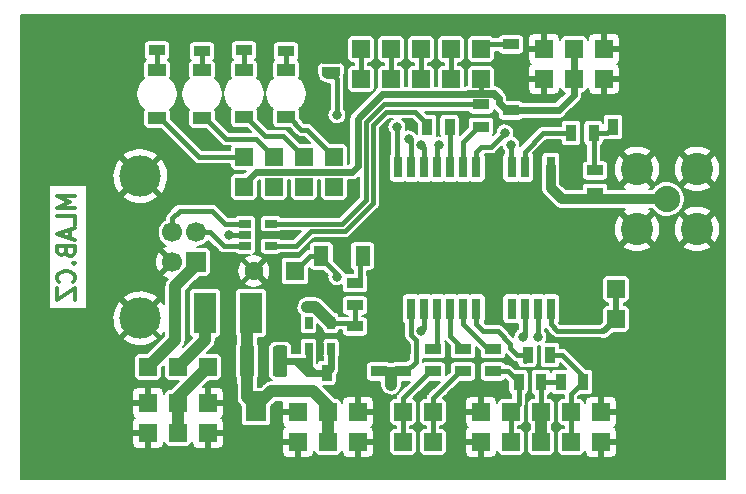
<source format=gbr>
G04 #@! TF.GenerationSoftware,KiCad,Pcbnew,(5.99.0-494-g9b7d4e274)*
G04 #@! TF.CreationDate,2020-06-03T14:44:00+02:00*
G04 #@! TF.ProjectId,GPS02A,47505330-3241-42e6-9b69-6361645f7063,REV*
G04 #@! TF.SameCoordinates,Original*
G04 #@! TF.FileFunction,Copper,L2,Bot*
G04 #@! TF.FilePolarity,Positive*
%FSLAX46Y46*%
G04 Gerber Fmt 4.6, Leading zero omitted, Abs format (unit mm)*
G04 Created by KiCad (PCBNEW (5.99.0-494-g9b7d4e274)) date 2020-06-03 14:44:00*
%MOMM*%
%LPD*%
G04 APERTURE LIST*
%ADD10C,0.300000*%
%ADD11R,1.397000X0.889000*%
%ADD12R,1.524000X1.524000*%
%ADD13R,0.650000X1.060000*%
%ADD14R,0.800000X1.800000*%
%ADD15R,1.060000X0.650000*%
%ADD16R,0.889000X1.397000*%
%ADD17C,6.000000*%
%ADD18C,2.240000*%
%ADD19C,2.740000*%
%ADD20C,3.500000*%
%ADD21C,1.700000*%
%ADD22R,1.700000X1.700000*%
%ADD23R,1.900000X3.400000*%
%ADD24R,1.500000X1.050000*%
%ADD25R,1.800000X2.500000*%
%ADD26R,1.300000X1.700000*%
%ADD27C,1.600000*%
%ADD28R,1.600000X1.600000*%
%ADD29C,0.800000*%
%ADD30C,0.400000*%
%ADD31C,0.500000*%
%ADD32C,1.000000*%
%ADD33C,0.860506*%
%ADD34C,0.600000*%
%ADD35C,0.700000*%
%ADD36C,0.200000*%
G04 APERTURE END LIST*
D10*
X5250571Y24641428D02*
X3750571Y24641428D01*
X4822000Y24141428D01*
X3750571Y23641428D01*
X5250571Y23641428D01*
X5250571Y22212857D02*
X5250571Y22927142D01*
X3750571Y22927142D01*
X4822000Y21784285D02*
X4822000Y21070000D01*
X5250571Y21927142D02*
X3750571Y21427142D01*
X5250571Y20927142D01*
X4464857Y19927142D02*
X4536285Y19712857D01*
X4607714Y19641428D01*
X4750571Y19570000D01*
X4964857Y19570000D01*
X5107714Y19641428D01*
X5179142Y19712857D01*
X5250571Y19855714D01*
X5250571Y20427142D01*
X3750571Y20427142D01*
X3750571Y19927142D01*
X3822000Y19784285D01*
X3893428Y19712857D01*
X4036285Y19641428D01*
X4179142Y19641428D01*
X4322000Y19712857D01*
X4393428Y19784285D01*
X4464857Y19927142D01*
X4464857Y20427142D01*
X5107714Y18927142D02*
X5179142Y18855714D01*
X5250571Y18927142D01*
X5179142Y18998571D01*
X5107714Y18927142D01*
X5250571Y18927142D01*
X5107714Y17355714D02*
X5179142Y17427142D01*
X5250571Y17641428D01*
X5250571Y17784285D01*
X5179142Y17998571D01*
X5036285Y18141428D01*
X4893428Y18212857D01*
X4607714Y18284285D01*
X4393428Y18284285D01*
X4107714Y18212857D01*
X3964857Y18141428D01*
X3822000Y17998571D01*
X3750571Y17784285D01*
X3750571Y17641428D01*
X3822000Y17427142D01*
X3893428Y17355714D01*
X3750571Y16855714D02*
X3750571Y15855714D01*
X5250571Y16855714D01*
X5250571Y15855714D01*
D11*
X42164000Y37465000D03*
X42164000Y35560000D03*
D12*
X39624000Y37084000D03*
X39624000Y34544000D03*
D13*
X26924000Y13884000D03*
X25024000Y13884000D03*
X25024000Y11684000D03*
X25974000Y11684000D03*
X26924000Y11684000D03*
G04 #@! TA.AperFunction,SMDPad,CuDef*
G36*
X23082671Y11973970D02*
G01*
X23163777Y11919777D01*
X23217970Y11838671D01*
X23237000Y11743000D01*
X23237000Y9593000D01*
X23217970Y9497329D01*
X23163777Y9416223D01*
X23082671Y9362030D01*
X22987000Y9343000D01*
X22237000Y9343000D01*
X22141329Y9362030D01*
X22060223Y9416223D01*
X22006030Y9497329D01*
X21987000Y9593000D01*
X21987000Y11743000D01*
X22006030Y11838671D01*
X22060223Y11919777D01*
X22141329Y11973970D01*
X22237000Y11993000D01*
X22987000Y11993000D01*
X23082671Y11973970D01*
G37*
G04 #@! TD.AperFunction*
G04 #@! TA.AperFunction,SMDPad,CuDef*
G36*
X20282671Y11973970D02*
G01*
X20363777Y11919777D01*
X20417970Y11838671D01*
X20437000Y11743000D01*
X20437000Y9593000D01*
X20417970Y9497329D01*
X20363777Y9416223D01*
X20282671Y9362030D01*
X20187000Y9343000D01*
X19437000Y9343000D01*
X19341329Y9362030D01*
X19260223Y9416223D01*
X19206030Y9497329D01*
X19187000Y9593000D01*
X19187000Y11743000D01*
X19206030Y11838671D01*
X19260223Y11919777D01*
X19341329Y11973970D01*
X19437000Y11993000D01*
X20187000Y11993000D01*
X20282671Y11973970D01*
G37*
G04 #@! TD.AperFunction*
G04 #@! TA.AperFunction,SMDPad,CuDef*
G36*
X27657835Y34906842D02*
G01*
X27597647Y34776880D01*
X27503402Y34669035D01*
X27382676Y34591976D01*
X27245175Y34551898D01*
X27174000Y34552830D01*
X27174000Y34552000D01*
X26745525Y34552000D01*
X26745175Y34551898D01*
X26737385Y34552000D01*
X26674000Y34552000D01*
X26674000Y34552830D01*
X26589758Y34553933D01*
X26453354Y34597596D01*
X26334686Y34677789D01*
X26243296Y34788065D01*
X26186531Y34919557D01*
X26168952Y35061697D01*
X26174000Y35092693D01*
X26174000Y35552000D01*
X26605583Y35552000D01*
X26608940Y35552934D01*
X26680278Y35552000D01*
X27105583Y35552000D01*
X27108940Y35552934D01*
X27180278Y35552000D01*
X27674000Y35552000D01*
X27674000Y35086160D01*
X27679129Y35048473D01*
X27657835Y34906842D01*
G37*
G04 #@! TD.AperFunction*
G04 #@! TA.AperFunction,SMDPad,CuDef*
G36*
X27674000Y36314359D02*
G01*
X27674000Y35852000D01*
X27245525Y35852000D01*
X27245175Y35851898D01*
X27237385Y35852000D01*
X26745525Y35852000D01*
X26745175Y35851898D01*
X26737385Y35852000D01*
X26174000Y35852000D01*
X26174000Y36320880D01*
X26168952Y36361697D01*
X26191974Y36503058D01*
X26253746Y36632275D01*
X26349302Y36738960D01*
X26470960Y36814539D01*
X26608940Y36852934D01*
X26680278Y36852000D01*
X27105583Y36852000D01*
X27108940Y36852934D01*
X27252151Y36851059D01*
X27389079Y36809065D01*
X27508717Y36730328D01*
X27601447Y36621178D01*
X27659815Y36490388D01*
X27679129Y36348473D01*
X27674000Y36314359D01*
G37*
G04 #@! TD.AperFunction*
D12*
X19558000Y25400000D03*
X19558000Y27940000D03*
X11430000Y10160000D03*
X13970000Y10160000D03*
X16510000Y10160000D03*
D14*
X32624000Y15082000D03*
X33724000Y15082000D03*
X34824000Y15082000D03*
X35924000Y15082000D03*
X37024000Y15082000D03*
X38124000Y15082000D03*
X39224000Y15082000D03*
X42224000Y15082000D03*
X43324000Y15082000D03*
X44424000Y15082000D03*
X45524000Y15082000D03*
X46624000Y15082000D03*
X46624000Y27082000D03*
X45524000Y27082000D03*
X44424000Y27082000D03*
X43324000Y27082000D03*
X42224000Y27082000D03*
X39224000Y27082000D03*
X38124000Y27082000D03*
X37024000Y27082000D03*
X35924000Y27082000D03*
X34824000Y27082000D03*
X33724000Y27082000D03*
X32624000Y27082000D03*
D15*
X19644000Y21336000D03*
X19644000Y22286000D03*
X19644000Y20386000D03*
X21844000Y20386000D03*
X21844000Y21336000D03*
X21844000Y22286000D03*
D11*
X23114000Y36893500D03*
X23114000Y38798500D03*
X16002000Y36893500D03*
X16002000Y38798500D03*
X19558000Y36957000D03*
X19558000Y38862000D03*
D16*
X47244000Y29972000D03*
X49149000Y29972000D03*
D11*
X12192000Y36957000D03*
X12192000Y38862000D03*
X40640000Y11684000D03*
X40640000Y9779000D03*
D16*
X43561000Y11176000D03*
X45466000Y11176000D03*
D11*
X35560000Y11684000D03*
X35560000Y9779000D03*
X38100000Y11684000D03*
X38100000Y9779000D03*
X39624000Y30480000D03*
X39624000Y32385000D03*
D16*
X36957000Y30480000D03*
X35052000Y30480000D03*
X44704000Y8890000D03*
X42799000Y8890000D03*
X46355000Y8890000D03*
X48260000Y8890000D03*
D11*
X28956000Y15367000D03*
X28956000Y17272000D03*
D17*
X5080000Y35560000D03*
X55880000Y5080000D03*
X55880000Y35560000D03*
X5080000Y5080000D03*
D11*
X49276000Y26797000D03*
X49276000Y24892000D03*
D12*
X24638000Y25400000D03*
X24638000Y27940000D03*
X22098000Y25400000D03*
X22098000Y27940000D03*
X27178000Y25400000D03*
X27178000Y27940000D03*
D18*
X55372000Y24384000D03*
D19*
X52832000Y26924000D03*
X57912000Y26924000D03*
X57912000Y21844000D03*
X52832000Y21844000D03*
D12*
X32004000Y37084000D03*
X32004000Y34544000D03*
X50038000Y37084000D03*
X50038000Y34544000D03*
X47498000Y37084000D03*
X47498000Y34544000D03*
X44958000Y37084000D03*
X44958000Y34544000D03*
X51054000Y14224000D03*
X51054000Y16764000D03*
X37084000Y34544000D03*
X37084000Y37084000D03*
X29464000Y34544000D03*
X29464000Y37084000D03*
X34544000Y37084000D03*
X34544000Y34544000D03*
X39624000Y3810000D03*
X39624000Y6350000D03*
X49784000Y3810000D03*
X49784000Y6350000D03*
X44704000Y3810000D03*
X44704000Y6350000D03*
X42164000Y3810000D03*
X42164000Y6350000D03*
X47244000Y3810000D03*
X47244000Y6350000D03*
X33020000Y3810000D03*
X33020000Y6350000D03*
X35560000Y3810000D03*
X35560000Y6350000D03*
X29210000Y6350000D03*
X29210000Y3810000D03*
X26670000Y6350000D03*
X26670000Y3810000D03*
X24130000Y6350000D03*
X24130000Y3810000D03*
D20*
X10784000Y26320000D03*
X10784000Y14280000D03*
D21*
X13494000Y19050000D03*
X13494000Y21550000D03*
X15494000Y21550000D03*
D22*
X15494000Y19050000D03*
D12*
X16510000Y7112000D03*
X16510000Y4572000D03*
X13970000Y7112000D03*
X13970000Y4572000D03*
X11430000Y7112000D03*
X11430000Y4572000D03*
D23*
X20156000Y14732000D03*
X16256000Y14732000D03*
D24*
X23114000Y35306000D03*
X23114000Y31306000D03*
X16002000Y35274000D03*
X16002000Y31274000D03*
X19558000Y35306000D03*
X19558000Y31306000D03*
X12192000Y35274000D03*
X12192000Y31274000D03*
D25*
X20574000Y2826000D03*
X20574000Y6826000D03*
D26*
X29591000Y19558000D03*
X26091000Y19558000D03*
D16*
X50800000Y30480000D03*
X52705000Y30480000D03*
D11*
X42164000Y31877000D03*
X42164000Y33782000D03*
X33020000Y9779000D03*
X33020000Y11684000D03*
X30988000Y9779000D03*
X30988000Y11684000D03*
X28956000Y13589000D03*
X28956000Y11684000D03*
D16*
X26543000Y9652000D03*
X28448000Y9652000D03*
D27*
X20376000Y18288000D03*
D28*
X23876000Y18288000D03*
D29*
X8890000Y11049000D03*
X8890000Y9906000D03*
X7747000Y9906000D03*
X7747000Y11049000D03*
X21971000Y12954000D03*
X30861000Y15240000D03*
X46609000Y12192000D03*
X43307000Y30353000D03*
X33655000Y30734000D03*
X32512000Y30480000D03*
X33528000Y29464000D03*
X34544000Y28956000D03*
X36068000Y28956000D03*
X18288000Y21336000D03*
X34544000Y13208000D03*
X27432000Y17780000D03*
X32004000Y8636000D03*
X24892000Y15240000D03*
X27432000Y31496000D03*
X41656000Y29972000D03*
X42164000Y28956000D03*
X44450000Y12700000D03*
X43180000Y12700000D03*
X8382000Y28702000D03*
X7366000Y28702000D03*
X6350000Y28702000D03*
X1524000Y31496000D03*
X1524000Y30480000D03*
X1524000Y29464000D03*
X1524000Y28448000D03*
X1524000Y27432000D03*
X1524000Y26416000D03*
X1524000Y25400000D03*
X1524000Y24384000D03*
X1524000Y23368000D03*
X1524000Y22352000D03*
X1524000Y21336000D03*
X1524000Y20320000D03*
X1524000Y19304000D03*
X1524000Y18288000D03*
X1524000Y17272000D03*
X1524000Y16256000D03*
X1524000Y15240000D03*
X1524000Y14224000D03*
X1524000Y13208000D03*
X1524000Y12192000D03*
X1524000Y11176000D03*
X1524000Y10160000D03*
X7112000Y25908000D03*
X7112000Y24384000D03*
X7112000Y22860000D03*
X8636000Y22860000D03*
X10160000Y22860000D03*
X7112000Y15240000D03*
X7112000Y16764000D03*
X7112000Y18288000D03*
X8636000Y18288000D03*
X10160000Y18288000D03*
X11176000Y20828000D03*
X11176000Y19304000D03*
X11176000Y17780000D03*
X18796000Y4572000D03*
X18796000Y6096000D03*
X18796000Y3048000D03*
X18796000Y2032000D03*
X16764000Y2032000D03*
X14732000Y2032000D03*
X12192000Y2032000D03*
X10160000Y2032000D03*
X23876000Y1524000D03*
X25400000Y1524000D03*
X26924000Y1524000D03*
X28448000Y1524000D03*
X30480000Y1524000D03*
X32004000Y1524000D03*
X33528000Y1524000D03*
X35052000Y1524000D03*
X36576000Y1524000D03*
X38100000Y1524000D03*
X39624000Y1524000D03*
X41148000Y1524000D03*
X37592000Y3048000D03*
X37592000Y4572000D03*
X37592000Y6604000D03*
X42672000Y1524000D03*
X44196000Y1524000D03*
X45720000Y1524000D03*
X47244000Y1524000D03*
X48768000Y1524000D03*
X50292000Y1524000D03*
X52324000Y2032000D03*
X52324000Y3556000D03*
X52324000Y5080000D03*
X52324000Y6604000D03*
X52324000Y8128000D03*
X50800000Y8636000D03*
X49276000Y10668000D03*
X48260000Y11684000D03*
X50292000Y11684000D03*
X52324000Y10160000D03*
X54356000Y10160000D03*
X56388000Y10160000D03*
X58420000Y10160000D03*
X59436000Y11684000D03*
X59436000Y13208000D03*
X59436000Y15240000D03*
X59436000Y16764000D03*
X59436000Y18288000D03*
X57404000Y18796000D03*
X57404000Y17272000D03*
X53340000Y12192000D03*
X53340000Y14732000D03*
X53340000Y16764000D03*
X53340000Y18288000D03*
X18288000Y9144000D03*
X18288000Y11684000D03*
X18288000Y17272000D03*
X17780000Y18796000D03*
X22246182Y15642182D03*
X25400000Y38608000D03*
X26924000Y38608000D03*
X28448000Y39116000D03*
X29972000Y39116000D03*
X32004000Y39116000D03*
X34036000Y39116000D03*
X36068000Y39116000D03*
X38100000Y39116000D03*
X39624000Y39116000D03*
X41148000Y39116000D03*
X43180000Y39116000D03*
X44704000Y23876000D03*
X45720000Y22860000D03*
X47244000Y22860000D03*
X49276000Y22860000D03*
X49784000Y21336000D03*
X50292000Y19812000D03*
X51816000Y18796000D03*
X12192000Y23368000D03*
X13208000Y24384000D03*
X14224000Y25400000D03*
X15748000Y25400000D03*
X17272000Y25400000D03*
X17272000Y26924000D03*
X15748000Y26924000D03*
X14224000Y26924000D03*
X13208000Y28448000D03*
X11176000Y29972000D03*
X18288000Y23368000D03*
X21844000Y23368000D03*
X43688000Y24892000D03*
X42164000Y24892000D03*
X40640000Y24892000D03*
X39116000Y24892000D03*
X37592000Y24892000D03*
X36068000Y24892000D03*
X34544000Y24892000D03*
X33020000Y24892000D03*
X32004000Y23876000D03*
X32004000Y22352000D03*
X32004000Y20828000D03*
X32004000Y19304000D03*
X32004000Y17780000D03*
X33528000Y17272000D03*
X35052000Y17272000D03*
X36576000Y17272000D03*
X38100000Y17272000D03*
X39624000Y17272000D03*
X41148000Y17272000D03*
X42672000Y17272000D03*
X44196000Y17272000D03*
X45720000Y17272000D03*
X47244000Y17272000D03*
X48260000Y18288000D03*
X48768000Y19812000D03*
X39116000Y23368000D03*
X39116000Y21844000D03*
X39116000Y20320000D03*
X39116000Y18796000D03*
X50292000Y32004000D03*
X48768000Y32004000D03*
X52324000Y32004000D03*
X55880000Y30988000D03*
X55880000Y29464000D03*
X47752000Y28448000D03*
X47752000Y26416000D03*
X21336000Y38608000D03*
X17780000Y38608000D03*
X10160000Y38608000D03*
X14224000Y38608000D03*
X28178182Y10398182D03*
X27940000Y8128000D03*
X30464182Y8112182D03*
D30*
X26091000Y19558000D02*
X25146000Y19558000D01*
X25146000Y19558000D02*
X23876000Y18288000D01*
D31*
X51054000Y16764000D02*
X51054000Y14224000D01*
X49892000Y13208000D02*
X50038000Y13208000D01*
X50038000Y13208000D02*
X51054000Y14224000D01*
D30*
X32512000Y28956000D02*
X32512000Y30480000D01*
X31369000Y32385000D02*
X29879991Y30895991D01*
X39116000Y32385000D02*
X31369000Y32385000D01*
X29879991Y30895991D02*
X29879990Y24291990D01*
X13494000Y22752081D02*
X14109919Y23368000D01*
X13494000Y21550000D02*
X13494000Y22752081D01*
X14109919Y23368000D02*
X16833000Y23368000D01*
D32*
X13970000Y7620000D02*
X16510000Y10160000D01*
X13970000Y7112000D02*
X13970000Y7620000D01*
X13970000Y7112000D02*
X13970000Y4572000D01*
D30*
X32512000Y27194000D02*
X32624000Y27082000D01*
X32512000Y28956000D02*
X32512000Y27194000D01*
X33724000Y27082000D02*
X33724000Y29268000D01*
X33724000Y29268000D02*
X33528000Y29464000D01*
X34824000Y27082000D02*
X34824000Y28676000D01*
X34824000Y28676000D02*
X34544000Y28956000D01*
X35924000Y27082000D02*
X35924000Y28812000D01*
X35924000Y28812000D02*
X36068000Y28956000D01*
X37024000Y30413000D02*
X36957000Y30480000D01*
X37024000Y27082000D02*
X37024000Y30413000D01*
X39370000Y30480000D02*
X39624000Y30480000D01*
X38124000Y29234000D02*
X39370000Y30480000D01*
X38124000Y27082000D02*
X38124000Y29234000D01*
X39224000Y27082000D02*
X39224000Y27540000D01*
X40222000Y11684000D02*
X40640000Y11684000D01*
X38124000Y13782000D02*
X40222000Y11684000D01*
X38124000Y15082000D02*
X38124000Y13782000D01*
X39224000Y13782000D02*
X39798000Y13208000D01*
X39224000Y15082000D02*
X39224000Y13782000D01*
X42164000Y6350000D02*
X42164000Y3810000D01*
X47244000Y6350000D02*
X47244000Y3810000D01*
X40894000Y9779000D02*
X40640000Y9779000D01*
X37024000Y12760000D02*
X37024000Y15082000D01*
X38100000Y11684000D02*
X37024000Y12760000D01*
X35924000Y12048000D02*
X35560000Y11684000D01*
X35924000Y15082000D02*
X35924000Y12048000D01*
D33*
X45524000Y25321494D02*
X46461494Y24384000D01*
X45524000Y27082000D02*
X45524000Y25321494D01*
X46461494Y24384000D02*
X47752000Y24384000D01*
X47752000Y24384000D02*
X55372000Y24384000D01*
D30*
X46399500Y29972000D02*
X47244000Y29972000D01*
X43324000Y28382000D02*
X44914000Y29972000D01*
X44914000Y29972000D02*
X46399500Y29972000D01*
X43324000Y27082000D02*
X43324000Y28382000D01*
X50292000Y29972000D02*
X50800000Y30480000D01*
X49149000Y29972000D02*
X50292000Y29972000D01*
D32*
X15494000Y18755998D02*
X15494000Y19050000D01*
X13716000Y16977998D02*
X15494000Y18755998D01*
X11430000Y10160000D02*
X13716000Y12446000D01*
X13716000Y12446000D02*
X13716000Y16977998D01*
X16256000Y12446000D02*
X13970000Y10160000D01*
X16256000Y14732000D02*
X16256000Y12446000D01*
X19812000Y14388000D02*
X20156000Y14732000D01*
X19812000Y10668000D02*
X19812000Y14388000D01*
X19812000Y7588000D02*
X20574000Y6826000D01*
X19812000Y10668000D02*
X19812000Y7588000D01*
X21876000Y8128000D02*
X20574000Y6826000D01*
X25400000Y8128000D02*
X21876000Y8128000D01*
X26670000Y6350000D02*
X26670000Y6858000D01*
X26670000Y6858000D02*
X25400000Y8128000D01*
D34*
X25024000Y10155000D02*
X25527000Y9652000D01*
X26543000Y9652000D02*
X24892000Y9652000D01*
X26924000Y10033000D02*
X26543000Y9652000D01*
X26924000Y11684000D02*
X26924000Y10033000D01*
X23368000Y10668000D02*
X24892000Y10668000D01*
X24892000Y10668000D02*
X25024000Y10536000D01*
X23368000Y10668000D02*
X23876000Y10668000D01*
X25024000Y11684000D02*
X25024000Y10536000D01*
X22612000Y10668000D02*
X23368000Y10668000D01*
X25024000Y10536000D02*
X25024000Y10155000D01*
X23876000Y10668000D02*
X24384000Y10160000D01*
X24760000Y10536000D02*
X24384000Y10160000D01*
X25024000Y10536000D02*
X24760000Y10536000D01*
X24384000Y10160000D02*
X24892000Y9652000D01*
D30*
X17860081Y20386000D02*
X18714000Y20386000D01*
X16696081Y21550000D02*
X17860081Y20386000D01*
X18714000Y20386000D02*
X19644000Y20386000D01*
X15494000Y21550000D02*
X16696081Y21550000D01*
X17915000Y22286000D02*
X19644000Y22286000D01*
X16833000Y23368000D02*
X17915000Y22286000D01*
X19644000Y21336000D02*
X18288000Y21336000D01*
X21844000Y22286000D02*
X27874000Y22286000D01*
X29879990Y24291990D02*
X28956000Y23368000D01*
X27874000Y22286000D02*
X28956000Y23368000D01*
X35052000Y30734000D02*
X35052000Y30480000D01*
X34001010Y31784990D02*
X35052000Y30734000D01*
X31617532Y31784990D02*
X34001010Y31784990D01*
X30480000Y30647458D02*
X31617532Y31784990D01*
X30480000Y24043458D02*
X30480000Y30647458D01*
X25241991Y21685991D02*
X28122533Y21685991D01*
X28122533Y21685991D02*
X30480000Y24043458D01*
X23942000Y20386000D02*
X25241991Y21685991D01*
X21844000Y20386000D02*
X23942000Y20386000D01*
X29408000Y17724000D02*
X28956000Y17272000D01*
X29408000Y19530000D02*
X29408000Y17724000D01*
X28956000Y15367000D02*
X28956000Y13589000D01*
X28661000Y13884000D02*
X28956000Y13589000D01*
X26924000Y13884000D02*
X28661000Y13884000D01*
X34824000Y15082000D02*
X34824000Y13488000D01*
X34824000Y13488000D02*
X34544000Y13208000D01*
X27432000Y18006000D02*
X25908000Y19530000D01*
X27432000Y17780000D02*
X27432000Y18006000D01*
X33274000Y9779000D02*
X33020000Y9779000D01*
X34118500Y10623500D02*
X33274000Y9779000D01*
X34118501Y12448501D02*
X34118500Y10623500D01*
X33724000Y12843002D02*
X34118501Y12448501D01*
X33724000Y15082000D02*
X33724000Y12843002D01*
D32*
X32004000Y8636000D02*
X32004000Y9652000D01*
D35*
X30988000Y9779000D02*
X33020000Y9779000D01*
D32*
X25568000Y15240000D02*
X24892000Y15240000D01*
X26924000Y13884000D02*
X25568000Y15240000D01*
D30*
X41148000Y32724002D02*
X41148000Y32512000D01*
X29279981Y27755981D02*
X29279982Y31144524D01*
X40642501Y33229501D02*
X41148000Y32724002D01*
X31364959Y33229501D02*
X40642501Y33229501D01*
X49149000Y26924000D02*
X49276000Y26797000D01*
X49149000Y29972000D02*
X49149000Y26924000D01*
D34*
X19558000Y25400000D02*
X19558000Y25654000D01*
X29179981Y27147981D02*
X29179981Y27755981D01*
X28694001Y26662001D02*
X29179981Y27147981D01*
X19558000Y25654000D02*
X20566001Y26662001D01*
X20566001Y26662001D02*
X28694001Y26662001D01*
X29179981Y31185943D02*
X29179981Y27147981D01*
X38477997Y33281999D02*
X31276037Y33281999D01*
X38525499Y33329501D02*
X38477997Y33281999D01*
X31276037Y33281999D02*
X29179981Y31185943D01*
X41148000Y32904002D02*
X40722501Y33329501D01*
X41148000Y32512000D02*
X41148000Y32904002D01*
X41783000Y31877000D02*
X41148000Y32512000D01*
X42164000Y31877000D02*
X41783000Y31877000D01*
X47498000Y33182000D02*
X47498000Y34544000D01*
X46193000Y31877000D02*
X47498000Y33182000D01*
X42164000Y31877000D02*
X46193000Y31877000D01*
D30*
X27432000Y34544000D02*
X26924000Y35052000D01*
X27432000Y31496000D02*
X27432000Y34544000D01*
X39224000Y28382000D02*
X39624000Y28782000D01*
X39224000Y27082000D02*
X39224000Y28382000D01*
X39624000Y28782000D02*
X40466000Y28782000D01*
X40466000Y28782000D02*
X41656000Y29972000D01*
X40005000Y37465000D02*
X39624000Y37084000D01*
X42164000Y37465000D02*
X40005000Y37465000D01*
X42164000Y27142000D02*
X42224000Y27082000D01*
X42164000Y28956000D02*
X42164000Y27142000D01*
X29464000Y34544000D02*
X29464000Y37084000D01*
X32004000Y34544000D02*
X32004000Y37084000D01*
X34544000Y34544000D02*
X34544000Y37084000D01*
X37084000Y34544000D02*
X37084000Y37084000D01*
X39571501Y33329501D02*
X39425501Y33329501D01*
X39624000Y34544000D02*
X39624000Y33382000D01*
D34*
X40722501Y33329501D02*
X39425501Y33329501D01*
D30*
X39624000Y33382000D02*
X39571501Y33329501D01*
D34*
X39425501Y33329501D02*
X38525499Y33329501D01*
X47498000Y34544000D02*
X47498000Y37084000D01*
D30*
X46098000Y13208000D02*
X49892000Y13208000D01*
X45524000Y13782000D02*
X46098000Y13208000D01*
X45524000Y15082000D02*
X45524000Y13782000D01*
X41021000Y13208000D02*
X39798000Y13208000D01*
X43307000Y10668000D02*
X43307000Y10922000D01*
X44450000Y15056000D02*
X44424000Y15082000D01*
X44450000Y12700000D02*
X44450000Y15056000D01*
X43324000Y12844000D02*
X43180000Y12700000D01*
X43324000Y15082000D02*
X43324000Y12844000D01*
X42100500Y11747500D02*
X42100500Y12128500D01*
X43561000Y11176000D02*
X42672000Y11176000D01*
X42672000Y11176000D02*
X42100500Y11747500D01*
X42100500Y12128500D02*
X41021000Y13208000D01*
X46482000Y11176000D02*
X45974000Y11176000D01*
X45974000Y11176000D02*
X45466000Y11176000D01*
X48260000Y9398000D02*
X46482000Y11176000D01*
X48260000Y8890000D02*
X48260000Y9398000D01*
X46355000Y8890000D02*
X44704000Y8890000D01*
X44704000Y8890000D02*
X44704000Y6350000D01*
X47244000Y7874000D02*
X48260000Y8890000D01*
X47244000Y6350000D02*
X47244000Y7874000D01*
X42799000Y6985000D02*
X42164000Y6350000D01*
X42799000Y8890000D02*
X42799000Y6985000D01*
X41910000Y9779000D02*
X42799000Y8890000D01*
X40640000Y9779000D02*
X41910000Y9779000D01*
X35287000Y9779000D02*
X35560000Y9779000D01*
X33020000Y7512000D02*
X35287000Y9779000D01*
X33020000Y6350000D02*
X33020000Y7512000D01*
X37846000Y9779000D02*
X36322000Y8255000D01*
X38100000Y9779000D02*
X37846000Y9779000D01*
X35560000Y7512000D02*
X35560000Y6350000D01*
X36303000Y8255000D02*
X35560000Y7512000D01*
X36322000Y8255000D02*
X36303000Y8255000D01*
X33020000Y6350000D02*
X33020000Y3810000D01*
X35560000Y3810000D02*
X35560000Y6350000D01*
D32*
X44704000Y6350000D02*
X44704000Y3810000D01*
X26670000Y6350000D02*
X26670000Y3810000D01*
D30*
X18396000Y27940000D02*
X19558000Y27940000D01*
X12417000Y31274000D02*
X15751000Y27940000D01*
X15751000Y27940000D02*
X18396000Y27940000D01*
X12192000Y31274000D02*
X12417000Y31274000D01*
X16227000Y31274000D02*
X16767000Y30734000D01*
X16002000Y31274000D02*
X16227000Y31274000D01*
X16767000Y30734000D02*
X16767000Y30731000D01*
X16767000Y30731000D02*
X18034000Y29464000D01*
X18034000Y29464000D02*
X20574000Y29464000D01*
X20574000Y29464000D02*
X22098000Y27940000D01*
X19558000Y31306000D02*
X19748000Y31306000D01*
X19748000Y31306000D02*
X21336000Y29718000D01*
X21336000Y29718000D02*
X22860000Y29718000D01*
X22860000Y29718000D02*
X24638000Y27940000D01*
X24892000Y30226000D02*
X27178000Y27940000D01*
X23339000Y31306000D02*
X23114000Y31306000D01*
X24419000Y30226000D02*
X23339000Y31306000D01*
X24892000Y30226000D02*
X24419000Y30226000D01*
X12192000Y36957000D02*
X12192000Y35274000D01*
X16002000Y36893500D02*
X16002000Y35274000D01*
X19558000Y36957000D02*
X19558000Y35306000D01*
X23114000Y36893500D02*
X23114000Y35306000D01*
D31*
X16510000Y4572000D02*
X18796000Y4572000D01*
X18796000Y6096000D02*
X18796000Y3048000D01*
X18796000Y2032000D02*
X16764000Y2032000D01*
X14732000Y2032000D02*
X12192000Y2032000D01*
X24130000Y3810000D02*
X24130000Y1778000D01*
X24130000Y1778000D02*
X23876000Y1524000D01*
X25400000Y1524000D02*
X26924000Y1524000D01*
X28448000Y1524000D02*
X30480000Y1524000D01*
X32004000Y1524000D02*
X33528000Y1524000D01*
X35052000Y1524000D02*
X36576000Y1524000D01*
X38100000Y1524000D02*
X39624000Y1524000D01*
X36576000Y1524000D02*
X36576000Y2032000D01*
X36576000Y2032000D02*
X37592000Y3048000D01*
X37592000Y4572000D02*
X37592000Y6604000D01*
X42672000Y1524000D02*
X44196000Y1524000D01*
X45720000Y1524000D02*
X47244000Y1524000D01*
X50292000Y1524000D02*
X51816000Y1524000D01*
X51816000Y1524000D02*
X52324000Y2032000D01*
X52324000Y3556000D02*
X52324000Y5080000D01*
X52324000Y6604000D02*
X52324000Y8128000D01*
X50800000Y8636000D02*
X50800000Y9144000D01*
X50800000Y9144000D02*
X49276000Y10668000D01*
X48260000Y11684000D02*
X50292000Y11684000D01*
X52324000Y10160000D02*
X54356000Y10160000D01*
X56388000Y10160000D02*
X58420000Y10160000D01*
X59436000Y11684000D02*
X59436000Y13208000D01*
X59436000Y15240000D02*
X59436000Y16764000D01*
X59436000Y18288000D02*
X57912000Y18288000D01*
X57912000Y18288000D02*
X57404000Y18796000D01*
X53340000Y12192000D02*
X53340000Y14732000D01*
X53340000Y16764000D02*
X53340000Y18288000D01*
X18796000Y6096000D02*
X18796000Y8636000D01*
X18796000Y8636000D02*
X18288000Y9144000D01*
X18288000Y11684000D02*
X18288000Y17272000D01*
X20376000Y18288000D02*
X22246182Y16417818D01*
X22246182Y16417818D02*
X22246182Y15642182D01*
X23114000Y38798500D02*
X25209500Y38798500D01*
X25209500Y38798500D02*
X25400000Y38608000D01*
X26924000Y38608000D02*
X27940000Y38608000D01*
X27940000Y38608000D02*
X28448000Y39116000D01*
X29972000Y39116000D02*
X32004000Y39116000D01*
X34036000Y39116000D02*
X36068000Y39116000D01*
X38100000Y39116000D02*
X39624000Y39116000D01*
X41148000Y39116000D02*
X43180000Y39116000D01*
X44424000Y27082000D02*
X44424000Y24156000D01*
X44424000Y24156000D02*
X44704000Y23876000D01*
X45720000Y22860000D02*
X47244000Y22860000D01*
X49276000Y22860000D02*
X49276000Y21844000D01*
X49276000Y21844000D02*
X49784000Y21336000D01*
X50292000Y19812000D02*
X50800000Y19812000D01*
X50800000Y19812000D02*
X51816000Y18796000D01*
X10160000Y22860000D02*
X11684000Y22860000D01*
X11684000Y22860000D02*
X12192000Y23368000D01*
X13208000Y24384000D02*
X14224000Y25400000D01*
X15748000Y25400000D02*
X17272000Y25400000D01*
X17272000Y26924000D02*
X15748000Y26924000D01*
X14224000Y26924000D02*
X14224000Y27432000D01*
X14224000Y27432000D02*
X13208000Y28448000D01*
X17272000Y25400000D02*
X17272000Y24384000D01*
X17272000Y24384000D02*
X18288000Y23368000D01*
X44704000Y23876000D02*
X43688000Y24892000D01*
X42164000Y24892000D02*
X40640000Y24892000D01*
X39116000Y24892000D02*
X37592000Y24892000D01*
X36068000Y24892000D02*
X34544000Y24892000D01*
X33020000Y24892000D02*
X32004000Y23876000D01*
X32004000Y22352000D02*
X32004000Y20828000D01*
X32004000Y19304000D02*
X32004000Y17780000D01*
X33528000Y17272000D02*
X35052000Y17272000D01*
X36576000Y17272000D02*
X38100000Y17272000D01*
X39624000Y17272000D02*
X41148000Y17272000D01*
X42672000Y17272000D02*
X44196000Y17272000D01*
X45720000Y17272000D02*
X47244000Y17272000D01*
X48260000Y18288000D02*
X48260000Y19304000D01*
X48260000Y19304000D02*
X48768000Y19812000D01*
X39116000Y23368000D02*
X39116000Y21844000D01*
X39116000Y20320000D02*
X39116000Y18796000D01*
X50292000Y32004000D02*
X48768000Y32004000D01*
X52324000Y32004000D02*
X54864000Y32004000D01*
X54864000Y32004000D02*
X55880000Y30988000D01*
X46624000Y27082000D02*
X46624000Y27320000D01*
X46624000Y27320000D02*
X47752000Y28448000D01*
X23114000Y38798500D02*
X21526500Y38798500D01*
X21526500Y38798500D02*
X21336000Y38608000D01*
X17780000Y38608000D02*
X10160000Y38608000D01*
X28448000Y9652000D02*
X28448000Y10128364D01*
X28448000Y10128364D02*
X28178182Y10398182D01*
X28178182Y10398182D02*
X28178182Y8366182D01*
X28178182Y8366182D02*
X27940000Y8128000D01*
G36*
X60307001Y653000D02*
G01*
X653000Y653000D01*
X653000Y4417000D01*
X10053163Y4417000D01*
X10053163Y3796966D01*
X10131326Y3505259D01*
X10271808Y3337838D01*
X10457191Y3230807D01*
X10659339Y3195163D01*
X11275000Y3195163D01*
X11275000Y4417000D01*
X10053163Y4417000D01*
X653000Y4417000D01*
X653000Y6957000D01*
X10053163Y6957000D01*
X10053163Y6336966D01*
X10131326Y6045259D01*
X10271808Y5877838D01*
X10331041Y5843640D01*
X10195838Y5730192D01*
X10088807Y5544809D01*
X10053163Y5342661D01*
X10053163Y4727000D01*
X11585000Y4727000D01*
X11585000Y3195163D01*
X12205034Y3195163D01*
X12496742Y3273326D01*
X12664162Y3413808D01*
X12771193Y3599191D01*
X12804990Y3790864D01*
X12832151Y3654318D01*
X12920337Y3522337D01*
X13052318Y3434151D01*
X13198249Y3405123D01*
X14741751Y3405123D01*
X14887682Y3434151D01*
X15019663Y3522337D01*
X15107849Y3654318D01*
X15134920Y3790410D01*
X15211326Y3505259D01*
X15351808Y3337838D01*
X15537191Y3230807D01*
X15739339Y3195163D01*
X16355000Y3195163D01*
X16355000Y4417000D01*
X16665000Y4417000D01*
X16665000Y3195163D01*
X17285034Y3195163D01*
X17576742Y3273326D01*
X17744162Y3413808D01*
X17851193Y3599191D01*
X17861033Y3655000D01*
X22753163Y3655000D01*
X22753163Y3034966D01*
X22831326Y2743259D01*
X22971808Y2575838D01*
X23157191Y2468807D01*
X23359339Y2433163D01*
X23975000Y2433163D01*
X23975000Y3655000D01*
X22753163Y3655000D01*
X17861033Y3655000D01*
X17886837Y3801339D01*
X17886837Y4417000D01*
X16665000Y4417000D01*
X16355000Y4417000D01*
X16355000Y4727000D01*
X17886837Y4727000D01*
X17886837Y5347034D01*
X17808674Y5638741D01*
X17668192Y5806162D01*
X17608960Y5840360D01*
X17744162Y5953808D01*
X17851193Y6139191D01*
X17886837Y6341339D01*
X17886837Y6957000D01*
X16355000Y6957000D01*
X16355000Y8488837D01*
X16665000Y8488837D01*
X16665000Y7267000D01*
X17886837Y7267000D01*
X17886837Y7887034D01*
X17808674Y8178741D01*
X17668192Y8346162D01*
X17482809Y8453193D01*
X17280661Y8488837D01*
X16665000Y8488837D01*
X16355000Y8488837D01*
X16110215Y8488837D01*
X16614502Y8993123D01*
X17281751Y8993123D01*
X17427682Y9022151D01*
X17559663Y9110337D01*
X17647849Y9242318D01*
X17676877Y9388249D01*
X17676877Y10931751D01*
X17647849Y11077682D01*
X17559663Y11209663D01*
X17427682Y11297849D01*
X17281751Y11326877D01*
X16408255Y11326877D01*
X16829124Y11747746D01*
X18783852Y11747746D01*
X18783852Y9590310D01*
X18803459Y9433014D01*
X18889623Y9236580D01*
X18913000Y9211186D01*
X18913001Y7608028D01*
X18908582Y7502602D01*
X18927024Y7423976D01*
X18937983Y7343971D01*
X18955028Y7304581D01*
X18965676Y7259182D01*
X18992645Y7217654D01*
X19035804Y7117918D01*
X19190812Y6926501D01*
X19229902Y6898721D01*
X19269123Y6859500D01*
X19269123Y5566249D01*
X19298151Y5420318D01*
X19386337Y5288337D01*
X19518318Y5200151D01*
X19664249Y5171123D01*
X21483751Y5171123D01*
X21629682Y5200151D01*
X21761663Y5288337D01*
X21849849Y5420318D01*
X21878877Y5566249D01*
X21878877Y6859500D01*
X22248378Y7229000D01*
X22772266Y7229000D01*
X22753163Y7120661D01*
X22753163Y6505000D01*
X24285000Y6505000D01*
X24285000Y6195000D01*
X22753163Y6195000D01*
X22753163Y5574966D01*
X22831326Y5283259D01*
X22971808Y5115838D01*
X23031041Y5081640D01*
X22895838Y4968192D01*
X22788807Y4782809D01*
X22753163Y4580661D01*
X22753163Y3965000D01*
X24285000Y3965000D01*
X24285000Y2433163D01*
X24905034Y2433163D01*
X25196742Y2511326D01*
X25364162Y2651808D01*
X25471193Y2837191D01*
X25504990Y3028864D01*
X25532151Y2892318D01*
X25620337Y2760337D01*
X25752318Y2672151D01*
X25898249Y2643123D01*
X27441751Y2643123D01*
X27587682Y2672151D01*
X27719663Y2760337D01*
X27807849Y2892318D01*
X27834920Y3028410D01*
X27911326Y2743259D01*
X28051808Y2575838D01*
X28237191Y2468807D01*
X28439339Y2433163D01*
X29055000Y2433163D01*
X29055000Y3655000D01*
X29365000Y3655000D01*
X29365000Y2433163D01*
X29985034Y2433163D01*
X30276742Y2511326D01*
X30444162Y2651808D01*
X30551193Y2837191D01*
X30586837Y3039339D01*
X30586837Y3655000D01*
X29365000Y3655000D01*
X29055000Y3655000D01*
X29055000Y3965000D01*
X30586837Y3965000D01*
X30586837Y4585034D01*
X30508674Y4876741D01*
X30368192Y5044162D01*
X30308960Y5078360D01*
X30444162Y5191808D01*
X30551193Y5377191D01*
X30586837Y5579339D01*
X30586837Y6195000D01*
X29055000Y6195000D01*
X29055000Y7726837D01*
X29365000Y7726837D01*
X29365000Y6505000D01*
X30586837Y6505000D01*
X30586837Y7125034D01*
X30508674Y7416741D01*
X30368192Y7584162D01*
X30182809Y7691193D01*
X29980661Y7726837D01*
X29365000Y7726837D01*
X29055000Y7726837D01*
X28434966Y7726837D01*
X28143259Y7648674D01*
X27975838Y7508192D01*
X27868807Y7322809D01*
X27835010Y7131136D01*
X27807849Y7267682D01*
X27719663Y7399663D01*
X27587682Y7487849D01*
X27441751Y7516877D01*
X27293312Y7516877D01*
X27291189Y7519499D01*
X27252102Y7547277D01*
X26250755Y8548623D01*
X26997251Y8548623D01*
X27143182Y8577651D01*
X27275163Y8665837D01*
X27363349Y8797818D01*
X27392377Y8943749D01*
X27392377Y9512841D01*
X27496552Y9617017D01*
X27521837Y9666642D01*
X27554576Y9711704D01*
X27571786Y9764671D01*
X27597075Y9814305D01*
X27605789Y9869319D01*
X27622999Y9922288D01*
X27622999Y9977580D01*
X27623000Y9977586D01*
X27623000Y10233251D01*
X29884623Y10233251D01*
X29884623Y9324749D01*
X29913651Y9178818D01*
X30001837Y9046837D01*
X30133818Y8958651D01*
X30279749Y8929623D01*
X31105000Y8929623D01*
X31105000Y8574347D01*
X31129982Y8391971D01*
X31227803Y8165919D01*
X31382811Y7974501D01*
X31583584Y7831819D01*
X31815331Y7748384D01*
X32060978Y7730345D01*
X32302428Y7779030D01*
X32521890Y7890852D01*
X32703199Y8057573D01*
X32834951Y8270068D01*
X32903000Y8590212D01*
X32903000Y8929623D01*
X33590509Y8929623D01*
X32614932Y7954046D01*
X32554062Y7902970D01*
X32514325Y7834144D01*
X32468748Y7769053D01*
X32461822Y7743205D01*
X32448442Y7720030D01*
X32434645Y7641784D01*
X32414074Y7565011D01*
X32418286Y7516877D01*
X32248249Y7516877D01*
X32102318Y7487849D01*
X31970337Y7399663D01*
X31882151Y7267682D01*
X31853123Y7121751D01*
X31853123Y5578249D01*
X31882151Y5432318D01*
X31970337Y5300337D01*
X32102318Y5212151D01*
X32248249Y5183123D01*
X32421000Y5183123D01*
X32421001Y4976877D01*
X32248249Y4976877D01*
X32102318Y4947849D01*
X31970337Y4859663D01*
X31882151Y4727682D01*
X31853123Y4581751D01*
X31853123Y3038249D01*
X31882151Y2892318D01*
X31970337Y2760337D01*
X32102318Y2672151D01*
X32248249Y2643123D01*
X33791751Y2643123D01*
X33937682Y2672151D01*
X34069663Y2760337D01*
X34157849Y2892318D01*
X34186877Y3038249D01*
X34186877Y4581751D01*
X34157849Y4727682D01*
X34069663Y4859663D01*
X33937682Y4947849D01*
X33791751Y4976877D01*
X33619000Y4976877D01*
X33619000Y5183123D01*
X33791751Y5183123D01*
X33937682Y5212151D01*
X34069663Y5300337D01*
X34157849Y5432318D01*
X34186877Y5578249D01*
X34186877Y7121751D01*
X34157849Y7267682D01*
X34069663Y7399663D01*
X33937682Y7487849D01*
X33858678Y7503564D01*
X35284738Y8929623D01*
X36149508Y8929623D01*
X35980157Y8760272D01*
X35912030Y8720939D01*
X35860947Y8660061D01*
X35154937Y7954051D01*
X35094061Y7902970D01*
X35054324Y7834142D01*
X35008747Y7769052D01*
X35001822Y7743205D01*
X34988441Y7720030D01*
X34974642Y7641768D01*
X34954074Y7565012D01*
X34958286Y7516877D01*
X34788249Y7516877D01*
X34642318Y7487849D01*
X34510337Y7399663D01*
X34422151Y7267682D01*
X34393123Y7121751D01*
X34393123Y5578249D01*
X34422151Y5432318D01*
X34510337Y5300337D01*
X34642318Y5212151D01*
X34788249Y5183123D01*
X34961001Y5183123D01*
X34961000Y4976877D01*
X34788249Y4976877D01*
X34642318Y4947849D01*
X34510337Y4859663D01*
X34422151Y4727682D01*
X34393123Y4581751D01*
X34393123Y3038249D01*
X34422151Y2892318D01*
X34510337Y2760337D01*
X34642318Y2672151D01*
X34788249Y2643123D01*
X36331751Y2643123D01*
X36477682Y2672151D01*
X36609663Y2760337D01*
X36697849Y2892318D01*
X36726877Y3038249D01*
X36726877Y3655000D01*
X38247163Y3655000D01*
X38247163Y3034966D01*
X38325326Y2743259D01*
X38465808Y2575838D01*
X38651191Y2468807D01*
X38853339Y2433163D01*
X39469000Y2433163D01*
X39469000Y3655000D01*
X38247163Y3655000D01*
X36726877Y3655000D01*
X36726877Y4581751D01*
X36697849Y4727682D01*
X36609663Y4859663D01*
X36477682Y4947849D01*
X36331751Y4976877D01*
X36159000Y4976877D01*
X36159000Y5183123D01*
X36331751Y5183123D01*
X36477682Y5212151D01*
X36609663Y5300337D01*
X36697849Y5432318D01*
X36726877Y5578249D01*
X36726877Y6195000D01*
X38247163Y6195000D01*
X38247163Y5574966D01*
X38325326Y5283259D01*
X38465808Y5115838D01*
X38525041Y5081640D01*
X38389838Y4968192D01*
X38282807Y4782809D01*
X38247163Y4580661D01*
X38247163Y3965000D01*
X39779000Y3965000D01*
X39779000Y2433163D01*
X40399034Y2433163D01*
X40690742Y2511326D01*
X40858162Y2651808D01*
X40965193Y2837191D01*
X40998990Y3028864D01*
X41026151Y2892318D01*
X41114337Y2760337D01*
X41246318Y2672151D01*
X41392249Y2643123D01*
X42935751Y2643123D01*
X43081682Y2672151D01*
X43213663Y2760337D01*
X43301849Y2892318D01*
X43330877Y3038249D01*
X43330877Y4581751D01*
X43301849Y4727682D01*
X43213663Y4859663D01*
X43081682Y4947849D01*
X42935751Y4976877D01*
X42763000Y4976877D01*
X42763000Y5183123D01*
X42935751Y5183123D01*
X43081682Y5212151D01*
X43213663Y5300337D01*
X43301849Y5432318D01*
X43330877Y5578249D01*
X43330877Y6700275D01*
X43350253Y6727947D01*
X43357179Y6753795D01*
X43370558Y6776969D01*
X43384358Y6855227D01*
X43404926Y6931989D01*
X43398000Y7011146D01*
X43398000Y7815416D01*
X43399182Y7815651D01*
X43531163Y7903837D01*
X43619349Y8035818D01*
X43648377Y8181749D01*
X43648377Y9598251D01*
X43619349Y9744182D01*
X43531163Y9876163D01*
X43399182Y9964349D01*
X43253251Y9993377D01*
X42542737Y9993377D01*
X42352052Y10184062D01*
X42300970Y10244940D01*
X42232140Y10284678D01*
X42167053Y10330252D01*
X42141208Y10337177D01*
X42118030Y10350559D01*
X42039771Y10364358D01*
X41963011Y10384926D01*
X41883854Y10378000D01*
X41714584Y10378000D01*
X41714349Y10379182D01*
X41626163Y10511163D01*
X41494182Y10599349D01*
X41348251Y10628377D01*
X39931749Y10628377D01*
X39785818Y10599349D01*
X39653837Y10511163D01*
X39565651Y10379182D01*
X39536623Y10233251D01*
X39536623Y9324749D01*
X39565651Y9178818D01*
X39653837Y9046837D01*
X39785818Y8958651D01*
X39931749Y8929623D01*
X41348251Y8929623D01*
X41494182Y8958651D01*
X41626163Y9046837D01*
X41693809Y9148078D01*
X41949623Y8892263D01*
X41949623Y8181749D01*
X41978651Y8035818D01*
X42066837Y7903837D01*
X42198819Y7815651D01*
X42200001Y7815416D01*
X42200001Y7516877D01*
X41392249Y7516877D01*
X41246318Y7487849D01*
X41114337Y7399663D01*
X41026151Y7267682D01*
X40999080Y7131590D01*
X40922674Y7416741D01*
X40782192Y7584162D01*
X40596809Y7691193D01*
X40394661Y7726837D01*
X39779000Y7726837D01*
X39779000Y6195000D01*
X38247163Y6195000D01*
X36726877Y6195000D01*
X36726877Y7120661D01*
X38247163Y7120661D01*
X38247163Y6505000D01*
X39469000Y6505000D01*
X39469000Y7726837D01*
X38848966Y7726837D01*
X38557259Y7648674D01*
X38389838Y7508192D01*
X38282807Y7322809D01*
X38247163Y7120661D01*
X36726877Y7120661D01*
X36726877Y7121751D01*
X36697849Y7267682D01*
X36609663Y7399663D01*
X36477682Y7487849D01*
X36398678Y7503564D01*
X36644842Y7749728D01*
X36712969Y7789060D01*
X36764053Y7849939D01*
X37843738Y8929623D01*
X38808251Y8929623D01*
X38954182Y8958651D01*
X39086163Y9046837D01*
X39174349Y9178818D01*
X39203377Y9324749D01*
X39203377Y10233251D01*
X39174349Y10379182D01*
X39086163Y10511163D01*
X38954182Y10599349D01*
X38808251Y10628377D01*
X37391749Y10628377D01*
X37245818Y10599349D01*
X37113837Y10511163D01*
X37025651Y10379182D01*
X36996623Y10233251D01*
X36996623Y9776738D01*
X36663377Y9443492D01*
X36663377Y10233251D01*
X36634349Y10379182D01*
X36546163Y10511163D01*
X36414182Y10599349D01*
X36268251Y10628377D01*
X34851749Y10628377D01*
X34721625Y10602493D01*
X34717499Y10649652D01*
X34717500Y10861327D01*
X34851749Y10834623D01*
X36268251Y10834623D01*
X36414182Y10863651D01*
X36546163Y10951837D01*
X36634349Y11083818D01*
X36663377Y11229749D01*
X36663377Y12138251D01*
X36634349Y12284182D01*
X36602663Y12331604D01*
X36618940Y12317946D01*
X36996623Y11940263D01*
X36996623Y11229749D01*
X37025651Y11083818D01*
X37113837Y10951837D01*
X37245818Y10863651D01*
X37391749Y10834623D01*
X38808251Y10834623D01*
X38954182Y10863651D01*
X39086163Y10951837D01*
X39174349Y11083818D01*
X39203377Y11229749D01*
X39203377Y11855508D01*
X39536623Y11522262D01*
X39536623Y11229749D01*
X39565651Y11083818D01*
X39653837Y10951837D01*
X39785818Y10863651D01*
X39931749Y10834623D01*
X41348251Y10834623D01*
X41494182Y10863651D01*
X41626163Y10951837D01*
X41714349Y11083818D01*
X41743377Y11229749D01*
X41743377Y11257509D01*
X42229954Y10770931D01*
X42281030Y10710061D01*
X42349858Y10670323D01*
X42414947Y10624747D01*
X42440794Y10617822D01*
X42463969Y10604441D01*
X42542231Y10590642D01*
X42618987Y10570074D01*
X42698145Y10577000D01*
X42711623Y10577000D01*
X42711623Y10467749D01*
X42740651Y10321818D01*
X42828837Y10189837D01*
X42960818Y10101651D01*
X43106749Y10072623D01*
X43191427Y10072623D01*
X43201380Y10069000D01*
X43412619Y10069000D01*
X43422572Y10072623D01*
X44015251Y10072623D01*
X44161182Y10101651D01*
X44293163Y10189837D01*
X44381349Y10321818D01*
X44410377Y10467749D01*
X44410377Y11884251D01*
X44407878Y11896812D01*
X44619375Y11909933D01*
X44621923Y11910893D01*
X44616623Y11884251D01*
X44616623Y10467749D01*
X44645651Y10321818D01*
X44733837Y10189837D01*
X44865818Y10101651D01*
X45011749Y10072623D01*
X45920251Y10072623D01*
X46066182Y10101651D01*
X46198163Y10189837D01*
X46286349Y10321818D01*
X46315377Y10467749D01*
X46315377Y10495509D01*
X46819560Y9991326D01*
X46809251Y9993377D01*
X45900749Y9993377D01*
X45754818Y9964349D01*
X45622837Y9876163D01*
X45534651Y9744182D01*
X45529500Y9718287D01*
X45524349Y9744182D01*
X45436163Y9876163D01*
X45304182Y9964349D01*
X45158251Y9993377D01*
X44249749Y9993377D01*
X44103818Y9964349D01*
X43971837Y9876163D01*
X43883651Y9744182D01*
X43854623Y9598251D01*
X43854623Y8181749D01*
X43883651Y8035818D01*
X43971837Y7903837D01*
X44103818Y7815651D01*
X44105000Y7815416D01*
X44105001Y7516877D01*
X43932249Y7516877D01*
X43786318Y7487849D01*
X43654337Y7399663D01*
X43566151Y7267682D01*
X43537123Y7121751D01*
X43537123Y5578249D01*
X43566151Y5432318D01*
X43654337Y5300337D01*
X43786318Y5212151D01*
X43805000Y5208435D01*
X43805001Y4951565D01*
X43786318Y4947849D01*
X43654337Y4859663D01*
X43566151Y4727682D01*
X43537123Y4581751D01*
X43537123Y3038249D01*
X43566151Y2892318D01*
X43654337Y2760337D01*
X43786318Y2672151D01*
X43932249Y2643123D01*
X45475751Y2643123D01*
X45621682Y2672151D01*
X45753663Y2760337D01*
X45841849Y2892318D01*
X45870877Y3038249D01*
X45870877Y4581751D01*
X45841849Y4727682D01*
X45753663Y4859663D01*
X45621682Y4947849D01*
X45603000Y4951565D01*
X45603000Y5208435D01*
X45621682Y5212151D01*
X45753663Y5300337D01*
X45841849Y5432318D01*
X45870877Y5578249D01*
X45870877Y7121751D01*
X45841849Y7267682D01*
X45753663Y7399663D01*
X45621682Y7487849D01*
X45475751Y7516877D01*
X45303000Y7516877D01*
X45303000Y7815416D01*
X45304182Y7815651D01*
X45436163Y7903837D01*
X45524349Y8035818D01*
X45529500Y8061713D01*
X45534651Y8035818D01*
X45622837Y7903837D01*
X45754818Y7815651D01*
X45900749Y7786623D01*
X46645001Y7786623D01*
X46645001Y7516877D01*
X46472249Y7516877D01*
X46326318Y7487849D01*
X46194337Y7399663D01*
X46106151Y7267682D01*
X46077123Y7121751D01*
X46077123Y5578249D01*
X46106151Y5432318D01*
X46194337Y5300337D01*
X46326318Y5212151D01*
X46472249Y5183123D01*
X46645000Y5183123D01*
X46645001Y4976877D01*
X46472249Y4976877D01*
X46326318Y4947849D01*
X46194337Y4859663D01*
X46106151Y4727682D01*
X46077123Y4581751D01*
X46077123Y3038249D01*
X46106151Y2892318D01*
X46194337Y2760337D01*
X46326318Y2672151D01*
X46472249Y2643123D01*
X48015751Y2643123D01*
X48161682Y2672151D01*
X48293663Y2760337D01*
X48381849Y2892318D01*
X48408920Y3028410D01*
X48485326Y2743259D01*
X48625808Y2575838D01*
X48811191Y2468807D01*
X49013339Y2433163D01*
X49629000Y2433163D01*
X49629000Y3655000D01*
X49939000Y3655000D01*
X49939000Y2433163D01*
X50559034Y2433163D01*
X50850742Y2511326D01*
X51018162Y2651808D01*
X51125193Y2837191D01*
X51160837Y3039339D01*
X51160837Y3655000D01*
X49939000Y3655000D01*
X49629000Y3655000D01*
X49629000Y3965000D01*
X51160837Y3965000D01*
X51160837Y4585034D01*
X51082674Y4876741D01*
X50942192Y5044162D01*
X50882960Y5078360D01*
X51018162Y5191808D01*
X51125193Y5377191D01*
X51160837Y5579339D01*
X51160837Y6195000D01*
X49629000Y6195000D01*
X49629000Y7726837D01*
X49939000Y7726837D01*
X49939000Y6505000D01*
X51160837Y6505000D01*
X51160837Y7125034D01*
X51082674Y7416741D01*
X50942192Y7584162D01*
X50756809Y7691193D01*
X50554661Y7726837D01*
X49939000Y7726837D01*
X49629000Y7726837D01*
X49008966Y7726837D01*
X48717259Y7648674D01*
X48549838Y7508192D01*
X48442807Y7322809D01*
X48409010Y7131136D01*
X48381849Y7267682D01*
X48293663Y7399663D01*
X48161682Y7487849D01*
X48015751Y7516877D01*
X47843000Y7516877D01*
X47843000Y7625886D01*
X48003737Y7786623D01*
X48714251Y7786623D01*
X48860182Y7815651D01*
X48992163Y7903837D01*
X49080349Y8035818D01*
X49109377Y8181749D01*
X49109377Y9598251D01*
X49080349Y9744182D01*
X48992163Y9876163D01*
X48860182Y9964349D01*
X48714251Y9993377D01*
X48511737Y9993377D01*
X46924052Y11581062D01*
X46872970Y11641940D01*
X46804140Y11681678D01*
X46739053Y11727252D01*
X46713208Y11734177D01*
X46690030Y11747559D01*
X46611771Y11761358D01*
X46535011Y11781926D01*
X46455854Y11775000D01*
X46315377Y11775000D01*
X46315377Y11884251D01*
X46286349Y12030182D01*
X46198163Y12162163D01*
X46066182Y12250349D01*
X45920251Y12279377D01*
X45131073Y12279377D01*
X45172493Y12338203D01*
X45247060Y12567017D01*
X45249260Y12819052D01*
X45178698Y13049133D01*
X45049000Y13240335D01*
X45049000Y13406726D01*
X45058062Y13391030D01*
X45118934Y13339952D01*
X45655949Y12802937D01*
X45707030Y12742061D01*
X45775853Y12702326D01*
X45840947Y12656747D01*
X45866795Y12649821D01*
X45889969Y12636442D01*
X45968227Y12622642D01*
X46044989Y12602074D01*
X46124146Y12609000D01*
X49655137Y12609000D01*
X49849874Y12559000D01*
X49968751Y12559000D01*
X50007007Y12550764D01*
X50076591Y12559000D01*
X50091874Y12559000D01*
X50129479Y12565260D01*
X50225966Y12576680D01*
X50236884Y12583136D01*
X50251127Y12585507D01*
X50441273Y12688105D01*
X50506619Y12758796D01*
X50804947Y13057123D01*
X51825751Y13057123D01*
X51971682Y13086151D01*
X52103663Y13174337D01*
X52191849Y13306318D01*
X52220877Y13452249D01*
X52220877Y14995751D01*
X52191849Y15141682D01*
X52103663Y15273663D01*
X51971682Y15361849D01*
X51825751Y15390877D01*
X51703000Y15390877D01*
X51703000Y15597123D01*
X51825751Y15597123D01*
X51971682Y15626151D01*
X52103663Y15714337D01*
X52191849Y15846318D01*
X52220877Y15992249D01*
X52220877Y17535751D01*
X52191849Y17681682D01*
X52103663Y17813663D01*
X51971682Y17901849D01*
X51825751Y17930877D01*
X50282249Y17930877D01*
X50136318Y17901849D01*
X50004337Y17813663D01*
X49916151Y17681682D01*
X49887123Y17535751D01*
X49887123Y15992249D01*
X49916151Y15846318D01*
X50004337Y15714337D01*
X50136318Y15626151D01*
X50282249Y15597123D01*
X50405000Y15597123D01*
X50405001Y15390877D01*
X50282249Y15390877D01*
X50136318Y15361849D01*
X50004337Y15273663D01*
X49916151Y15141682D01*
X49887123Y14995751D01*
X49887123Y13974948D01*
X49755407Y13843232D01*
X49678873Y13830493D01*
X49635333Y13807000D01*
X46346114Y13807000D01*
X46230534Y13922580D01*
X46299849Y14026318D01*
X46328877Y14172249D01*
X46328877Y15991751D01*
X46299849Y16137682D01*
X46211663Y16269663D01*
X46079682Y16357849D01*
X45933751Y16386877D01*
X45114249Y16386877D01*
X44974000Y16358979D01*
X44833751Y16386877D01*
X44014249Y16386877D01*
X43874000Y16358979D01*
X43733751Y16386877D01*
X42914249Y16386877D01*
X42774000Y16358979D01*
X42633751Y16386877D01*
X41814249Y16386877D01*
X41668318Y16357849D01*
X41536337Y16269663D01*
X41448151Y16137682D01*
X41419123Y15991751D01*
X41419123Y14172249D01*
X41448151Y14026318D01*
X41536337Y13894337D01*
X41668318Y13806151D01*
X41814249Y13777123D01*
X42633751Y13777123D01*
X42725001Y13795274D01*
X42725001Y13360424D01*
X42680315Y13334987D01*
X42515692Y13159988D01*
X42409805Y12944320D01*
X42372012Y12707052D01*
X42372498Y12703616D01*
X41463052Y13613062D01*
X41411970Y13673940D01*
X41343140Y13713678D01*
X41278053Y13759252D01*
X41252208Y13766177D01*
X41229030Y13779559D01*
X41150771Y13793358D01*
X41074011Y13813926D01*
X40994854Y13807000D01*
X40046114Y13807000D01*
X39930534Y13922580D01*
X39999849Y14026318D01*
X40028877Y14172249D01*
X40028877Y15991751D01*
X39999849Y16137682D01*
X39911663Y16269663D01*
X39779682Y16357849D01*
X39633751Y16386877D01*
X38814249Y16386877D01*
X38674000Y16358979D01*
X38533751Y16386877D01*
X37714249Y16386877D01*
X37574000Y16358979D01*
X37433751Y16386877D01*
X36614249Y16386877D01*
X36474000Y16358979D01*
X36333751Y16386877D01*
X35514249Y16386877D01*
X35374000Y16358979D01*
X35233751Y16386877D01*
X34414249Y16386877D01*
X34274000Y16358979D01*
X34133751Y16386877D01*
X33314249Y16386877D01*
X33168318Y16357849D01*
X33036337Y16269663D01*
X32948151Y16137682D01*
X32919123Y15991751D01*
X32919123Y14172249D01*
X32948151Y14026318D01*
X33036337Y13894337D01*
X33125001Y13835094D01*
X33125001Y12869155D01*
X33118074Y12789991D01*
X33138645Y12713218D01*
X33152442Y12634972D01*
X33165822Y12611797D01*
X33172748Y12585949D01*
X33218325Y12520858D01*
X33258062Y12452032D01*
X33318934Y12400954D01*
X33519502Y12200386D01*
X33519500Y10871614D01*
X33276264Y10628377D01*
X32311749Y10628377D01*
X32165818Y10599349D01*
X32087931Y10547307D01*
X31947021Y10557655D01*
X31914420Y10551081D01*
X31842182Y10599349D01*
X31696251Y10628377D01*
X30279749Y10628377D01*
X30133818Y10599349D01*
X30001837Y10511163D01*
X29913651Y10379182D01*
X29884623Y10233251D01*
X27623000Y10233251D01*
X27623000Y10995551D01*
X27624849Y10998318D01*
X27653877Y11144249D01*
X27653877Y12223751D01*
X27624849Y12369682D01*
X27536663Y12501663D01*
X27404682Y12589849D01*
X27258751Y12618877D01*
X26589249Y12618877D01*
X26443318Y12589849D01*
X26311337Y12501663D01*
X26223151Y12369682D01*
X26194123Y12223751D01*
X26194123Y11144249D01*
X26223151Y10998321D01*
X26225000Y10995553D01*
X26225001Y10755377D01*
X26088749Y10755377D01*
X25942818Y10726349D01*
X25810837Y10638163D01*
X25728338Y10514694D01*
X25731713Y10536000D01*
X25723000Y10591012D01*
X25723000Y10995551D01*
X25724849Y10998318D01*
X25753877Y11144249D01*
X25753877Y12223751D01*
X25724849Y12369682D01*
X25636663Y12501663D01*
X25504682Y12589849D01*
X25358751Y12618877D01*
X24689249Y12618877D01*
X24543318Y12589849D01*
X24411337Y12501663D01*
X24323151Y12369682D01*
X24294123Y12223751D01*
X24294123Y11367000D01*
X23640148Y11367000D01*
X23640148Y11745690D01*
X23620541Y11902986D01*
X23534377Y12099420D01*
X23387679Y12258777D01*
X23197187Y12361866D01*
X22991746Y12396148D01*
X22234310Y12396148D01*
X22077014Y12376541D01*
X21880580Y12290377D01*
X21721223Y12143679D01*
X21618134Y11953187D01*
X21583852Y11747746D01*
X21583852Y9590310D01*
X21603459Y9433014D01*
X21689623Y9236580D01*
X21836321Y9077223D01*
X21929125Y9027000D01*
X21896005Y9027000D01*
X21790601Y9031418D01*
X21711983Y9012977D01*
X21631970Y9002018D01*
X21592576Y8984970D01*
X21547182Y8974324D01*
X21505657Y8947357D01*
X21405918Y8904197D01*
X21214501Y8749189D01*
X21186721Y8710099D01*
X20957499Y8480877D01*
X20711000Y8480877D01*
X20711000Y9207515D01*
X20805866Y9382813D01*
X20840148Y9588254D01*
X20840148Y11745690D01*
X20820541Y11902986D01*
X20734376Y12099421D01*
X20711000Y12124814D01*
X20711000Y12627123D01*
X21115751Y12627123D01*
X21261682Y12656151D01*
X21393663Y12744337D01*
X21481849Y12876318D01*
X21510877Y13022249D01*
X21510877Y15183021D01*
X23986345Y15183021D01*
X24035030Y14941571D01*
X24146852Y14722109D01*
X24313573Y14540801D01*
X24316985Y14538685D01*
X24294123Y14423751D01*
X24294123Y13344249D01*
X24323151Y13198318D01*
X24411337Y13066337D01*
X24543318Y12978151D01*
X24689249Y12949123D01*
X25358751Y12949123D01*
X25504682Y12978151D01*
X25636663Y13066337D01*
X25724849Y13198318D01*
X25753877Y13344249D01*
X25753877Y13782745D01*
X26194558Y13342063D01*
X26223151Y13198318D01*
X26311337Y13066337D01*
X26443318Y12978151D01*
X26589249Y12949123D01*
X27258751Y12949123D01*
X27404682Y12978151D01*
X27536663Y13066337D01*
X27624849Y13198318D01*
X27642091Y13285000D01*
X27852623Y13285000D01*
X27852623Y13134749D01*
X27881651Y12988818D01*
X27969837Y12856837D01*
X28101818Y12768651D01*
X28247749Y12739623D01*
X29664251Y12739623D01*
X29810182Y12768651D01*
X29942163Y12856837D01*
X30030349Y12988818D01*
X30059377Y13134749D01*
X30059377Y14043251D01*
X30030349Y14189182D01*
X29942163Y14321163D01*
X29810182Y14409349D01*
X29664251Y14438377D01*
X29555000Y14438377D01*
X29555000Y14517623D01*
X29664251Y14517623D01*
X29810182Y14546651D01*
X29942163Y14634837D01*
X30030349Y14766818D01*
X30059377Y14912749D01*
X30059377Y15821251D01*
X30030349Y15967182D01*
X29942163Y16099163D01*
X29810182Y16187349D01*
X29664251Y16216377D01*
X28247749Y16216377D01*
X28101818Y16187349D01*
X27969837Y16099163D01*
X27881651Y15967182D01*
X27852623Y15821251D01*
X27852623Y14912749D01*
X27881651Y14766818D01*
X27969837Y14634837D01*
X28101818Y14546651D01*
X28247749Y14517623D01*
X28357000Y14517623D01*
X28357001Y14483000D01*
X27642091Y14483000D01*
X27624849Y14569682D01*
X27536663Y14701663D01*
X27404682Y14789849D01*
X27260937Y14818442D01*
X26217850Y15861528D01*
X26146427Y15939199D01*
X26077783Y15981760D01*
X26013468Y16030579D01*
X25973570Y16046375D01*
X25933933Y16070951D01*
X25885497Y16081246D01*
X25784455Y16121251D01*
X25539497Y16146997D01*
X25492214Y16139000D01*
X24830346Y16139000D01*
X24647970Y16114018D01*
X24421918Y16016197D01*
X24230501Y15861189D01*
X24087819Y15660416D01*
X24004384Y15428669D01*
X23986345Y15183021D01*
X21510877Y15183021D01*
X21510877Y16441751D01*
X21481849Y16587682D01*
X21393663Y16719663D01*
X21261682Y16807849D01*
X21115751Y16836877D01*
X19196249Y16836877D01*
X19050318Y16807849D01*
X18918337Y16719663D01*
X18830151Y16587682D01*
X18801123Y16441751D01*
X18801123Y13022249D01*
X18830151Y12876318D01*
X18913001Y12752323D01*
X18913000Y12128485D01*
X18818134Y11953187D01*
X18783852Y11747746D01*
X16829124Y11747746D01*
X16877528Y11796150D01*
X16955199Y11867573D01*
X16997754Y11936207D01*
X17046578Y12000530D01*
X17062378Y12040435D01*
X17086952Y12080069D01*
X17097247Y12128505D01*
X17137251Y12229544D01*
X17162996Y12474503D01*
X17155000Y12521781D01*
X17155000Y12627123D01*
X17215751Y12627123D01*
X17361682Y12656151D01*
X17493663Y12744337D01*
X17581849Y12876318D01*
X17610877Y13022249D01*
X17610877Y16441751D01*
X17581849Y16587682D01*
X17493663Y16719663D01*
X17361682Y16807849D01*
X17215751Y16836877D01*
X15296249Y16836877D01*
X15150318Y16807849D01*
X15018337Y16719663D01*
X14930151Y16587682D01*
X14901123Y16441751D01*
X14901123Y13022249D01*
X14930151Y12876318D01*
X15018337Y12744337D01*
X15150318Y12656151D01*
X15187397Y12648775D01*
X14429893Y11891272D01*
X14457754Y11936207D01*
X14506578Y12000530D01*
X14522378Y12040435D01*
X14546952Y12080069D01*
X14557247Y12128505D01*
X14597251Y12229544D01*
X14622996Y12474503D01*
X14615000Y12521781D01*
X14615000Y16605621D01*
X15187150Y17177771D01*
X19484974Y17177771D01*
X19779105Y17007955D01*
X20010451Y16923751D01*
X20252904Y16881000D01*
X20499096Y16881000D01*
X20741549Y16923751D01*
X20972895Y17007955D01*
X21267026Y17177771D01*
X20376000Y18068797D01*
X19484974Y17177771D01*
X15187150Y17177771D01*
X15804504Y17795123D01*
X16353751Y17795123D01*
X16499682Y17824151D01*
X16631663Y17912337D01*
X16719849Y18044318D01*
X16748877Y18190249D01*
X16748877Y18411096D01*
X18969000Y18411096D01*
X18969000Y18164904D01*
X19011751Y17922451D01*
X19095955Y17691105D01*
X19265771Y17396974D01*
X20156797Y18288000D01*
X20595203Y18288000D01*
X21486229Y17396974D01*
X21656045Y17691105D01*
X21740249Y17922451D01*
X21783000Y18164904D01*
X21783000Y18411096D01*
X21740249Y18653549D01*
X21656045Y18884895D01*
X21533153Y19097751D01*
X22671123Y19097751D01*
X22671123Y17478249D01*
X22700151Y17332318D01*
X22788337Y17200337D01*
X22920318Y17112151D01*
X23066249Y17083123D01*
X24685751Y17083123D01*
X24831682Y17112151D01*
X24963663Y17200337D01*
X25051849Y17332318D01*
X25080877Y17478249D01*
X25080877Y18528782D01*
X25153337Y18420337D01*
X25285318Y18332151D01*
X25431249Y18303123D01*
X26287762Y18303123D01*
X26648719Y17942166D01*
X26624012Y17787052D01*
X26657658Y17549158D01*
X26759766Y17331675D01*
X26921309Y17153830D01*
X27128004Y17031348D01*
X27361576Y16975056D01*
X27601375Y16989933D01*
X27826200Y17074662D01*
X27852623Y17095121D01*
X27852623Y16817749D01*
X27881651Y16671818D01*
X27969837Y16539837D01*
X28101818Y16451651D01*
X28247749Y16422623D01*
X29664251Y16422623D01*
X29810182Y16451651D01*
X29942163Y16539837D01*
X30030349Y16671818D01*
X30059377Y16817749D01*
X30059377Y17726251D01*
X30030349Y17872182D01*
X30007000Y17907126D01*
X30007000Y18303123D01*
X30250751Y18303123D01*
X30396682Y18332151D01*
X30528663Y18420337D01*
X30616849Y18552318D01*
X30645877Y18698249D01*
X30645877Y20338943D01*
X51546146Y20338943D01*
X51737905Y20191002D01*
X51987985Y20050377D01*
X52255746Y19947324D01*
X52535579Y19884005D01*
X52821621Y19861744D01*
X53107880Y19881008D01*
X53388361Y19941395D01*
X53657186Y20041636D01*
X53908726Y20179635D01*
X54118669Y20338128D01*
X54117854Y20338943D01*
X56626146Y20338943D01*
X56817905Y20191002D01*
X57067985Y20050377D01*
X57335746Y19947324D01*
X57615579Y19884005D01*
X57901621Y19861744D01*
X58187880Y19881008D01*
X58468361Y19941395D01*
X58737186Y20041636D01*
X58988726Y20179635D01*
X59198669Y20338128D01*
X57912000Y21624797D01*
X56626146Y20338943D01*
X54117854Y20338943D01*
X52832000Y21624797D01*
X51546146Y20338943D01*
X30645877Y20338943D01*
X30645877Y20417751D01*
X30616849Y20563682D01*
X30528663Y20695663D01*
X30396682Y20783849D01*
X30250751Y20812877D01*
X28931249Y20812877D01*
X28785318Y20783849D01*
X28653337Y20695663D01*
X28565151Y20563682D01*
X28536123Y20417751D01*
X28536123Y18698249D01*
X28565151Y18552318D01*
X28653337Y18420337D01*
X28785318Y18332151D01*
X28809001Y18327440D01*
X28809001Y18121377D01*
X28247749Y18121377D01*
X28167945Y18105503D01*
X28160698Y18129133D01*
X28025824Y18327965D01*
X27838450Y18478350D01*
X27785911Y18499204D01*
X27145877Y19139238D01*
X27145877Y20417751D01*
X27116849Y20563682D01*
X27028663Y20695663D01*
X26896682Y20783849D01*
X26750751Y20812877D01*
X25431249Y20812877D01*
X25285318Y20783849D01*
X25153337Y20695663D01*
X25065151Y20563682D01*
X25036123Y20417751D01*
X25036123Y20148688D01*
X25016235Y20143359D01*
X24937971Y20129559D01*
X24914790Y20116177D01*
X24888946Y20109251D01*
X24823859Y20063677D01*
X24755030Y20023940D01*
X24703951Y19963066D01*
X24233762Y19492877D01*
X23066249Y19492877D01*
X22920318Y19463849D01*
X22788337Y19375663D01*
X22700151Y19243682D01*
X22671123Y19097751D01*
X21533153Y19097751D01*
X21486229Y19179026D01*
X20595203Y18288000D01*
X20156797Y18288000D01*
X19265771Y19179026D01*
X19095955Y18884895D01*
X19011751Y18653549D01*
X18969000Y18411096D01*
X16748877Y18411096D01*
X16748877Y19909751D01*
X16719849Y20055682D01*
X16631663Y20187663D01*
X16499682Y20275849D01*
X16353751Y20304877D01*
X15602972Y20304877D01*
X15672906Y20308481D01*
X15896158Y20361873D01*
X16105943Y20455057D01*
X16295234Y20584908D01*
X16457692Y20747083D01*
X16536880Y20862087D01*
X17418030Y19980937D01*
X17469111Y19920061D01*
X17537934Y19880326D01*
X17603028Y19834747D01*
X17628876Y19827821D01*
X17652050Y19814442D01*
X17730308Y19800642D01*
X17807070Y19780074D01*
X17886227Y19787000D01*
X18817208Y19787000D01*
X18826337Y19773337D01*
X18958318Y19685151D01*
X19104249Y19656123D01*
X20032422Y19656123D01*
X20010451Y19652249D01*
X19779105Y19568045D01*
X19484974Y19398229D01*
X20376000Y18507203D01*
X21267026Y19398229D01*
X20972895Y19568045D01*
X20741549Y19652249D01*
X20499096Y19695000D01*
X20344422Y19695000D01*
X20461663Y19773337D01*
X20549849Y19905318D01*
X20578877Y20051249D01*
X20578877Y20720751D01*
X20550979Y20861000D01*
X20578877Y21001249D01*
X20578877Y21670751D01*
X20550979Y21811000D01*
X20578877Y21951249D01*
X20578877Y22620751D01*
X20549849Y22766682D01*
X20461663Y22898663D01*
X20329682Y22986849D01*
X20183751Y23015877D01*
X19104249Y23015877D01*
X18958318Y22986849D01*
X18826337Y22898663D01*
X18817208Y22885000D01*
X18163115Y22885000D01*
X17275052Y23773062D01*
X17223970Y23833940D01*
X17155140Y23873678D01*
X17090053Y23919252D01*
X17064208Y23926177D01*
X17041030Y23939559D01*
X16962771Y23953358D01*
X16886011Y23973926D01*
X16806854Y23967000D01*
X14136060Y23967000D01*
X14056906Y23973926D01*
X13980150Y23953358D01*
X13901888Y23939559D01*
X13878713Y23926178D01*
X13852866Y23919253D01*
X13787777Y23873677D01*
X13718949Y23833939D01*
X13667871Y23773067D01*
X13088926Y23194121D01*
X13028062Y23143051D01*
X12988325Y23074225D01*
X12942748Y23009134D01*
X12935822Y22983286D01*
X12922442Y22960111D01*
X12908645Y22881865D01*
X12888074Y22805092D01*
X12895001Y22725924D01*
X12895001Y22648251D01*
X12853604Y22628550D01*
X12667777Y22493787D01*
X12509621Y22327416D01*
X12384432Y22135009D01*
X12296403Y21923010D01*
X12248480Y21698519D01*
X12242271Y21469054D01*
X12277983Y21242300D01*
X12354419Y21025851D01*
X12469020Y20826956D01*
X12617948Y20652276D01*
X12796215Y20507660D01*
X12968843Y20413735D01*
X12958078Y20410516D01*
X12736507Y20300770D01*
X12577888Y20185315D01*
X13713202Y19050000D01*
X12578746Y17915543D01*
X12710479Y17815369D01*
X12929703Y17701006D01*
X13109674Y17643050D01*
X13094472Y17627847D01*
X13016802Y17556425D01*
X12974251Y17487798D01*
X12925421Y17423466D01*
X12909621Y17383559D01*
X12885050Y17343930D01*
X12874756Y17295500D01*
X12834749Y17194453D01*
X12809003Y16949495D01*
X12817001Y16902206D01*
X12817001Y15472778D01*
X12737788Y15607793D01*
X12559368Y15836164D01*
X11003203Y14280000D01*
X12556746Y12726458D01*
X12670593Y12858350D01*
X12817000Y13082082D01*
X12817000Y12818379D01*
X11325499Y11326877D01*
X10658249Y11326877D01*
X10512318Y11297849D01*
X10380337Y11209663D01*
X10292151Y11077682D01*
X10263123Y10931751D01*
X10263123Y9388249D01*
X10292151Y9242318D01*
X10380337Y9110337D01*
X10512318Y9022151D01*
X10658249Y8993123D01*
X12201751Y8993123D01*
X12347682Y9022151D01*
X12479663Y9110337D01*
X12567849Y9242318D01*
X12596877Y9388249D01*
X12596877Y10055500D01*
X12803123Y10261746D01*
X12803123Y9388249D01*
X12832151Y9242318D01*
X12920337Y9110337D01*
X13052318Y9022151D01*
X13198249Y8993123D01*
X14071745Y8993123D01*
X13357499Y8278877D01*
X13198249Y8278877D01*
X13052318Y8249849D01*
X12920337Y8161663D01*
X12832151Y8029682D01*
X12805080Y7893590D01*
X12728674Y8178741D01*
X12588192Y8346162D01*
X12402809Y8453193D01*
X12200661Y8488837D01*
X11585000Y8488837D01*
X11585000Y6957000D01*
X10053163Y6957000D01*
X653000Y6957000D01*
X653000Y7882661D01*
X10053163Y7882661D01*
X10053163Y7267000D01*
X11275000Y7267000D01*
X11275000Y8488837D01*
X10654966Y8488837D01*
X10363259Y8410674D01*
X10195838Y8270192D01*
X10088807Y8084809D01*
X10053163Y7882661D01*
X653000Y7882661D01*
X653000Y12507150D01*
X9230354Y12507150D01*
X9323151Y12423593D01*
X9581506Y12246694D01*
X9860987Y12105518D01*
X10156684Y12002545D01*
X10463403Y11939585D01*
X10775754Y11917743D01*
X11088250Y11937404D01*
X11395400Y11998222D01*
X11691810Y12099127D01*
X11972270Y12238348D01*
X12231852Y12413439D01*
X12337533Y12507263D01*
X10784000Y14060797D01*
X9230354Y12507150D01*
X653000Y12507150D01*
X653000Y14337715D01*
X8422434Y14337715D01*
X8435546Y14024877D01*
X8489918Y13716519D01*
X8584593Y13418062D01*
X8717911Y13134748D01*
X8887528Y12871556D01*
X9011126Y12726329D01*
X10564797Y14280000D01*
X9003152Y15841644D01*
X8776323Y15524813D01*
X8629325Y15248350D01*
X8520182Y14954873D01*
X8450812Y14649540D01*
X8422434Y14337715D01*
X653000Y14337715D01*
X653000Y25547572D01*
X3018000Y25547572D01*
X3018000Y15092429D01*
X6231000Y15092429D01*
X6231000Y16053751D01*
X9229453Y16053751D01*
X10784000Y14499203D01*
X12342526Y16057730D01*
X12070585Y16261167D01*
X11797261Y16413923D01*
X11506135Y16529188D01*
X11202322Y16604937D01*
X10891160Y16639839D01*
X10578115Y16633282D01*
X10268686Y16585380D01*
X9968312Y16496975D01*
X9682268Y16369620D01*
X9415581Y16205552D01*
X9229453Y16053751D01*
X6231000Y16053751D01*
X6231000Y19065312D01*
X12031816Y19065312D01*
X12050140Y18818731D01*
X12109748Y18578762D01*
X12208936Y18352268D01*
X12355050Y18130253D01*
X13274797Y19050000D01*
X12356961Y19967836D01*
X12223830Y19774492D01*
X12119920Y19550124D01*
X12055299Y19311456D01*
X12031816Y19065312D01*
X6231000Y19065312D01*
X6231000Y24547150D01*
X9230354Y24547150D01*
X9323151Y24463593D01*
X9581506Y24286694D01*
X9860987Y24145518D01*
X10156684Y24042545D01*
X10463403Y23979585D01*
X10775754Y23957743D01*
X11088250Y23977404D01*
X11395400Y24038222D01*
X11691810Y24139127D01*
X11972270Y24278348D01*
X12231852Y24453439D01*
X12337533Y24547263D01*
X10784000Y26100797D01*
X9230354Y24547150D01*
X6231000Y24547150D01*
X6231000Y25547572D01*
X3018000Y25547572D01*
X653000Y25547572D01*
X653000Y26377715D01*
X8422434Y26377715D01*
X8435546Y26064877D01*
X8489918Y25756519D01*
X8584593Y25458062D01*
X8717911Y25174748D01*
X8887528Y24911556D01*
X9011126Y24766329D01*
X10564797Y26320000D01*
X11003203Y26320000D01*
X12556746Y24766458D01*
X12670593Y24898350D01*
X12842043Y25160352D01*
X12977336Y25442729D01*
X13074093Y25740517D01*
X13130835Y26049683D01*
X13141239Y26475351D01*
X13099667Y26786920D01*
X13017572Y27089080D01*
X12896234Y27377729D01*
X12737788Y27647793D01*
X12559368Y27876164D01*
X11003203Y26320000D01*
X10564797Y26320000D01*
X9003152Y27881644D01*
X8776323Y27564813D01*
X8629325Y27288350D01*
X8520182Y26994873D01*
X8450812Y26689540D01*
X8422434Y26377715D01*
X653000Y26377715D01*
X653000Y28093751D01*
X9229453Y28093751D01*
X10784000Y26539203D01*
X12342526Y28097730D01*
X12070585Y28301167D01*
X11797261Y28453923D01*
X11506135Y28569188D01*
X11202322Y28644937D01*
X10891160Y28679839D01*
X10578115Y28673282D01*
X10268686Y28625380D01*
X9968312Y28536975D01*
X9682268Y28409620D01*
X9415581Y28245552D01*
X9229453Y28093751D01*
X653000Y28093751D01*
X653000Y33411650D01*
X10443000Y33411650D01*
X10443000Y33136350D01*
X10486067Y32864441D01*
X10571138Y32602617D01*
X10696122Y32357325D01*
X10857938Y32134603D01*
X11052603Y31939938D01*
X11061878Y31933200D01*
X11037123Y31808751D01*
X11037123Y30739249D01*
X11066151Y30593318D01*
X11154337Y30461337D01*
X11286318Y30373151D01*
X11432249Y30344123D01*
X12499763Y30344123D01*
X15308954Y27534931D01*
X15360030Y27474061D01*
X15428858Y27434323D01*
X15493947Y27388747D01*
X15519794Y27381822D01*
X15542969Y27368441D01*
X15621231Y27354642D01*
X15697987Y27334074D01*
X15777145Y27341000D01*
X18391123Y27341000D01*
X18391123Y27168249D01*
X18420151Y27022318D01*
X18508337Y26890337D01*
X18640318Y26802151D01*
X18786249Y26773123D01*
X19688588Y26773123D01*
X19482343Y26566877D01*
X18786249Y26566877D01*
X18640318Y26537849D01*
X18508337Y26449663D01*
X18420151Y26317682D01*
X18391123Y26171751D01*
X18391123Y24628249D01*
X18420151Y24482318D01*
X18508337Y24350337D01*
X18640318Y24262151D01*
X18786249Y24233123D01*
X20329751Y24233123D01*
X20475682Y24262151D01*
X20607663Y24350337D01*
X20695849Y24482318D01*
X20724877Y24628249D01*
X20724877Y25832341D01*
X20855537Y25963001D01*
X20931123Y25963001D01*
X20931123Y24628249D01*
X20960151Y24482318D01*
X21048337Y24350337D01*
X21180318Y24262151D01*
X21326249Y24233123D01*
X22869751Y24233123D01*
X23015682Y24262151D01*
X23147663Y24350337D01*
X23235849Y24482318D01*
X23264877Y24628249D01*
X23264877Y25963001D01*
X23471123Y25963001D01*
X23471123Y24628249D01*
X23500151Y24482318D01*
X23588337Y24350337D01*
X23720318Y24262151D01*
X23866249Y24233123D01*
X25409751Y24233123D01*
X25555682Y24262151D01*
X25687663Y24350337D01*
X25775849Y24482318D01*
X25804877Y24628249D01*
X25804877Y25963001D01*
X26011123Y25963001D01*
X26011123Y24628249D01*
X26040151Y24482318D01*
X26128337Y24350337D01*
X26260318Y24262151D01*
X26406249Y24233123D01*
X27949751Y24233123D01*
X28095682Y24262151D01*
X28227663Y24350337D01*
X28315849Y24482318D01*
X28344877Y24628249D01*
X28344877Y25963001D01*
X28749415Y25963001D01*
X28749421Y25963002D01*
X28804711Y25963002D01*
X28857679Y25980212D01*
X28912696Y25988926D01*
X28962332Y26014216D01*
X29015296Y26031425D01*
X29060358Y26064164D01*
X29109984Y26089449D01*
X29266826Y26246290D01*
X29266828Y26246294D01*
X29280991Y26260457D01*
X29280990Y24540105D01*
X28570304Y23829418D01*
X27625886Y22885000D01*
X22670792Y22885000D01*
X22661663Y22898663D01*
X22529682Y22986849D01*
X22383751Y23015877D01*
X21304249Y23015877D01*
X21158318Y22986849D01*
X21026337Y22898663D01*
X20938151Y22766682D01*
X20909123Y22620751D01*
X20909123Y21951249D01*
X20938151Y21805318D01*
X21026337Y21673337D01*
X21158318Y21585151D01*
X21304249Y21556123D01*
X22383751Y21556123D01*
X22529682Y21585151D01*
X22661663Y21673337D01*
X22670792Y21687000D01*
X24395885Y21687000D01*
X23693886Y20985000D01*
X22670792Y20985000D01*
X22661663Y20998663D01*
X22529682Y21086849D01*
X22383751Y21115877D01*
X21304249Y21115877D01*
X21158318Y21086849D01*
X21026337Y20998663D01*
X20938151Y20866682D01*
X20909123Y20720751D01*
X20909123Y20051249D01*
X20938151Y19905318D01*
X21026337Y19773337D01*
X21158318Y19685151D01*
X21304249Y19656123D01*
X22383751Y19656123D01*
X22529682Y19685151D01*
X22661663Y19773337D01*
X22670792Y19787000D01*
X23915858Y19787000D01*
X23995011Y19780074D01*
X24071771Y19800642D01*
X24150030Y19814441D01*
X24173208Y19827823D01*
X24199053Y19834748D01*
X24264140Y19880322D01*
X24332969Y19920060D01*
X24384053Y19980939D01*
X25490106Y21086991D01*
X28096391Y21086991D01*
X28175544Y21080065D01*
X28252304Y21100633D01*
X28330563Y21114432D01*
X28353741Y21127814D01*
X28379586Y21134739D01*
X28444673Y21180313D01*
X28513502Y21220051D01*
X28564586Y21280930D01*
X29183004Y21899348D01*
X50850489Y21899348D01*
X50863255Y21612725D01*
X50917261Y21330948D01*
X51011379Y21059917D01*
X51143636Y20805311D01*
X51323819Y20555022D01*
X52612797Y21844000D01*
X53051203Y21844000D01*
X54339023Y20556180D01*
X54509394Y20787689D01*
X54644310Y21040895D01*
X54741261Y21310925D01*
X54798483Y21593442D01*
X54807028Y21899348D01*
X55930489Y21899348D01*
X55943255Y21612725D01*
X55997261Y21330948D01*
X56091379Y21059917D01*
X56223636Y20805311D01*
X56403819Y20555022D01*
X57692797Y21844000D01*
X58131203Y21844000D01*
X59419023Y20556180D01*
X59589394Y20787689D01*
X59724310Y21040895D01*
X59821261Y21310925D01*
X59878483Y21593442D01*
X59889404Y21984394D01*
X59848041Y22269667D01*
X59766315Y22544687D01*
X59645744Y22805030D01*
X59427058Y23139855D01*
X58131203Y21844000D01*
X57692797Y21844000D01*
X56408173Y23128624D01*
X56284249Y22975316D01*
X56137987Y22728491D01*
X56028887Y22463136D01*
X55959234Y22184812D01*
X55930489Y21899348D01*
X54807028Y21899348D01*
X54809404Y21984394D01*
X54768041Y22269667D01*
X54686315Y22544687D01*
X54565744Y22805030D01*
X54347058Y23139855D01*
X53051203Y21844000D01*
X52612797Y21844000D01*
X51328173Y23128624D01*
X51204249Y22975316D01*
X51057987Y22728491D01*
X50948887Y22463136D01*
X50879234Y22184812D01*
X50850489Y21899348D01*
X29183004Y21899348D01*
X30885069Y23601413D01*
X30945939Y23652488D01*
X30985674Y23721311D01*
X31031253Y23786405D01*
X31038179Y23812253D01*
X31051558Y23835427D01*
X31065358Y23913685D01*
X31085926Y23990447D01*
X31079000Y24069604D01*
X31079000Y25388682D01*
X44688927Y25388682D01*
X44694748Y25294855D01*
X44694748Y25262008D01*
X44698343Y25236904D01*
X44703635Y25151605D01*
X44715112Y25119812D01*
X44719903Y25086360D01*
X44755272Y25008568D01*
X44784396Y24927895D01*
X44803995Y24901408D01*
X44818218Y24870126D01*
X44881407Y24796792D01*
X44896900Y24775854D01*
X44915332Y24757421D01*
X44973271Y24690180D01*
X44999710Y24673043D01*
X45809426Y23863327D01*
X45823499Y23841023D01*
X45893957Y23778796D01*
X45917186Y23755568D01*
X45937480Y23740358D01*
X46001538Y23683784D01*
X46032130Y23669421D01*
X46059176Y23649151D01*
X46139187Y23619158D01*
X46216832Y23582704D01*
X46249419Y23577833D01*
X46281596Y23565772D01*
X46378122Y23558598D01*
X46403894Y23554747D01*
X46429950Y23554747D01*
X46518475Y23548169D01*
X46549293Y23554747D01*
X51830794Y23554747D01*
X51539963Y23355240D01*
X52832000Y22063203D01*
X54116120Y23347323D01*
X53999954Y23445665D01*
X53825047Y23554747D01*
X54099270Y23554747D01*
X54173970Y23441243D01*
X54349941Y23252865D01*
X54555138Y23096831D01*
X54783690Y22977601D01*
X55029065Y22898583D01*
X55284245Y22862038D01*
X55541933Y22869011D01*
X55794764Y22919302D01*
X56035506Y23011473D01*
X56257276Y23142889D01*
X56453733Y23309793D01*
X56491800Y23355240D01*
X56619963Y23355240D01*
X57912000Y22063203D01*
X59196120Y23347323D01*
X59079954Y23445665D01*
X58836511Y23597490D01*
X58573700Y23712583D01*
X58297028Y23788531D01*
X58012290Y23823745D01*
X57725451Y23817486D01*
X57442519Y23769885D01*
X57169424Y23681942D01*
X56911884Y23555495D01*
X56619963Y23355240D01*
X56491800Y23355240D01*
X56619261Y23507410D01*
X56749126Y23730093D01*
X56839614Y23971472D01*
X56888229Y24225118D01*
X56891224Y24511094D01*
X56847931Y24765702D01*
X56762517Y25008923D01*
X56637346Y25234277D01*
X56489136Y25418943D01*
X56626146Y25418943D01*
X56817905Y25271002D01*
X57067985Y25130377D01*
X57335746Y25027324D01*
X57615579Y24964005D01*
X57901621Y24941744D01*
X58187880Y24961008D01*
X58468361Y25021395D01*
X58737186Y25121636D01*
X58988726Y25259635D01*
X59198669Y25418128D01*
X57912000Y26704797D01*
X56626146Y25418943D01*
X56489136Y25418943D01*
X56475993Y25435318D01*
X56283074Y25606299D01*
X56064103Y25742331D01*
X55825345Y25839523D01*
X55573623Y25895098D01*
X55316137Y25907466D01*
X55060248Y25876273D01*
X54813273Y25802412D01*
X54582273Y25687994D01*
X54373855Y25536290D01*
X54193976Y25351640D01*
X54098687Y25213253D01*
X53824182Y25213253D01*
X53908726Y25259635D01*
X54118669Y25418128D01*
X52832000Y26704797D01*
X51546146Y25418943D01*
X51737905Y25271002D01*
X51840603Y25213253D01*
X50379377Y25213253D01*
X50379377Y25346251D01*
X50350349Y25492182D01*
X50262163Y25624163D01*
X50130182Y25712349D01*
X49984251Y25741377D01*
X48567749Y25741377D01*
X48421818Y25712349D01*
X48289837Y25624163D01*
X48201651Y25492182D01*
X48172623Y25346251D01*
X48172623Y25213253D01*
X46804983Y25213253D01*
X46353253Y25664982D01*
X46353253Y27141486D01*
X46337534Y27251251D01*
X48172623Y27251251D01*
X48172623Y26342749D01*
X48201651Y26196818D01*
X48289837Y26064837D01*
X48421818Y25976651D01*
X48567749Y25947623D01*
X49984251Y25947623D01*
X50130182Y25976651D01*
X50262163Y26064837D01*
X50350349Y26196818D01*
X50379377Y26342749D01*
X50379377Y26979348D01*
X50850489Y26979348D01*
X50863255Y26692725D01*
X50917261Y26410948D01*
X51011379Y26139917D01*
X51143636Y25885311D01*
X51323819Y25635022D01*
X52612797Y26924000D01*
X53051203Y26924000D01*
X54339023Y25636180D01*
X54509394Y25867689D01*
X54644310Y26120895D01*
X54741261Y26390925D01*
X54798483Y26673442D01*
X54807028Y26979348D01*
X55930489Y26979348D01*
X55943255Y26692725D01*
X55997261Y26410948D01*
X56091379Y26139917D01*
X56223636Y25885311D01*
X56403819Y25635022D01*
X57692797Y26924000D01*
X58131203Y26924000D01*
X59419023Y25636180D01*
X59589394Y25867689D01*
X59724310Y26120895D01*
X59821261Y26390925D01*
X59878483Y26673442D01*
X59889404Y27064394D01*
X59848041Y27349667D01*
X59766315Y27624687D01*
X59645744Y27885030D01*
X59427058Y28219855D01*
X58131203Y26924000D01*
X57692797Y26924000D01*
X56408173Y28208624D01*
X56284249Y28055316D01*
X56137987Y27808491D01*
X56028887Y27543136D01*
X55959234Y27264812D01*
X55930489Y26979348D01*
X54807028Y26979348D01*
X54809404Y27064394D01*
X54768041Y27349667D01*
X54686315Y27624687D01*
X54565744Y27885030D01*
X54347058Y28219855D01*
X53051203Y26924000D01*
X52612797Y26924000D01*
X51328173Y28208624D01*
X51204249Y28055316D01*
X51057987Y27808491D01*
X50948887Y27543136D01*
X50879234Y27264812D01*
X50850489Y26979348D01*
X50379377Y26979348D01*
X50379377Y27251251D01*
X50350349Y27397182D01*
X50262163Y27529163D01*
X50130182Y27617349D01*
X49984251Y27646377D01*
X49748000Y27646377D01*
X49748000Y28435240D01*
X51539963Y28435240D01*
X52832000Y27143203D01*
X54116120Y28427323D01*
X54106769Y28435240D01*
X56619963Y28435240D01*
X57912000Y27143203D01*
X59196120Y28427323D01*
X59079954Y28525665D01*
X58836511Y28677490D01*
X58573700Y28792583D01*
X58297028Y28868531D01*
X58012290Y28903745D01*
X57725451Y28897486D01*
X57442519Y28849885D01*
X57169424Y28761942D01*
X56911884Y28635495D01*
X56619963Y28435240D01*
X54106769Y28435240D01*
X53999954Y28525665D01*
X53756511Y28677490D01*
X53493700Y28792583D01*
X53217028Y28868531D01*
X52932290Y28903745D01*
X52645451Y28897486D01*
X52362519Y28849885D01*
X52089424Y28761942D01*
X51831884Y28635495D01*
X51539963Y28435240D01*
X49748000Y28435240D01*
X49748000Y28897416D01*
X49749182Y28897651D01*
X49881163Y28985837D01*
X49969349Y29117818D01*
X49998377Y29263749D01*
X49998377Y29373000D01*
X50265858Y29373000D01*
X50345011Y29366074D01*
X50384381Y29376623D01*
X51254251Y29376623D01*
X51400182Y29405651D01*
X51532163Y29493837D01*
X51620349Y29625818D01*
X51649377Y29771749D01*
X51649377Y31188251D01*
X51620349Y31334182D01*
X51532163Y31466163D01*
X51400182Y31554349D01*
X51254251Y31583377D01*
X50345749Y31583377D01*
X50199818Y31554349D01*
X50067837Y31466163D01*
X49979651Y31334182D01*
X49950623Y31188251D01*
X49950623Y30854208D01*
X49881163Y30958163D01*
X49749182Y31046349D01*
X49603251Y31075377D01*
X48694749Y31075377D01*
X48548818Y31046349D01*
X48416837Y30958163D01*
X48328651Y30826182D01*
X48299623Y30680251D01*
X48299623Y29263749D01*
X48328651Y29117818D01*
X48416837Y28985837D01*
X48548818Y28897651D01*
X48550000Y28897416D01*
X48550001Y27642847D01*
X48421818Y27617349D01*
X48289837Y27529163D01*
X48201651Y27397182D01*
X48172623Y27251251D01*
X46337534Y27251251D01*
X46328877Y27311695D01*
X46328877Y27991751D01*
X46299849Y28137682D01*
X46211663Y28269663D01*
X46079682Y28357849D01*
X45933751Y28386877D01*
X45114249Y28386877D01*
X44968318Y28357849D01*
X44836337Y28269663D01*
X44748151Y28137682D01*
X44719123Y27991751D01*
X44719123Y27302705D01*
X44694747Y27139599D01*
X44694748Y25414407D01*
X44688927Y25388682D01*
X31079000Y25388682D01*
X31079000Y30399344D01*
X31865647Y31185990D01*
X32137050Y31185990D01*
X32012315Y31114987D01*
X31847692Y30939988D01*
X31741805Y30724320D01*
X31704012Y30487052D01*
X31737658Y30249158D01*
X31839766Y30031675D01*
X31913001Y29951050D01*
X31913000Y28999742D01*
X31913000Y28234737D01*
X31848151Y28137682D01*
X31819123Y27991751D01*
X31819123Y26172249D01*
X31848151Y26026318D01*
X31936337Y25894337D01*
X32068318Y25806151D01*
X32214249Y25777123D01*
X33033751Y25777123D01*
X33174000Y25805021D01*
X33314249Y25777123D01*
X34133751Y25777123D01*
X34274000Y25805021D01*
X34414249Y25777123D01*
X35233751Y25777123D01*
X35374000Y25805021D01*
X35514249Y25777123D01*
X36333751Y25777123D01*
X36474000Y25805021D01*
X36614249Y25777123D01*
X37433751Y25777123D01*
X37574000Y25805021D01*
X37714249Y25777123D01*
X38533751Y25777123D01*
X38674000Y25805021D01*
X38814249Y25777123D01*
X39633751Y25777123D01*
X39779682Y25806151D01*
X39911663Y25894337D01*
X39999849Y26026318D01*
X40028877Y26172249D01*
X40028877Y27991751D01*
X39999849Y28137682D01*
X39969569Y28183000D01*
X40439858Y28183000D01*
X40519011Y28176074D01*
X40595771Y28196642D01*
X40674030Y28210441D01*
X40697208Y28223823D01*
X40723053Y28230748D01*
X40788140Y28276322D01*
X40856969Y28316060D01*
X40908053Y28376939D01*
X41373130Y28842016D01*
X41389658Y28725158D01*
X41491766Y28507675D01*
X41565000Y28427050D01*
X41565000Y28288815D01*
X41536337Y28269663D01*
X41448151Y28137682D01*
X41419123Y27991751D01*
X41419123Y26172249D01*
X41448151Y26026318D01*
X41536337Y25894337D01*
X41668318Y25806151D01*
X41814249Y25777123D01*
X42633751Y25777123D01*
X42774000Y25805021D01*
X42914249Y25777123D01*
X43733751Y25777123D01*
X43879682Y25806151D01*
X44011663Y25894337D01*
X44099849Y26026318D01*
X44128877Y26172249D01*
X44128877Y27991751D01*
X44099849Y28137682D01*
X44030534Y28241420D01*
X45162114Y29373000D01*
X46394623Y29373000D01*
X46394623Y29263749D01*
X46423651Y29117818D01*
X46511837Y28985837D01*
X46643818Y28897651D01*
X46789749Y28868623D01*
X47698251Y28868623D01*
X47844182Y28897651D01*
X47976163Y28985837D01*
X48064349Y29117818D01*
X48093377Y29263749D01*
X48093377Y30680251D01*
X48064349Y30826182D01*
X47976163Y30958163D01*
X47844182Y31046349D01*
X47698251Y31075377D01*
X46789749Y31075377D01*
X46643818Y31046349D01*
X46511837Y30958163D01*
X46423651Y30826182D01*
X46394623Y30680251D01*
X46394623Y30571000D01*
X44940142Y30571000D01*
X44860989Y30577926D01*
X44784227Y30557358D01*
X44705969Y30543558D01*
X44682795Y30530179D01*
X44656947Y30523253D01*
X44591853Y30477674D01*
X44523030Y30437939D01*
X44471947Y30377061D01*
X42961440Y28866554D01*
X42963260Y29075052D01*
X42892698Y29305133D01*
X42757824Y29503965D01*
X42570450Y29654350D01*
X42413219Y29716761D01*
X42453060Y29839017D01*
X42455260Y30091052D01*
X42384698Y30321133D01*
X42249824Y30519965D01*
X42062450Y30670350D01*
X41839139Y30758990D01*
X41599636Y30778051D01*
X41365116Y30725843D01*
X41156315Y30606987D01*
X40991692Y30431988D01*
X40885805Y30216320D01*
X40854089Y30017204D01*
X40661391Y29824505D01*
X40698349Y29879818D01*
X40727377Y30025749D01*
X40727377Y30934251D01*
X40698349Y31080182D01*
X40610163Y31212163D01*
X40478182Y31300349D01*
X40332251Y31329377D01*
X38915749Y31329377D01*
X38769818Y31300349D01*
X38637837Y31212163D01*
X38549651Y31080182D01*
X38520623Y30934251D01*
X38520623Y30477738D01*
X37804326Y29761441D01*
X37806377Y29771749D01*
X37806377Y31188251D01*
X37777349Y31334182D01*
X37689163Y31466163D01*
X37557182Y31554349D01*
X37411251Y31583377D01*
X36502749Y31583377D01*
X36356818Y31554349D01*
X36224837Y31466163D01*
X36136651Y31334182D01*
X36107623Y31188251D01*
X36107623Y29771749D01*
X36111127Y29754133D01*
X36011636Y29762051D01*
X35894250Y29735919D01*
X35901377Y29771749D01*
X35901377Y31188251D01*
X35872349Y31334182D01*
X35784163Y31466163D01*
X35652182Y31554349D01*
X35506251Y31583377D01*
X35049737Y31583377D01*
X34847113Y31786000D01*
X38549416Y31786000D01*
X38549651Y31784818D01*
X38637837Y31652837D01*
X38769818Y31564651D01*
X38915749Y31535623D01*
X40332251Y31535623D01*
X40478182Y31564651D01*
X40610163Y31652837D01*
X40698349Y31784818D01*
X40727377Y31930749D01*
X40727377Y31944087D01*
X40732289Y31939175D01*
X40732293Y31939173D01*
X41060623Y31610842D01*
X41060623Y31422749D01*
X41089651Y31276818D01*
X41177837Y31144837D01*
X41309818Y31056651D01*
X41455749Y31027623D01*
X42872251Y31027623D01*
X43018182Y31056651D01*
X43150163Y31144837D01*
X43172322Y31178000D01*
X46248414Y31178000D01*
X46248420Y31178001D01*
X46303710Y31178001D01*
X46356678Y31195211D01*
X46411695Y31203925D01*
X46461331Y31229215D01*
X46514295Y31246424D01*
X46559357Y31279163D01*
X46608983Y31304448D01*
X46765825Y31461289D01*
X46765826Y31461291D01*
X48025658Y32721122D01*
X48070552Y32766017D01*
X48095838Y32815644D01*
X48128576Y32860705D01*
X48145787Y32913673D01*
X48171075Y32963305D01*
X48179788Y33018319D01*
X48197000Y33071289D01*
X48197000Y33377123D01*
X48269751Y33377123D01*
X48415682Y33406151D01*
X48547663Y33494337D01*
X48635849Y33626318D01*
X48662920Y33762410D01*
X48739326Y33477259D01*
X48879808Y33309838D01*
X49065191Y33202807D01*
X49267339Y33167163D01*
X49883000Y33167163D01*
X49883000Y34389000D01*
X50193000Y34389000D01*
X50193000Y33167163D01*
X50813034Y33167163D01*
X51104742Y33245326D01*
X51272162Y33385808D01*
X51379193Y33571191D01*
X51414837Y33773339D01*
X51414837Y34389000D01*
X50193000Y34389000D01*
X49883000Y34389000D01*
X49883000Y34699000D01*
X51414837Y34699000D01*
X51414837Y35319034D01*
X51336674Y35610742D01*
X51196192Y35778162D01*
X51136960Y35812360D01*
X51272162Y35925808D01*
X51379193Y36111191D01*
X51414837Y36313339D01*
X51414837Y36929000D01*
X49883000Y36929000D01*
X49883000Y38460837D01*
X50193000Y38460837D01*
X50193000Y37239000D01*
X51414837Y37239000D01*
X51414837Y37859034D01*
X51336674Y38150742D01*
X51196192Y38318162D01*
X51010809Y38425193D01*
X50808661Y38460837D01*
X50193000Y38460837D01*
X49883000Y38460837D01*
X49262966Y38460837D01*
X48971259Y38382674D01*
X48803838Y38242192D01*
X48696807Y38056809D01*
X48663010Y37865136D01*
X48635849Y38001682D01*
X48547663Y38133663D01*
X48415682Y38221849D01*
X48269751Y38250877D01*
X46726249Y38250877D01*
X46580318Y38221849D01*
X46448337Y38133663D01*
X46360151Y38001682D01*
X46333080Y37865590D01*
X46256674Y38150742D01*
X46116192Y38318162D01*
X45930809Y38425193D01*
X45728661Y38460837D01*
X45113000Y38460837D01*
X45113000Y36929000D01*
X43581163Y36929000D01*
X43581163Y36308966D01*
X43659326Y36017259D01*
X43799808Y35849838D01*
X43859041Y35815640D01*
X43723838Y35702192D01*
X43616807Y35516809D01*
X43581163Y35314661D01*
X43581163Y34699000D01*
X45113000Y34699000D01*
X45113000Y33167163D01*
X45733034Y33167163D01*
X46024742Y33245326D01*
X46192162Y33385808D01*
X46299193Y33571191D01*
X46332990Y33762864D01*
X46360151Y33626318D01*
X46448337Y33494337D01*
X46580318Y33406151D01*
X46708181Y33380717D01*
X45903465Y32576000D01*
X43172322Y32576000D01*
X43150163Y32609163D01*
X43018182Y32697349D01*
X42872251Y32726377D01*
X41922158Y32726377D01*
X41847000Y32801535D01*
X41847000Y32959415D01*
X41846999Y32959421D01*
X41846999Y33014715D01*
X41829788Y33067682D01*
X41821076Y33122696D01*
X41795786Y33172331D01*
X41778576Y33225299D01*
X41745837Y33270360D01*
X41720552Y33319985D01*
X41680636Y33359902D01*
X41680633Y33359906D01*
X41283966Y33756571D01*
X41138484Y33902053D01*
X41088858Y33927338D01*
X41043796Y33960077D01*
X40990832Y33977286D01*
X40941196Y34002576D01*
X40886179Y34011290D01*
X40833211Y34028500D01*
X40790877Y34028500D01*
X40790877Y34389000D01*
X43581163Y34389000D01*
X43581163Y33768966D01*
X43659326Y33477259D01*
X43799808Y33309838D01*
X43985191Y33202807D01*
X44187339Y33167163D01*
X44803000Y33167163D01*
X44803000Y34389000D01*
X43581163Y34389000D01*
X40790877Y34389000D01*
X40790877Y35315751D01*
X40761849Y35461682D01*
X40673663Y35593663D01*
X40541682Y35681849D01*
X40395751Y35710877D01*
X38852249Y35710877D01*
X38706318Y35681849D01*
X38574337Y35593663D01*
X38486151Y35461682D01*
X38457123Y35315751D01*
X38457123Y34028500D01*
X38414789Y34028500D01*
X38361821Y34011290D01*
X38306804Y34002576D01*
X38264455Y33980999D01*
X38250877Y33980999D01*
X38250877Y35315751D01*
X38221849Y35461682D01*
X38133663Y35593663D01*
X38001682Y35681849D01*
X37855751Y35710877D01*
X37683000Y35710877D01*
X37683000Y35917123D01*
X37855751Y35917123D01*
X38001682Y35946151D01*
X38133663Y36034337D01*
X38221849Y36166318D01*
X38250877Y36312249D01*
X38250877Y37855751D01*
X38457123Y37855751D01*
X38457123Y36312249D01*
X38486151Y36166318D01*
X38574337Y36034337D01*
X38706318Y35946151D01*
X38852249Y35917123D01*
X40395751Y35917123D01*
X40541682Y35946151D01*
X40673663Y36034337D01*
X40761849Y36166318D01*
X40790877Y36312249D01*
X40790877Y36866000D01*
X41089416Y36866000D01*
X41089651Y36864818D01*
X41177837Y36732837D01*
X41309818Y36644651D01*
X41455749Y36615623D01*
X42872251Y36615623D01*
X43018182Y36644651D01*
X43150163Y36732837D01*
X43238349Y36864818D01*
X43267377Y37010749D01*
X43267377Y37854661D01*
X43581163Y37854661D01*
X43581163Y37239000D01*
X44803000Y37239000D01*
X44803000Y38460837D01*
X44182966Y38460837D01*
X43891259Y38382674D01*
X43723838Y38242192D01*
X43616807Y38056809D01*
X43581163Y37854661D01*
X43267377Y37854661D01*
X43267377Y37919251D01*
X43238349Y38065182D01*
X43150163Y38197163D01*
X43018182Y38285349D01*
X42872251Y38314377D01*
X41455749Y38314377D01*
X41309818Y38285349D01*
X41177837Y38197163D01*
X41089651Y38065182D01*
X41089416Y38064000D01*
X40720210Y38064000D01*
X40673663Y38133663D01*
X40541682Y38221849D01*
X40395751Y38250877D01*
X38852249Y38250877D01*
X38706318Y38221849D01*
X38574337Y38133663D01*
X38486151Y38001682D01*
X38457123Y37855751D01*
X38250877Y37855751D01*
X38221849Y38001682D01*
X38133663Y38133663D01*
X38001682Y38221849D01*
X37855751Y38250877D01*
X36312249Y38250877D01*
X36166318Y38221849D01*
X36034337Y38133663D01*
X35946151Y38001682D01*
X35917123Y37855751D01*
X35917123Y36312249D01*
X35946151Y36166318D01*
X36034337Y36034337D01*
X36166318Y35946151D01*
X36312249Y35917123D01*
X36485001Y35917123D01*
X36485000Y35710877D01*
X36312249Y35710877D01*
X36166318Y35681849D01*
X36034337Y35593663D01*
X35946151Y35461682D01*
X35917123Y35315751D01*
X35917123Y33980999D01*
X35710877Y33980999D01*
X35710877Y35315751D01*
X35681849Y35461682D01*
X35593663Y35593663D01*
X35461682Y35681849D01*
X35315751Y35710877D01*
X35143000Y35710877D01*
X35143000Y35917123D01*
X35315751Y35917123D01*
X35461682Y35946151D01*
X35593663Y36034337D01*
X35681849Y36166318D01*
X35710877Y36312249D01*
X35710877Y37855751D01*
X35681849Y38001682D01*
X35593663Y38133663D01*
X35461682Y38221849D01*
X35315751Y38250877D01*
X33772249Y38250877D01*
X33626318Y38221849D01*
X33494337Y38133663D01*
X33406151Y38001682D01*
X33377123Y37855751D01*
X33377123Y36312249D01*
X33406151Y36166318D01*
X33494337Y36034337D01*
X33626318Y35946151D01*
X33772249Y35917123D01*
X33945001Y35917123D01*
X33945000Y35710877D01*
X33772249Y35710877D01*
X33626318Y35681849D01*
X33494337Y35593663D01*
X33406151Y35461682D01*
X33377123Y35315751D01*
X33377123Y33980999D01*
X33170877Y33980999D01*
X33170877Y35315751D01*
X33141849Y35461682D01*
X33053663Y35593663D01*
X32921682Y35681849D01*
X32775751Y35710877D01*
X32603000Y35710877D01*
X32603000Y35917123D01*
X32775751Y35917123D01*
X32921682Y35946151D01*
X33053663Y36034337D01*
X33141849Y36166318D01*
X33170877Y36312249D01*
X33170877Y37855751D01*
X33141849Y38001682D01*
X33053663Y38133663D01*
X32921682Y38221849D01*
X32775751Y38250877D01*
X31232249Y38250877D01*
X31086318Y38221849D01*
X30954337Y38133663D01*
X30866151Y38001682D01*
X30837123Y37855751D01*
X30837123Y36312249D01*
X30866151Y36166318D01*
X30954337Y36034337D01*
X31086318Y35946151D01*
X31232249Y35917123D01*
X31405001Y35917123D01*
X31405000Y35710877D01*
X31232249Y35710877D01*
X31086318Y35681849D01*
X30954337Y35593663D01*
X30866151Y35461682D01*
X30837123Y35315751D01*
X30837123Y33831621D01*
X30541499Y33535997D01*
X30601849Y33626318D01*
X30630877Y33772249D01*
X30630877Y35315751D01*
X30601849Y35461682D01*
X30513663Y35593663D01*
X30381682Y35681849D01*
X30235751Y35710877D01*
X30063000Y35710877D01*
X30063000Y35917123D01*
X30235751Y35917123D01*
X30381682Y35946151D01*
X30513663Y36034337D01*
X30601849Y36166318D01*
X30630877Y36312249D01*
X30630877Y37855751D01*
X30601849Y38001682D01*
X30513663Y38133663D01*
X30381682Y38221849D01*
X30235751Y38250877D01*
X28692249Y38250877D01*
X28546318Y38221849D01*
X28414337Y38133663D01*
X28326151Y38001682D01*
X28297123Y37855751D01*
X28297123Y36312249D01*
X28326151Y36166318D01*
X28414337Y36034337D01*
X28546318Y35946151D01*
X28692249Y35917123D01*
X28865001Y35917123D01*
X28865000Y35710877D01*
X28692249Y35710877D01*
X28546318Y35681849D01*
X28414337Y35593663D01*
X28326151Y35461682D01*
X28297123Y35315751D01*
X28297123Y33772249D01*
X28326151Y33626318D01*
X28414337Y33494337D01*
X28546318Y33406151D01*
X28692249Y33377123D01*
X30235751Y33377123D01*
X30381682Y33406151D01*
X30472003Y33466501D01*
X28764272Y31758769D01*
X28764270Y31758768D01*
X28607429Y31601925D01*
X28582144Y31552300D01*
X28549405Y31507238D01*
X28532195Y31454271D01*
X28506906Y31404637D01*
X28498192Y31349621D01*
X28480982Y31296653D01*
X28480982Y31241362D01*
X28480981Y31241356D01*
X28480982Y27813010D01*
X28480981Y27813005D01*
X28480981Y27437516D01*
X28404467Y27361001D01*
X28344877Y27361001D01*
X28344877Y28711751D01*
X28315849Y28857682D01*
X28227663Y28989663D01*
X28095682Y29077849D01*
X27949751Y29106877D01*
X26858238Y29106877D01*
X25334052Y30631062D01*
X25282970Y30691940D01*
X25214140Y30731678D01*
X25149053Y30777252D01*
X25123208Y30784177D01*
X25100030Y30797559D01*
X25021771Y30811358D01*
X24945011Y30831926D01*
X24865854Y30825000D01*
X24667114Y30825000D01*
X24268877Y31223237D01*
X24268877Y31840751D01*
X24244122Y31965200D01*
X24253397Y31971938D01*
X24448062Y32166603D01*
X24609878Y32389325D01*
X24734862Y32634617D01*
X24819933Y32896441D01*
X24863000Y33168350D01*
X24863000Y33443650D01*
X24819933Y33715559D01*
X24734862Y33977383D01*
X24609878Y34222675D01*
X24448062Y34445397D01*
X24253397Y34640062D01*
X24244122Y34646800D01*
X24268877Y34771249D01*
X24268877Y35019087D01*
X25766946Y35019087D01*
X25786256Y34862948D01*
X25812641Y34765831D01*
X25874997Y34621388D01*
X25927581Y34535580D01*
X26027972Y34414443D01*
X26102527Y34346841D01*
X26232882Y34258750D01*
X26323412Y34214790D01*
X26473540Y34166734D01*
X26577110Y34149867D01*
X26646525Y34148957D01*
X26646525Y34147803D01*
X26734691Y34147803D01*
X26747234Y34147639D01*
X26748440Y34147803D01*
X26833001Y34147803D01*
X26833000Y32025413D01*
X26767692Y31955988D01*
X26661805Y31740320D01*
X26624012Y31503052D01*
X26657658Y31265158D01*
X26759766Y31047675D01*
X26921309Y30869830D01*
X27128004Y30747348D01*
X27361576Y30691056D01*
X27601375Y30705933D01*
X27826200Y30790662D01*
X28016171Y30937754D01*
X28154493Y31134203D01*
X28229060Y31363017D01*
X28231260Y31615052D01*
X28160698Y31845133D01*
X28031000Y32036335D01*
X28031000Y34517859D01*
X28037926Y34597012D01*
X28017358Y34673772D01*
X28011285Y34708212D01*
X28027573Y34743382D01*
X28056491Y34839773D01*
X28079882Y34995353D01*
X28080585Y35095991D01*
X28078197Y35113538D01*
X28078197Y35563486D01*
X28038790Y35731033D01*
X27947461Y35851972D01*
X27820633Y35930502D01*
X27683174Y35956197D01*
X27182972Y35956197D01*
X27107178Y35957189D01*
X27099542Y35956197D01*
X26682972Y35956197D01*
X26607178Y35957189D01*
X26599542Y35956197D01*
X26162514Y35956197D01*
X25994967Y35916790D01*
X25874028Y35825461D01*
X25795498Y35698633D01*
X25769803Y35561174D01*
X25769803Y35125389D01*
X25768878Y35119707D01*
X25766946Y35019087D01*
X24268877Y35019087D01*
X24268877Y35840751D01*
X24239849Y35986682D01*
X24151663Y36118663D01*
X24093980Y36157205D01*
X24100163Y36161337D01*
X24188349Y36293318D01*
X24217377Y36439249D01*
X24217377Y37347751D01*
X24188349Y37493682D01*
X24100163Y37625663D01*
X23968182Y37713849D01*
X23822251Y37742877D01*
X22405749Y37742877D01*
X22259818Y37713849D01*
X22127837Y37625663D01*
X22039651Y37493682D01*
X22010623Y37347751D01*
X22010623Y36439249D01*
X22039651Y36293318D01*
X22127837Y36161337D01*
X22134020Y36157205D01*
X22076337Y36118663D01*
X21988151Y35986682D01*
X21959123Y35840751D01*
X21959123Y34771249D01*
X21983878Y34646800D01*
X21974603Y34640062D01*
X21779938Y34445397D01*
X21618122Y34222675D01*
X21493138Y33977383D01*
X21408067Y33715559D01*
X21365000Y33443650D01*
X21365000Y33168350D01*
X21408067Y32896441D01*
X21493138Y32634617D01*
X21618122Y32389325D01*
X21779938Y32166603D01*
X21974603Y31971938D01*
X21983878Y31965200D01*
X21959123Y31840751D01*
X21959123Y30771249D01*
X21988151Y30625318D01*
X22076337Y30493337D01*
X22208318Y30405151D01*
X22354249Y30376123D01*
X23421763Y30376123D01*
X23976949Y29820937D01*
X24028030Y29760061D01*
X24096853Y29720326D01*
X24161947Y29674747D01*
X24187795Y29667821D01*
X24210969Y29654442D01*
X24289227Y29640642D01*
X24365989Y29620074D01*
X24445146Y29627000D01*
X24643886Y29627000D01*
X25164009Y29106877D01*
X24318237Y29106877D01*
X23302052Y30123062D01*
X23250970Y30183940D01*
X23182140Y30223678D01*
X23117053Y30269252D01*
X23091208Y30276177D01*
X23068030Y30289559D01*
X22989771Y30303358D01*
X22913011Y30323926D01*
X22833854Y30317000D01*
X21584115Y30317000D01*
X20712877Y31188237D01*
X20712877Y31840751D01*
X20688122Y31965200D01*
X20697397Y31971938D01*
X20892062Y32166603D01*
X21053878Y32389325D01*
X21178862Y32634617D01*
X21263933Y32896441D01*
X21307000Y33168350D01*
X21307000Y33443650D01*
X21263933Y33715559D01*
X21178862Y33977383D01*
X21053878Y34222675D01*
X20892062Y34445397D01*
X20697397Y34640062D01*
X20688122Y34646800D01*
X20712877Y34771249D01*
X20712877Y35840751D01*
X20683849Y35986682D01*
X20595663Y36118663D01*
X20490462Y36188955D01*
X20544163Y36224837D01*
X20632349Y36356818D01*
X20661377Y36502749D01*
X20661377Y37411251D01*
X20632349Y37557182D01*
X20544163Y37689163D01*
X20412182Y37777349D01*
X20266251Y37806377D01*
X18849749Y37806377D01*
X18703818Y37777349D01*
X18571837Y37689163D01*
X18483651Y37557182D01*
X18454623Y37411251D01*
X18454623Y36502749D01*
X18483651Y36356818D01*
X18571837Y36224837D01*
X18625538Y36188955D01*
X18520337Y36118663D01*
X18432151Y35986682D01*
X18403123Y35840751D01*
X18403123Y34771249D01*
X18427878Y34646800D01*
X18418603Y34640062D01*
X18223938Y34445397D01*
X18062122Y34222675D01*
X17937138Y33977383D01*
X17852067Y33715559D01*
X17809000Y33443650D01*
X17809000Y33168350D01*
X17852067Y32896441D01*
X17937138Y32634617D01*
X18062122Y32389325D01*
X18223938Y32166603D01*
X18418603Y31971938D01*
X18427878Y31965200D01*
X18403123Y31840751D01*
X18403123Y30771249D01*
X18432151Y30625318D01*
X18520337Y30493337D01*
X18652318Y30405151D01*
X18798249Y30376123D01*
X19830763Y30376123D01*
X20143885Y30063000D01*
X18282114Y30063000D01*
X17250418Y31094696D01*
X17232939Y31124970D01*
X17172069Y31176046D01*
X17156877Y31191238D01*
X17156877Y31808751D01*
X17132122Y31933200D01*
X17141397Y31939938D01*
X17336062Y32134603D01*
X17497878Y32357325D01*
X17622862Y32602617D01*
X17707933Y32864441D01*
X17751000Y33136350D01*
X17751000Y33411650D01*
X17707933Y33683559D01*
X17622862Y33945383D01*
X17497878Y34190675D01*
X17336062Y34413397D01*
X17141397Y34608062D01*
X17132122Y34614800D01*
X17156877Y34739249D01*
X17156877Y35808751D01*
X17127849Y35954682D01*
X17039663Y36086663D01*
X16958034Y36141205D01*
X16988163Y36161337D01*
X17076349Y36293318D01*
X17105377Y36439249D01*
X17105377Y37347751D01*
X17076349Y37493682D01*
X16988163Y37625663D01*
X16856182Y37713849D01*
X16710251Y37742877D01*
X15293749Y37742877D01*
X15147818Y37713849D01*
X15015837Y37625663D01*
X14927651Y37493682D01*
X14898623Y37347751D01*
X14898623Y36439249D01*
X14927651Y36293318D01*
X15015837Y36161337D01*
X15045966Y36141205D01*
X14964337Y36086663D01*
X14876151Y35954682D01*
X14847123Y35808751D01*
X14847123Y34739249D01*
X14871878Y34614800D01*
X14862603Y34608062D01*
X14667938Y34413397D01*
X14506122Y34190675D01*
X14381138Y33945383D01*
X14296067Y33683559D01*
X14253000Y33411650D01*
X14253000Y33136350D01*
X14296067Y32864441D01*
X14381138Y32602617D01*
X14506122Y32357325D01*
X14667938Y32134603D01*
X14862603Y31939938D01*
X14871878Y31933200D01*
X14847123Y31808751D01*
X14847123Y30739249D01*
X14876151Y30593318D01*
X14964337Y30461337D01*
X15096318Y30373151D01*
X15242249Y30344123D01*
X16298698Y30344123D01*
X16301061Y30340030D01*
X16361937Y30288949D01*
X17591949Y29058937D01*
X17643030Y28998061D01*
X17711853Y28958326D01*
X17776947Y28912747D01*
X17802795Y28905821D01*
X17825969Y28892442D01*
X17904227Y28878642D01*
X17980989Y28858074D01*
X18060146Y28865000D01*
X18425041Y28865000D01*
X18420151Y28857682D01*
X18391123Y28711751D01*
X18391123Y28539000D01*
X15999115Y28539000D01*
X13346877Y31191237D01*
X13346877Y31808751D01*
X13322122Y31933200D01*
X13331397Y31939938D01*
X13526062Y32134603D01*
X13687878Y32357325D01*
X13812862Y32602617D01*
X13897933Y32864441D01*
X13941000Y33136350D01*
X13941000Y33411650D01*
X13897933Y33683559D01*
X13812862Y33945383D01*
X13687878Y34190675D01*
X13526062Y34413397D01*
X13331397Y34608062D01*
X13322122Y34614800D01*
X13346877Y34739249D01*
X13346877Y35808751D01*
X13317849Y35954682D01*
X13229663Y36086663D01*
X13100516Y36172955D01*
X13178163Y36224837D01*
X13266349Y36356818D01*
X13295377Y36502749D01*
X13295377Y37411251D01*
X13266349Y37557182D01*
X13178163Y37689163D01*
X13046182Y37777349D01*
X12900251Y37806377D01*
X11483749Y37806377D01*
X11337818Y37777349D01*
X11205837Y37689163D01*
X11117651Y37557182D01*
X11088623Y37411251D01*
X11088623Y36502749D01*
X11117651Y36356818D01*
X11205837Y36224837D01*
X11283484Y36172955D01*
X11154337Y36086663D01*
X11066151Y35954682D01*
X11037123Y35808751D01*
X11037123Y34739249D01*
X11061878Y34614800D01*
X11052603Y34608062D01*
X10857938Y34413397D01*
X10696122Y34190675D01*
X10571138Y33945383D01*
X10486067Y33683559D01*
X10443000Y33411650D01*
X653000Y33411650D01*
X653000Y39987000D01*
X60307000Y39987000D01*
X60307001Y653000D01*
G37*
D36*
X60307001Y653000D02*
X653000Y653000D01*
X653000Y4417000D01*
X10053163Y4417000D01*
X10053163Y3796966D01*
X10131326Y3505259D01*
X10271808Y3337838D01*
X10457191Y3230807D01*
X10659339Y3195163D01*
X11275000Y3195163D01*
X11275000Y4417000D01*
X10053163Y4417000D01*
X653000Y4417000D01*
X653000Y6957000D01*
X10053163Y6957000D01*
X10053163Y6336966D01*
X10131326Y6045259D01*
X10271808Y5877838D01*
X10331041Y5843640D01*
X10195838Y5730192D01*
X10088807Y5544809D01*
X10053163Y5342661D01*
X10053163Y4727000D01*
X11585000Y4727000D01*
X11585000Y3195163D01*
X12205034Y3195163D01*
X12496742Y3273326D01*
X12664162Y3413808D01*
X12771193Y3599191D01*
X12804990Y3790864D01*
X12832151Y3654318D01*
X12920337Y3522337D01*
X13052318Y3434151D01*
X13198249Y3405123D01*
X14741751Y3405123D01*
X14887682Y3434151D01*
X15019663Y3522337D01*
X15107849Y3654318D01*
X15134920Y3790410D01*
X15211326Y3505259D01*
X15351808Y3337838D01*
X15537191Y3230807D01*
X15739339Y3195163D01*
X16355000Y3195163D01*
X16355000Y4417000D01*
X16665000Y4417000D01*
X16665000Y3195163D01*
X17285034Y3195163D01*
X17576742Y3273326D01*
X17744162Y3413808D01*
X17851193Y3599191D01*
X17861033Y3655000D01*
X22753163Y3655000D01*
X22753163Y3034966D01*
X22831326Y2743259D01*
X22971808Y2575838D01*
X23157191Y2468807D01*
X23359339Y2433163D01*
X23975000Y2433163D01*
X23975000Y3655000D01*
X22753163Y3655000D01*
X17861033Y3655000D01*
X17886837Y3801339D01*
X17886837Y4417000D01*
X16665000Y4417000D01*
X16355000Y4417000D01*
X16355000Y4727000D01*
X17886837Y4727000D01*
X17886837Y5347034D01*
X17808674Y5638741D01*
X17668192Y5806162D01*
X17608960Y5840360D01*
X17744162Y5953808D01*
X17851193Y6139191D01*
X17886837Y6341339D01*
X17886837Y6957000D01*
X16355000Y6957000D01*
X16355000Y8488837D01*
X16665000Y8488837D01*
X16665000Y7267000D01*
X17886837Y7267000D01*
X17886837Y7887034D01*
X17808674Y8178741D01*
X17668192Y8346162D01*
X17482809Y8453193D01*
X17280661Y8488837D01*
X16665000Y8488837D01*
X16355000Y8488837D01*
X16110215Y8488837D01*
X16614502Y8993123D01*
X17281751Y8993123D01*
X17427682Y9022151D01*
X17559663Y9110337D01*
X17647849Y9242318D01*
X17676877Y9388249D01*
X17676877Y10931751D01*
X17647849Y11077682D01*
X17559663Y11209663D01*
X17427682Y11297849D01*
X17281751Y11326877D01*
X16408255Y11326877D01*
X16829124Y11747746D01*
X18783852Y11747746D01*
X18783852Y9590310D01*
X18803459Y9433014D01*
X18889623Y9236580D01*
X18913000Y9211186D01*
X18913001Y7608028D01*
X18908582Y7502602D01*
X18927024Y7423976D01*
X18937983Y7343971D01*
X18955028Y7304581D01*
X18965676Y7259182D01*
X18992645Y7217654D01*
X19035804Y7117918D01*
X19190812Y6926501D01*
X19229902Y6898721D01*
X19269123Y6859500D01*
X19269123Y5566249D01*
X19298151Y5420318D01*
X19386337Y5288337D01*
X19518318Y5200151D01*
X19664249Y5171123D01*
X21483751Y5171123D01*
X21629682Y5200151D01*
X21761663Y5288337D01*
X21849849Y5420318D01*
X21878877Y5566249D01*
X21878877Y6859500D01*
X22248378Y7229000D01*
X22772266Y7229000D01*
X22753163Y7120661D01*
X22753163Y6505000D01*
X24285000Y6505000D01*
X24285000Y6195000D01*
X22753163Y6195000D01*
X22753163Y5574966D01*
X22831326Y5283259D01*
X22971808Y5115838D01*
X23031041Y5081640D01*
X22895838Y4968192D01*
X22788807Y4782809D01*
X22753163Y4580661D01*
X22753163Y3965000D01*
X24285000Y3965000D01*
X24285000Y2433163D01*
X24905034Y2433163D01*
X25196742Y2511326D01*
X25364162Y2651808D01*
X25471193Y2837191D01*
X25504990Y3028864D01*
X25532151Y2892318D01*
X25620337Y2760337D01*
X25752318Y2672151D01*
X25898249Y2643123D01*
X27441751Y2643123D01*
X27587682Y2672151D01*
X27719663Y2760337D01*
X27807849Y2892318D01*
X27834920Y3028410D01*
X27911326Y2743259D01*
X28051808Y2575838D01*
X28237191Y2468807D01*
X28439339Y2433163D01*
X29055000Y2433163D01*
X29055000Y3655000D01*
X29365000Y3655000D01*
X29365000Y2433163D01*
X29985034Y2433163D01*
X30276742Y2511326D01*
X30444162Y2651808D01*
X30551193Y2837191D01*
X30586837Y3039339D01*
X30586837Y3655000D01*
X29365000Y3655000D01*
X29055000Y3655000D01*
X29055000Y3965000D01*
X30586837Y3965000D01*
X30586837Y4585034D01*
X30508674Y4876741D01*
X30368192Y5044162D01*
X30308960Y5078360D01*
X30444162Y5191808D01*
X30551193Y5377191D01*
X30586837Y5579339D01*
X30586837Y6195000D01*
X29055000Y6195000D01*
X29055000Y7726837D01*
X29365000Y7726837D01*
X29365000Y6505000D01*
X30586837Y6505000D01*
X30586837Y7125034D01*
X30508674Y7416741D01*
X30368192Y7584162D01*
X30182809Y7691193D01*
X29980661Y7726837D01*
X29365000Y7726837D01*
X29055000Y7726837D01*
X28434966Y7726837D01*
X28143259Y7648674D01*
X27975838Y7508192D01*
X27868807Y7322809D01*
X27835010Y7131136D01*
X27807849Y7267682D01*
X27719663Y7399663D01*
X27587682Y7487849D01*
X27441751Y7516877D01*
X27293312Y7516877D01*
X27291189Y7519499D01*
X27252102Y7547277D01*
X26250755Y8548623D01*
X26997251Y8548623D01*
X27143182Y8577651D01*
X27275163Y8665837D01*
X27363349Y8797818D01*
X27392377Y8943749D01*
X27392377Y9512841D01*
X27496552Y9617017D01*
X27521837Y9666642D01*
X27554576Y9711704D01*
X27571786Y9764671D01*
X27597075Y9814305D01*
X27605789Y9869319D01*
X27622999Y9922288D01*
X27622999Y9977580D01*
X27623000Y9977586D01*
X27623000Y10233251D01*
X29884623Y10233251D01*
X29884623Y9324749D01*
X29913651Y9178818D01*
X30001837Y9046837D01*
X30133818Y8958651D01*
X30279749Y8929623D01*
X31105000Y8929623D01*
X31105000Y8574347D01*
X31129982Y8391971D01*
X31227803Y8165919D01*
X31382811Y7974501D01*
X31583584Y7831819D01*
X31815331Y7748384D01*
X32060978Y7730345D01*
X32302428Y7779030D01*
X32521890Y7890852D01*
X32703199Y8057573D01*
X32834951Y8270068D01*
X32903000Y8590212D01*
X32903000Y8929623D01*
X33590509Y8929623D01*
X32614932Y7954046D01*
X32554062Y7902970D01*
X32514325Y7834144D01*
X32468748Y7769053D01*
X32461822Y7743205D01*
X32448442Y7720030D01*
X32434645Y7641784D01*
X32414074Y7565011D01*
X32418286Y7516877D01*
X32248249Y7516877D01*
X32102318Y7487849D01*
X31970337Y7399663D01*
X31882151Y7267682D01*
X31853123Y7121751D01*
X31853123Y5578249D01*
X31882151Y5432318D01*
X31970337Y5300337D01*
X32102318Y5212151D01*
X32248249Y5183123D01*
X32421000Y5183123D01*
X32421001Y4976877D01*
X32248249Y4976877D01*
X32102318Y4947849D01*
X31970337Y4859663D01*
X31882151Y4727682D01*
X31853123Y4581751D01*
X31853123Y3038249D01*
X31882151Y2892318D01*
X31970337Y2760337D01*
X32102318Y2672151D01*
X32248249Y2643123D01*
X33791751Y2643123D01*
X33937682Y2672151D01*
X34069663Y2760337D01*
X34157849Y2892318D01*
X34186877Y3038249D01*
X34186877Y4581751D01*
X34157849Y4727682D01*
X34069663Y4859663D01*
X33937682Y4947849D01*
X33791751Y4976877D01*
X33619000Y4976877D01*
X33619000Y5183123D01*
X33791751Y5183123D01*
X33937682Y5212151D01*
X34069663Y5300337D01*
X34157849Y5432318D01*
X34186877Y5578249D01*
X34186877Y7121751D01*
X34157849Y7267682D01*
X34069663Y7399663D01*
X33937682Y7487849D01*
X33858678Y7503564D01*
X35284738Y8929623D01*
X36149508Y8929623D01*
X35980157Y8760272D01*
X35912030Y8720939D01*
X35860947Y8660061D01*
X35154937Y7954051D01*
X35094061Y7902970D01*
X35054324Y7834142D01*
X35008747Y7769052D01*
X35001822Y7743205D01*
X34988441Y7720030D01*
X34974642Y7641768D01*
X34954074Y7565012D01*
X34958286Y7516877D01*
X34788249Y7516877D01*
X34642318Y7487849D01*
X34510337Y7399663D01*
X34422151Y7267682D01*
X34393123Y7121751D01*
X34393123Y5578249D01*
X34422151Y5432318D01*
X34510337Y5300337D01*
X34642318Y5212151D01*
X34788249Y5183123D01*
X34961001Y5183123D01*
X34961000Y4976877D01*
X34788249Y4976877D01*
X34642318Y4947849D01*
X34510337Y4859663D01*
X34422151Y4727682D01*
X34393123Y4581751D01*
X34393123Y3038249D01*
X34422151Y2892318D01*
X34510337Y2760337D01*
X34642318Y2672151D01*
X34788249Y2643123D01*
X36331751Y2643123D01*
X36477682Y2672151D01*
X36609663Y2760337D01*
X36697849Y2892318D01*
X36726877Y3038249D01*
X36726877Y3655000D01*
X38247163Y3655000D01*
X38247163Y3034966D01*
X38325326Y2743259D01*
X38465808Y2575838D01*
X38651191Y2468807D01*
X38853339Y2433163D01*
X39469000Y2433163D01*
X39469000Y3655000D01*
X38247163Y3655000D01*
X36726877Y3655000D01*
X36726877Y4581751D01*
X36697849Y4727682D01*
X36609663Y4859663D01*
X36477682Y4947849D01*
X36331751Y4976877D01*
X36159000Y4976877D01*
X36159000Y5183123D01*
X36331751Y5183123D01*
X36477682Y5212151D01*
X36609663Y5300337D01*
X36697849Y5432318D01*
X36726877Y5578249D01*
X36726877Y6195000D01*
X38247163Y6195000D01*
X38247163Y5574966D01*
X38325326Y5283259D01*
X38465808Y5115838D01*
X38525041Y5081640D01*
X38389838Y4968192D01*
X38282807Y4782809D01*
X38247163Y4580661D01*
X38247163Y3965000D01*
X39779000Y3965000D01*
X39779000Y2433163D01*
X40399034Y2433163D01*
X40690742Y2511326D01*
X40858162Y2651808D01*
X40965193Y2837191D01*
X40998990Y3028864D01*
X41026151Y2892318D01*
X41114337Y2760337D01*
X41246318Y2672151D01*
X41392249Y2643123D01*
X42935751Y2643123D01*
X43081682Y2672151D01*
X43213663Y2760337D01*
X43301849Y2892318D01*
X43330877Y3038249D01*
X43330877Y4581751D01*
X43301849Y4727682D01*
X43213663Y4859663D01*
X43081682Y4947849D01*
X42935751Y4976877D01*
X42763000Y4976877D01*
X42763000Y5183123D01*
X42935751Y5183123D01*
X43081682Y5212151D01*
X43213663Y5300337D01*
X43301849Y5432318D01*
X43330877Y5578249D01*
X43330877Y6700275D01*
X43350253Y6727947D01*
X43357179Y6753795D01*
X43370558Y6776969D01*
X43384358Y6855227D01*
X43404926Y6931989D01*
X43398000Y7011146D01*
X43398000Y7815416D01*
X43399182Y7815651D01*
X43531163Y7903837D01*
X43619349Y8035818D01*
X43648377Y8181749D01*
X43648377Y9598251D01*
X43619349Y9744182D01*
X43531163Y9876163D01*
X43399182Y9964349D01*
X43253251Y9993377D01*
X42542737Y9993377D01*
X42352052Y10184062D01*
X42300970Y10244940D01*
X42232140Y10284678D01*
X42167053Y10330252D01*
X42141208Y10337177D01*
X42118030Y10350559D01*
X42039771Y10364358D01*
X41963011Y10384926D01*
X41883854Y10378000D01*
X41714584Y10378000D01*
X41714349Y10379182D01*
X41626163Y10511163D01*
X41494182Y10599349D01*
X41348251Y10628377D01*
X39931749Y10628377D01*
X39785818Y10599349D01*
X39653837Y10511163D01*
X39565651Y10379182D01*
X39536623Y10233251D01*
X39536623Y9324749D01*
X39565651Y9178818D01*
X39653837Y9046837D01*
X39785818Y8958651D01*
X39931749Y8929623D01*
X41348251Y8929623D01*
X41494182Y8958651D01*
X41626163Y9046837D01*
X41693809Y9148078D01*
X41949623Y8892263D01*
X41949623Y8181749D01*
X41978651Y8035818D01*
X42066837Y7903837D01*
X42198819Y7815651D01*
X42200001Y7815416D01*
X42200001Y7516877D01*
X41392249Y7516877D01*
X41246318Y7487849D01*
X41114337Y7399663D01*
X41026151Y7267682D01*
X40999080Y7131590D01*
X40922674Y7416741D01*
X40782192Y7584162D01*
X40596809Y7691193D01*
X40394661Y7726837D01*
X39779000Y7726837D01*
X39779000Y6195000D01*
X38247163Y6195000D01*
X36726877Y6195000D01*
X36726877Y7120661D01*
X38247163Y7120661D01*
X38247163Y6505000D01*
X39469000Y6505000D01*
X39469000Y7726837D01*
X38848966Y7726837D01*
X38557259Y7648674D01*
X38389838Y7508192D01*
X38282807Y7322809D01*
X38247163Y7120661D01*
X36726877Y7120661D01*
X36726877Y7121751D01*
X36697849Y7267682D01*
X36609663Y7399663D01*
X36477682Y7487849D01*
X36398678Y7503564D01*
X36644842Y7749728D01*
X36712969Y7789060D01*
X36764053Y7849939D01*
X37843738Y8929623D01*
X38808251Y8929623D01*
X38954182Y8958651D01*
X39086163Y9046837D01*
X39174349Y9178818D01*
X39203377Y9324749D01*
X39203377Y10233251D01*
X39174349Y10379182D01*
X39086163Y10511163D01*
X38954182Y10599349D01*
X38808251Y10628377D01*
X37391749Y10628377D01*
X37245818Y10599349D01*
X37113837Y10511163D01*
X37025651Y10379182D01*
X36996623Y10233251D01*
X36996623Y9776738D01*
X36663377Y9443492D01*
X36663377Y10233251D01*
X36634349Y10379182D01*
X36546163Y10511163D01*
X36414182Y10599349D01*
X36268251Y10628377D01*
X34851749Y10628377D01*
X34721625Y10602493D01*
X34717499Y10649652D01*
X34717500Y10861327D01*
X34851749Y10834623D01*
X36268251Y10834623D01*
X36414182Y10863651D01*
X36546163Y10951837D01*
X36634349Y11083818D01*
X36663377Y11229749D01*
X36663377Y12138251D01*
X36634349Y12284182D01*
X36602663Y12331604D01*
X36618940Y12317946D01*
X36996623Y11940263D01*
X36996623Y11229749D01*
X37025651Y11083818D01*
X37113837Y10951837D01*
X37245818Y10863651D01*
X37391749Y10834623D01*
X38808251Y10834623D01*
X38954182Y10863651D01*
X39086163Y10951837D01*
X39174349Y11083818D01*
X39203377Y11229749D01*
X39203377Y11855508D01*
X39536623Y11522262D01*
X39536623Y11229749D01*
X39565651Y11083818D01*
X39653837Y10951837D01*
X39785818Y10863651D01*
X39931749Y10834623D01*
X41348251Y10834623D01*
X41494182Y10863651D01*
X41626163Y10951837D01*
X41714349Y11083818D01*
X41743377Y11229749D01*
X41743377Y11257509D01*
X42229954Y10770931D01*
X42281030Y10710061D01*
X42349858Y10670323D01*
X42414947Y10624747D01*
X42440794Y10617822D01*
X42463969Y10604441D01*
X42542231Y10590642D01*
X42618987Y10570074D01*
X42698145Y10577000D01*
X42711623Y10577000D01*
X42711623Y10467749D01*
X42740651Y10321818D01*
X42828837Y10189837D01*
X42960818Y10101651D01*
X43106749Y10072623D01*
X43191427Y10072623D01*
X43201380Y10069000D01*
X43412619Y10069000D01*
X43422572Y10072623D01*
X44015251Y10072623D01*
X44161182Y10101651D01*
X44293163Y10189837D01*
X44381349Y10321818D01*
X44410377Y10467749D01*
X44410377Y11884251D01*
X44407878Y11896812D01*
X44619375Y11909933D01*
X44621923Y11910893D01*
X44616623Y11884251D01*
X44616623Y10467749D01*
X44645651Y10321818D01*
X44733837Y10189837D01*
X44865818Y10101651D01*
X45011749Y10072623D01*
X45920251Y10072623D01*
X46066182Y10101651D01*
X46198163Y10189837D01*
X46286349Y10321818D01*
X46315377Y10467749D01*
X46315377Y10495509D01*
X46819560Y9991326D01*
X46809251Y9993377D01*
X45900749Y9993377D01*
X45754818Y9964349D01*
X45622837Y9876163D01*
X45534651Y9744182D01*
X45529500Y9718287D01*
X45524349Y9744182D01*
X45436163Y9876163D01*
X45304182Y9964349D01*
X45158251Y9993377D01*
X44249749Y9993377D01*
X44103818Y9964349D01*
X43971837Y9876163D01*
X43883651Y9744182D01*
X43854623Y9598251D01*
X43854623Y8181749D01*
X43883651Y8035818D01*
X43971837Y7903837D01*
X44103818Y7815651D01*
X44105000Y7815416D01*
X44105001Y7516877D01*
X43932249Y7516877D01*
X43786318Y7487849D01*
X43654337Y7399663D01*
X43566151Y7267682D01*
X43537123Y7121751D01*
X43537123Y5578249D01*
X43566151Y5432318D01*
X43654337Y5300337D01*
X43786318Y5212151D01*
X43805000Y5208435D01*
X43805001Y4951565D01*
X43786318Y4947849D01*
X43654337Y4859663D01*
X43566151Y4727682D01*
X43537123Y4581751D01*
X43537123Y3038249D01*
X43566151Y2892318D01*
X43654337Y2760337D01*
X43786318Y2672151D01*
X43932249Y2643123D01*
X45475751Y2643123D01*
X45621682Y2672151D01*
X45753663Y2760337D01*
X45841849Y2892318D01*
X45870877Y3038249D01*
X45870877Y4581751D01*
X45841849Y4727682D01*
X45753663Y4859663D01*
X45621682Y4947849D01*
X45603000Y4951565D01*
X45603000Y5208435D01*
X45621682Y5212151D01*
X45753663Y5300337D01*
X45841849Y5432318D01*
X45870877Y5578249D01*
X45870877Y7121751D01*
X45841849Y7267682D01*
X45753663Y7399663D01*
X45621682Y7487849D01*
X45475751Y7516877D01*
X45303000Y7516877D01*
X45303000Y7815416D01*
X45304182Y7815651D01*
X45436163Y7903837D01*
X45524349Y8035818D01*
X45529500Y8061713D01*
X45534651Y8035818D01*
X45622837Y7903837D01*
X45754818Y7815651D01*
X45900749Y7786623D01*
X46645001Y7786623D01*
X46645001Y7516877D01*
X46472249Y7516877D01*
X46326318Y7487849D01*
X46194337Y7399663D01*
X46106151Y7267682D01*
X46077123Y7121751D01*
X46077123Y5578249D01*
X46106151Y5432318D01*
X46194337Y5300337D01*
X46326318Y5212151D01*
X46472249Y5183123D01*
X46645000Y5183123D01*
X46645001Y4976877D01*
X46472249Y4976877D01*
X46326318Y4947849D01*
X46194337Y4859663D01*
X46106151Y4727682D01*
X46077123Y4581751D01*
X46077123Y3038249D01*
X46106151Y2892318D01*
X46194337Y2760337D01*
X46326318Y2672151D01*
X46472249Y2643123D01*
X48015751Y2643123D01*
X48161682Y2672151D01*
X48293663Y2760337D01*
X48381849Y2892318D01*
X48408920Y3028410D01*
X48485326Y2743259D01*
X48625808Y2575838D01*
X48811191Y2468807D01*
X49013339Y2433163D01*
X49629000Y2433163D01*
X49629000Y3655000D01*
X49939000Y3655000D01*
X49939000Y2433163D01*
X50559034Y2433163D01*
X50850742Y2511326D01*
X51018162Y2651808D01*
X51125193Y2837191D01*
X51160837Y3039339D01*
X51160837Y3655000D01*
X49939000Y3655000D01*
X49629000Y3655000D01*
X49629000Y3965000D01*
X51160837Y3965000D01*
X51160837Y4585034D01*
X51082674Y4876741D01*
X50942192Y5044162D01*
X50882960Y5078360D01*
X51018162Y5191808D01*
X51125193Y5377191D01*
X51160837Y5579339D01*
X51160837Y6195000D01*
X49629000Y6195000D01*
X49629000Y7726837D01*
X49939000Y7726837D01*
X49939000Y6505000D01*
X51160837Y6505000D01*
X51160837Y7125034D01*
X51082674Y7416741D01*
X50942192Y7584162D01*
X50756809Y7691193D01*
X50554661Y7726837D01*
X49939000Y7726837D01*
X49629000Y7726837D01*
X49008966Y7726837D01*
X48717259Y7648674D01*
X48549838Y7508192D01*
X48442807Y7322809D01*
X48409010Y7131136D01*
X48381849Y7267682D01*
X48293663Y7399663D01*
X48161682Y7487849D01*
X48015751Y7516877D01*
X47843000Y7516877D01*
X47843000Y7625886D01*
X48003737Y7786623D01*
X48714251Y7786623D01*
X48860182Y7815651D01*
X48992163Y7903837D01*
X49080349Y8035818D01*
X49109377Y8181749D01*
X49109377Y9598251D01*
X49080349Y9744182D01*
X48992163Y9876163D01*
X48860182Y9964349D01*
X48714251Y9993377D01*
X48511737Y9993377D01*
X46924052Y11581062D01*
X46872970Y11641940D01*
X46804140Y11681678D01*
X46739053Y11727252D01*
X46713208Y11734177D01*
X46690030Y11747559D01*
X46611771Y11761358D01*
X46535011Y11781926D01*
X46455854Y11775000D01*
X46315377Y11775000D01*
X46315377Y11884251D01*
X46286349Y12030182D01*
X46198163Y12162163D01*
X46066182Y12250349D01*
X45920251Y12279377D01*
X45131073Y12279377D01*
X45172493Y12338203D01*
X45247060Y12567017D01*
X45249260Y12819052D01*
X45178698Y13049133D01*
X45049000Y13240335D01*
X45049000Y13406726D01*
X45058062Y13391030D01*
X45118934Y13339952D01*
X45655949Y12802937D01*
X45707030Y12742061D01*
X45775853Y12702326D01*
X45840947Y12656747D01*
X45866795Y12649821D01*
X45889969Y12636442D01*
X45968227Y12622642D01*
X46044989Y12602074D01*
X46124146Y12609000D01*
X49655137Y12609000D01*
X49849874Y12559000D01*
X49968751Y12559000D01*
X50007007Y12550764D01*
X50076591Y12559000D01*
X50091874Y12559000D01*
X50129479Y12565260D01*
X50225966Y12576680D01*
X50236884Y12583136D01*
X50251127Y12585507D01*
X50441273Y12688105D01*
X50506619Y12758796D01*
X50804947Y13057123D01*
X51825751Y13057123D01*
X51971682Y13086151D01*
X52103663Y13174337D01*
X52191849Y13306318D01*
X52220877Y13452249D01*
X52220877Y14995751D01*
X52191849Y15141682D01*
X52103663Y15273663D01*
X51971682Y15361849D01*
X51825751Y15390877D01*
X51703000Y15390877D01*
X51703000Y15597123D01*
X51825751Y15597123D01*
X51971682Y15626151D01*
X52103663Y15714337D01*
X52191849Y15846318D01*
X52220877Y15992249D01*
X52220877Y17535751D01*
X52191849Y17681682D01*
X52103663Y17813663D01*
X51971682Y17901849D01*
X51825751Y17930877D01*
X50282249Y17930877D01*
X50136318Y17901849D01*
X50004337Y17813663D01*
X49916151Y17681682D01*
X49887123Y17535751D01*
X49887123Y15992249D01*
X49916151Y15846318D01*
X50004337Y15714337D01*
X50136318Y15626151D01*
X50282249Y15597123D01*
X50405000Y15597123D01*
X50405001Y15390877D01*
X50282249Y15390877D01*
X50136318Y15361849D01*
X50004337Y15273663D01*
X49916151Y15141682D01*
X49887123Y14995751D01*
X49887123Y13974948D01*
X49755407Y13843232D01*
X49678873Y13830493D01*
X49635333Y13807000D01*
X46346114Y13807000D01*
X46230534Y13922580D01*
X46299849Y14026318D01*
X46328877Y14172249D01*
X46328877Y15991751D01*
X46299849Y16137682D01*
X46211663Y16269663D01*
X46079682Y16357849D01*
X45933751Y16386877D01*
X45114249Y16386877D01*
X44974000Y16358979D01*
X44833751Y16386877D01*
X44014249Y16386877D01*
X43874000Y16358979D01*
X43733751Y16386877D01*
X42914249Y16386877D01*
X42774000Y16358979D01*
X42633751Y16386877D01*
X41814249Y16386877D01*
X41668318Y16357849D01*
X41536337Y16269663D01*
X41448151Y16137682D01*
X41419123Y15991751D01*
X41419123Y14172249D01*
X41448151Y14026318D01*
X41536337Y13894337D01*
X41668318Y13806151D01*
X41814249Y13777123D01*
X42633751Y13777123D01*
X42725001Y13795274D01*
X42725001Y13360424D01*
X42680315Y13334987D01*
X42515692Y13159988D01*
X42409805Y12944320D01*
X42372012Y12707052D01*
X42372498Y12703616D01*
X41463052Y13613062D01*
X41411970Y13673940D01*
X41343140Y13713678D01*
X41278053Y13759252D01*
X41252208Y13766177D01*
X41229030Y13779559D01*
X41150771Y13793358D01*
X41074011Y13813926D01*
X40994854Y13807000D01*
X40046114Y13807000D01*
X39930534Y13922580D01*
X39999849Y14026318D01*
X40028877Y14172249D01*
X40028877Y15991751D01*
X39999849Y16137682D01*
X39911663Y16269663D01*
X39779682Y16357849D01*
X39633751Y16386877D01*
X38814249Y16386877D01*
X38674000Y16358979D01*
X38533751Y16386877D01*
X37714249Y16386877D01*
X37574000Y16358979D01*
X37433751Y16386877D01*
X36614249Y16386877D01*
X36474000Y16358979D01*
X36333751Y16386877D01*
X35514249Y16386877D01*
X35374000Y16358979D01*
X35233751Y16386877D01*
X34414249Y16386877D01*
X34274000Y16358979D01*
X34133751Y16386877D01*
X33314249Y16386877D01*
X33168318Y16357849D01*
X33036337Y16269663D01*
X32948151Y16137682D01*
X32919123Y15991751D01*
X32919123Y14172249D01*
X32948151Y14026318D01*
X33036337Y13894337D01*
X33125001Y13835094D01*
X33125001Y12869155D01*
X33118074Y12789991D01*
X33138645Y12713218D01*
X33152442Y12634972D01*
X33165822Y12611797D01*
X33172748Y12585949D01*
X33218325Y12520858D01*
X33258062Y12452032D01*
X33318934Y12400954D01*
X33519502Y12200386D01*
X33519500Y10871614D01*
X33276264Y10628377D01*
X32311749Y10628377D01*
X32165818Y10599349D01*
X32087931Y10547307D01*
X31947021Y10557655D01*
X31914420Y10551081D01*
X31842182Y10599349D01*
X31696251Y10628377D01*
X30279749Y10628377D01*
X30133818Y10599349D01*
X30001837Y10511163D01*
X29913651Y10379182D01*
X29884623Y10233251D01*
X27623000Y10233251D01*
X27623000Y10995551D01*
X27624849Y10998318D01*
X27653877Y11144249D01*
X27653877Y12223751D01*
X27624849Y12369682D01*
X27536663Y12501663D01*
X27404682Y12589849D01*
X27258751Y12618877D01*
X26589249Y12618877D01*
X26443318Y12589849D01*
X26311337Y12501663D01*
X26223151Y12369682D01*
X26194123Y12223751D01*
X26194123Y11144249D01*
X26223151Y10998321D01*
X26225000Y10995553D01*
X26225001Y10755377D01*
X26088749Y10755377D01*
X25942818Y10726349D01*
X25810837Y10638163D01*
X25728338Y10514694D01*
X25731713Y10536000D01*
X25723000Y10591012D01*
X25723000Y10995551D01*
X25724849Y10998318D01*
X25753877Y11144249D01*
X25753877Y12223751D01*
X25724849Y12369682D01*
X25636663Y12501663D01*
X25504682Y12589849D01*
X25358751Y12618877D01*
X24689249Y12618877D01*
X24543318Y12589849D01*
X24411337Y12501663D01*
X24323151Y12369682D01*
X24294123Y12223751D01*
X24294123Y11367000D01*
X23640148Y11367000D01*
X23640148Y11745690D01*
X23620541Y11902986D01*
X23534377Y12099420D01*
X23387679Y12258777D01*
X23197187Y12361866D01*
X22991746Y12396148D01*
X22234310Y12396148D01*
X22077014Y12376541D01*
X21880580Y12290377D01*
X21721223Y12143679D01*
X21618134Y11953187D01*
X21583852Y11747746D01*
X21583852Y9590310D01*
X21603459Y9433014D01*
X21689623Y9236580D01*
X21836321Y9077223D01*
X21929125Y9027000D01*
X21896005Y9027000D01*
X21790601Y9031418D01*
X21711983Y9012977D01*
X21631970Y9002018D01*
X21592576Y8984970D01*
X21547182Y8974324D01*
X21505657Y8947357D01*
X21405918Y8904197D01*
X21214501Y8749189D01*
X21186721Y8710099D01*
X20957499Y8480877D01*
X20711000Y8480877D01*
X20711000Y9207515D01*
X20805866Y9382813D01*
X20840148Y9588254D01*
X20840148Y11745690D01*
X20820541Y11902986D01*
X20734376Y12099421D01*
X20711000Y12124814D01*
X20711000Y12627123D01*
X21115751Y12627123D01*
X21261682Y12656151D01*
X21393663Y12744337D01*
X21481849Y12876318D01*
X21510877Y13022249D01*
X21510877Y15183021D01*
X23986345Y15183021D01*
X24035030Y14941571D01*
X24146852Y14722109D01*
X24313573Y14540801D01*
X24316985Y14538685D01*
X24294123Y14423751D01*
X24294123Y13344249D01*
X24323151Y13198318D01*
X24411337Y13066337D01*
X24543318Y12978151D01*
X24689249Y12949123D01*
X25358751Y12949123D01*
X25504682Y12978151D01*
X25636663Y13066337D01*
X25724849Y13198318D01*
X25753877Y13344249D01*
X25753877Y13782745D01*
X26194558Y13342063D01*
X26223151Y13198318D01*
X26311337Y13066337D01*
X26443318Y12978151D01*
X26589249Y12949123D01*
X27258751Y12949123D01*
X27404682Y12978151D01*
X27536663Y13066337D01*
X27624849Y13198318D01*
X27642091Y13285000D01*
X27852623Y13285000D01*
X27852623Y13134749D01*
X27881651Y12988818D01*
X27969837Y12856837D01*
X28101818Y12768651D01*
X28247749Y12739623D01*
X29664251Y12739623D01*
X29810182Y12768651D01*
X29942163Y12856837D01*
X30030349Y12988818D01*
X30059377Y13134749D01*
X30059377Y14043251D01*
X30030349Y14189182D01*
X29942163Y14321163D01*
X29810182Y14409349D01*
X29664251Y14438377D01*
X29555000Y14438377D01*
X29555000Y14517623D01*
X29664251Y14517623D01*
X29810182Y14546651D01*
X29942163Y14634837D01*
X30030349Y14766818D01*
X30059377Y14912749D01*
X30059377Y15821251D01*
X30030349Y15967182D01*
X29942163Y16099163D01*
X29810182Y16187349D01*
X29664251Y16216377D01*
X28247749Y16216377D01*
X28101818Y16187349D01*
X27969837Y16099163D01*
X27881651Y15967182D01*
X27852623Y15821251D01*
X27852623Y14912749D01*
X27881651Y14766818D01*
X27969837Y14634837D01*
X28101818Y14546651D01*
X28247749Y14517623D01*
X28357000Y14517623D01*
X28357001Y14483000D01*
X27642091Y14483000D01*
X27624849Y14569682D01*
X27536663Y14701663D01*
X27404682Y14789849D01*
X27260937Y14818442D01*
X26217850Y15861528D01*
X26146427Y15939199D01*
X26077783Y15981760D01*
X26013468Y16030579D01*
X25973570Y16046375D01*
X25933933Y16070951D01*
X25885497Y16081246D01*
X25784455Y16121251D01*
X25539497Y16146997D01*
X25492214Y16139000D01*
X24830346Y16139000D01*
X24647970Y16114018D01*
X24421918Y16016197D01*
X24230501Y15861189D01*
X24087819Y15660416D01*
X24004384Y15428669D01*
X23986345Y15183021D01*
X21510877Y15183021D01*
X21510877Y16441751D01*
X21481849Y16587682D01*
X21393663Y16719663D01*
X21261682Y16807849D01*
X21115751Y16836877D01*
X19196249Y16836877D01*
X19050318Y16807849D01*
X18918337Y16719663D01*
X18830151Y16587682D01*
X18801123Y16441751D01*
X18801123Y13022249D01*
X18830151Y12876318D01*
X18913001Y12752323D01*
X18913000Y12128485D01*
X18818134Y11953187D01*
X18783852Y11747746D01*
X16829124Y11747746D01*
X16877528Y11796150D01*
X16955199Y11867573D01*
X16997754Y11936207D01*
X17046578Y12000530D01*
X17062378Y12040435D01*
X17086952Y12080069D01*
X17097247Y12128505D01*
X17137251Y12229544D01*
X17162996Y12474503D01*
X17155000Y12521781D01*
X17155000Y12627123D01*
X17215751Y12627123D01*
X17361682Y12656151D01*
X17493663Y12744337D01*
X17581849Y12876318D01*
X17610877Y13022249D01*
X17610877Y16441751D01*
X17581849Y16587682D01*
X17493663Y16719663D01*
X17361682Y16807849D01*
X17215751Y16836877D01*
X15296249Y16836877D01*
X15150318Y16807849D01*
X15018337Y16719663D01*
X14930151Y16587682D01*
X14901123Y16441751D01*
X14901123Y13022249D01*
X14930151Y12876318D01*
X15018337Y12744337D01*
X15150318Y12656151D01*
X15187397Y12648775D01*
X14429893Y11891272D01*
X14457754Y11936207D01*
X14506578Y12000530D01*
X14522378Y12040435D01*
X14546952Y12080069D01*
X14557247Y12128505D01*
X14597251Y12229544D01*
X14622996Y12474503D01*
X14615000Y12521781D01*
X14615000Y16605621D01*
X15187150Y17177771D01*
X19484974Y17177771D01*
X19779105Y17007955D01*
X20010451Y16923751D01*
X20252904Y16881000D01*
X20499096Y16881000D01*
X20741549Y16923751D01*
X20972895Y17007955D01*
X21267026Y17177771D01*
X20376000Y18068797D01*
X19484974Y17177771D01*
X15187150Y17177771D01*
X15804504Y17795123D01*
X16353751Y17795123D01*
X16499682Y17824151D01*
X16631663Y17912337D01*
X16719849Y18044318D01*
X16748877Y18190249D01*
X16748877Y18411096D01*
X18969000Y18411096D01*
X18969000Y18164904D01*
X19011751Y17922451D01*
X19095955Y17691105D01*
X19265771Y17396974D01*
X20156797Y18288000D01*
X20595203Y18288000D01*
X21486229Y17396974D01*
X21656045Y17691105D01*
X21740249Y17922451D01*
X21783000Y18164904D01*
X21783000Y18411096D01*
X21740249Y18653549D01*
X21656045Y18884895D01*
X21533153Y19097751D01*
X22671123Y19097751D01*
X22671123Y17478249D01*
X22700151Y17332318D01*
X22788337Y17200337D01*
X22920318Y17112151D01*
X23066249Y17083123D01*
X24685751Y17083123D01*
X24831682Y17112151D01*
X24963663Y17200337D01*
X25051849Y17332318D01*
X25080877Y17478249D01*
X25080877Y18528782D01*
X25153337Y18420337D01*
X25285318Y18332151D01*
X25431249Y18303123D01*
X26287762Y18303123D01*
X26648719Y17942166D01*
X26624012Y17787052D01*
X26657658Y17549158D01*
X26759766Y17331675D01*
X26921309Y17153830D01*
X27128004Y17031348D01*
X27361576Y16975056D01*
X27601375Y16989933D01*
X27826200Y17074662D01*
X27852623Y17095121D01*
X27852623Y16817749D01*
X27881651Y16671818D01*
X27969837Y16539837D01*
X28101818Y16451651D01*
X28247749Y16422623D01*
X29664251Y16422623D01*
X29810182Y16451651D01*
X29942163Y16539837D01*
X30030349Y16671818D01*
X30059377Y16817749D01*
X30059377Y17726251D01*
X30030349Y17872182D01*
X30007000Y17907126D01*
X30007000Y18303123D01*
X30250751Y18303123D01*
X30396682Y18332151D01*
X30528663Y18420337D01*
X30616849Y18552318D01*
X30645877Y18698249D01*
X30645877Y20338943D01*
X51546146Y20338943D01*
X51737905Y20191002D01*
X51987985Y20050377D01*
X52255746Y19947324D01*
X52535579Y19884005D01*
X52821621Y19861744D01*
X53107880Y19881008D01*
X53388361Y19941395D01*
X53657186Y20041636D01*
X53908726Y20179635D01*
X54118669Y20338128D01*
X54117854Y20338943D01*
X56626146Y20338943D01*
X56817905Y20191002D01*
X57067985Y20050377D01*
X57335746Y19947324D01*
X57615579Y19884005D01*
X57901621Y19861744D01*
X58187880Y19881008D01*
X58468361Y19941395D01*
X58737186Y20041636D01*
X58988726Y20179635D01*
X59198669Y20338128D01*
X57912000Y21624797D01*
X56626146Y20338943D01*
X54117854Y20338943D01*
X52832000Y21624797D01*
X51546146Y20338943D01*
X30645877Y20338943D01*
X30645877Y20417751D01*
X30616849Y20563682D01*
X30528663Y20695663D01*
X30396682Y20783849D01*
X30250751Y20812877D01*
X28931249Y20812877D01*
X28785318Y20783849D01*
X28653337Y20695663D01*
X28565151Y20563682D01*
X28536123Y20417751D01*
X28536123Y18698249D01*
X28565151Y18552318D01*
X28653337Y18420337D01*
X28785318Y18332151D01*
X28809001Y18327440D01*
X28809001Y18121377D01*
X28247749Y18121377D01*
X28167945Y18105503D01*
X28160698Y18129133D01*
X28025824Y18327965D01*
X27838450Y18478350D01*
X27785911Y18499204D01*
X27145877Y19139238D01*
X27145877Y20417751D01*
X27116849Y20563682D01*
X27028663Y20695663D01*
X26896682Y20783849D01*
X26750751Y20812877D01*
X25431249Y20812877D01*
X25285318Y20783849D01*
X25153337Y20695663D01*
X25065151Y20563682D01*
X25036123Y20417751D01*
X25036123Y20148688D01*
X25016235Y20143359D01*
X24937971Y20129559D01*
X24914790Y20116177D01*
X24888946Y20109251D01*
X24823859Y20063677D01*
X24755030Y20023940D01*
X24703951Y19963066D01*
X24233762Y19492877D01*
X23066249Y19492877D01*
X22920318Y19463849D01*
X22788337Y19375663D01*
X22700151Y19243682D01*
X22671123Y19097751D01*
X21533153Y19097751D01*
X21486229Y19179026D01*
X20595203Y18288000D01*
X20156797Y18288000D01*
X19265771Y19179026D01*
X19095955Y18884895D01*
X19011751Y18653549D01*
X18969000Y18411096D01*
X16748877Y18411096D01*
X16748877Y19909751D01*
X16719849Y20055682D01*
X16631663Y20187663D01*
X16499682Y20275849D01*
X16353751Y20304877D01*
X15602972Y20304877D01*
X15672906Y20308481D01*
X15896158Y20361873D01*
X16105943Y20455057D01*
X16295234Y20584908D01*
X16457692Y20747083D01*
X16536880Y20862087D01*
X17418030Y19980937D01*
X17469111Y19920061D01*
X17537934Y19880326D01*
X17603028Y19834747D01*
X17628876Y19827821D01*
X17652050Y19814442D01*
X17730308Y19800642D01*
X17807070Y19780074D01*
X17886227Y19787000D01*
X18817208Y19787000D01*
X18826337Y19773337D01*
X18958318Y19685151D01*
X19104249Y19656123D01*
X20032422Y19656123D01*
X20010451Y19652249D01*
X19779105Y19568045D01*
X19484974Y19398229D01*
X20376000Y18507203D01*
X21267026Y19398229D01*
X20972895Y19568045D01*
X20741549Y19652249D01*
X20499096Y19695000D01*
X20344422Y19695000D01*
X20461663Y19773337D01*
X20549849Y19905318D01*
X20578877Y20051249D01*
X20578877Y20720751D01*
X20550979Y20861000D01*
X20578877Y21001249D01*
X20578877Y21670751D01*
X20550979Y21811000D01*
X20578877Y21951249D01*
X20578877Y22620751D01*
X20549849Y22766682D01*
X20461663Y22898663D01*
X20329682Y22986849D01*
X20183751Y23015877D01*
X19104249Y23015877D01*
X18958318Y22986849D01*
X18826337Y22898663D01*
X18817208Y22885000D01*
X18163115Y22885000D01*
X17275052Y23773062D01*
X17223970Y23833940D01*
X17155140Y23873678D01*
X17090053Y23919252D01*
X17064208Y23926177D01*
X17041030Y23939559D01*
X16962771Y23953358D01*
X16886011Y23973926D01*
X16806854Y23967000D01*
X14136060Y23967000D01*
X14056906Y23973926D01*
X13980150Y23953358D01*
X13901888Y23939559D01*
X13878713Y23926178D01*
X13852866Y23919253D01*
X13787777Y23873677D01*
X13718949Y23833939D01*
X13667871Y23773067D01*
X13088926Y23194121D01*
X13028062Y23143051D01*
X12988325Y23074225D01*
X12942748Y23009134D01*
X12935822Y22983286D01*
X12922442Y22960111D01*
X12908645Y22881865D01*
X12888074Y22805092D01*
X12895001Y22725924D01*
X12895001Y22648251D01*
X12853604Y22628550D01*
X12667777Y22493787D01*
X12509621Y22327416D01*
X12384432Y22135009D01*
X12296403Y21923010D01*
X12248480Y21698519D01*
X12242271Y21469054D01*
X12277983Y21242300D01*
X12354419Y21025851D01*
X12469020Y20826956D01*
X12617948Y20652276D01*
X12796215Y20507660D01*
X12968843Y20413735D01*
X12958078Y20410516D01*
X12736507Y20300770D01*
X12577888Y20185315D01*
X13713202Y19050000D01*
X12578746Y17915543D01*
X12710479Y17815369D01*
X12929703Y17701006D01*
X13109674Y17643050D01*
X13094472Y17627847D01*
X13016802Y17556425D01*
X12974251Y17487798D01*
X12925421Y17423466D01*
X12909621Y17383559D01*
X12885050Y17343930D01*
X12874756Y17295500D01*
X12834749Y17194453D01*
X12809003Y16949495D01*
X12817001Y16902206D01*
X12817001Y15472778D01*
X12737788Y15607793D01*
X12559368Y15836164D01*
X11003203Y14280000D01*
X12556746Y12726458D01*
X12670593Y12858350D01*
X12817000Y13082082D01*
X12817000Y12818379D01*
X11325499Y11326877D01*
X10658249Y11326877D01*
X10512318Y11297849D01*
X10380337Y11209663D01*
X10292151Y11077682D01*
X10263123Y10931751D01*
X10263123Y9388249D01*
X10292151Y9242318D01*
X10380337Y9110337D01*
X10512318Y9022151D01*
X10658249Y8993123D01*
X12201751Y8993123D01*
X12347682Y9022151D01*
X12479663Y9110337D01*
X12567849Y9242318D01*
X12596877Y9388249D01*
X12596877Y10055500D01*
X12803123Y10261746D01*
X12803123Y9388249D01*
X12832151Y9242318D01*
X12920337Y9110337D01*
X13052318Y9022151D01*
X13198249Y8993123D01*
X14071745Y8993123D01*
X13357499Y8278877D01*
X13198249Y8278877D01*
X13052318Y8249849D01*
X12920337Y8161663D01*
X12832151Y8029682D01*
X12805080Y7893590D01*
X12728674Y8178741D01*
X12588192Y8346162D01*
X12402809Y8453193D01*
X12200661Y8488837D01*
X11585000Y8488837D01*
X11585000Y6957000D01*
X10053163Y6957000D01*
X653000Y6957000D01*
X653000Y7882661D01*
X10053163Y7882661D01*
X10053163Y7267000D01*
X11275000Y7267000D01*
X11275000Y8488837D01*
X10654966Y8488837D01*
X10363259Y8410674D01*
X10195838Y8270192D01*
X10088807Y8084809D01*
X10053163Y7882661D01*
X653000Y7882661D01*
X653000Y12507150D01*
X9230354Y12507150D01*
X9323151Y12423593D01*
X9581506Y12246694D01*
X9860987Y12105518D01*
X10156684Y12002545D01*
X10463403Y11939585D01*
X10775754Y11917743D01*
X11088250Y11937404D01*
X11395400Y11998222D01*
X11691810Y12099127D01*
X11972270Y12238348D01*
X12231852Y12413439D01*
X12337533Y12507263D01*
X10784000Y14060797D01*
X9230354Y12507150D01*
X653000Y12507150D01*
X653000Y14337715D01*
X8422434Y14337715D01*
X8435546Y14024877D01*
X8489918Y13716519D01*
X8584593Y13418062D01*
X8717911Y13134748D01*
X8887528Y12871556D01*
X9011126Y12726329D01*
X10564797Y14280000D01*
X9003152Y15841644D01*
X8776323Y15524813D01*
X8629325Y15248350D01*
X8520182Y14954873D01*
X8450812Y14649540D01*
X8422434Y14337715D01*
X653000Y14337715D01*
X653000Y25547572D01*
X3018000Y25547572D01*
X3018000Y15092429D01*
X6231000Y15092429D01*
X6231000Y16053751D01*
X9229453Y16053751D01*
X10784000Y14499203D01*
X12342526Y16057730D01*
X12070585Y16261167D01*
X11797261Y16413923D01*
X11506135Y16529188D01*
X11202322Y16604937D01*
X10891160Y16639839D01*
X10578115Y16633282D01*
X10268686Y16585380D01*
X9968312Y16496975D01*
X9682268Y16369620D01*
X9415581Y16205552D01*
X9229453Y16053751D01*
X6231000Y16053751D01*
X6231000Y19065312D01*
X12031816Y19065312D01*
X12050140Y18818731D01*
X12109748Y18578762D01*
X12208936Y18352268D01*
X12355050Y18130253D01*
X13274797Y19050000D01*
X12356961Y19967836D01*
X12223830Y19774492D01*
X12119920Y19550124D01*
X12055299Y19311456D01*
X12031816Y19065312D01*
X6231000Y19065312D01*
X6231000Y24547150D01*
X9230354Y24547150D01*
X9323151Y24463593D01*
X9581506Y24286694D01*
X9860987Y24145518D01*
X10156684Y24042545D01*
X10463403Y23979585D01*
X10775754Y23957743D01*
X11088250Y23977404D01*
X11395400Y24038222D01*
X11691810Y24139127D01*
X11972270Y24278348D01*
X12231852Y24453439D01*
X12337533Y24547263D01*
X10784000Y26100797D01*
X9230354Y24547150D01*
X6231000Y24547150D01*
X6231000Y25547572D01*
X3018000Y25547572D01*
X653000Y25547572D01*
X653000Y26377715D01*
X8422434Y26377715D01*
X8435546Y26064877D01*
X8489918Y25756519D01*
X8584593Y25458062D01*
X8717911Y25174748D01*
X8887528Y24911556D01*
X9011126Y24766329D01*
X10564797Y26320000D01*
X11003203Y26320000D01*
X12556746Y24766458D01*
X12670593Y24898350D01*
X12842043Y25160352D01*
X12977336Y25442729D01*
X13074093Y25740517D01*
X13130835Y26049683D01*
X13141239Y26475351D01*
X13099667Y26786920D01*
X13017572Y27089080D01*
X12896234Y27377729D01*
X12737788Y27647793D01*
X12559368Y27876164D01*
X11003203Y26320000D01*
X10564797Y26320000D01*
X9003152Y27881644D01*
X8776323Y27564813D01*
X8629325Y27288350D01*
X8520182Y26994873D01*
X8450812Y26689540D01*
X8422434Y26377715D01*
X653000Y26377715D01*
X653000Y28093751D01*
X9229453Y28093751D01*
X10784000Y26539203D01*
X12342526Y28097730D01*
X12070585Y28301167D01*
X11797261Y28453923D01*
X11506135Y28569188D01*
X11202322Y28644937D01*
X10891160Y28679839D01*
X10578115Y28673282D01*
X10268686Y28625380D01*
X9968312Y28536975D01*
X9682268Y28409620D01*
X9415581Y28245552D01*
X9229453Y28093751D01*
X653000Y28093751D01*
X653000Y33411650D01*
X10443000Y33411650D01*
X10443000Y33136350D01*
X10486067Y32864441D01*
X10571138Y32602617D01*
X10696122Y32357325D01*
X10857938Y32134603D01*
X11052603Y31939938D01*
X11061878Y31933200D01*
X11037123Y31808751D01*
X11037123Y30739249D01*
X11066151Y30593318D01*
X11154337Y30461337D01*
X11286318Y30373151D01*
X11432249Y30344123D01*
X12499763Y30344123D01*
X15308954Y27534931D01*
X15360030Y27474061D01*
X15428858Y27434323D01*
X15493947Y27388747D01*
X15519794Y27381822D01*
X15542969Y27368441D01*
X15621231Y27354642D01*
X15697987Y27334074D01*
X15777145Y27341000D01*
X18391123Y27341000D01*
X18391123Y27168249D01*
X18420151Y27022318D01*
X18508337Y26890337D01*
X18640318Y26802151D01*
X18786249Y26773123D01*
X19688588Y26773123D01*
X19482343Y26566877D01*
X18786249Y26566877D01*
X18640318Y26537849D01*
X18508337Y26449663D01*
X18420151Y26317682D01*
X18391123Y26171751D01*
X18391123Y24628249D01*
X18420151Y24482318D01*
X18508337Y24350337D01*
X18640318Y24262151D01*
X18786249Y24233123D01*
X20329751Y24233123D01*
X20475682Y24262151D01*
X20607663Y24350337D01*
X20695849Y24482318D01*
X20724877Y24628249D01*
X20724877Y25832341D01*
X20855537Y25963001D01*
X20931123Y25963001D01*
X20931123Y24628249D01*
X20960151Y24482318D01*
X21048337Y24350337D01*
X21180318Y24262151D01*
X21326249Y24233123D01*
X22869751Y24233123D01*
X23015682Y24262151D01*
X23147663Y24350337D01*
X23235849Y24482318D01*
X23264877Y24628249D01*
X23264877Y25963001D01*
X23471123Y25963001D01*
X23471123Y24628249D01*
X23500151Y24482318D01*
X23588337Y24350337D01*
X23720318Y24262151D01*
X23866249Y24233123D01*
X25409751Y24233123D01*
X25555682Y24262151D01*
X25687663Y24350337D01*
X25775849Y24482318D01*
X25804877Y24628249D01*
X25804877Y25963001D01*
X26011123Y25963001D01*
X26011123Y24628249D01*
X26040151Y24482318D01*
X26128337Y24350337D01*
X26260318Y24262151D01*
X26406249Y24233123D01*
X27949751Y24233123D01*
X28095682Y24262151D01*
X28227663Y24350337D01*
X28315849Y24482318D01*
X28344877Y24628249D01*
X28344877Y25963001D01*
X28749415Y25963001D01*
X28749421Y25963002D01*
X28804711Y25963002D01*
X28857679Y25980212D01*
X28912696Y25988926D01*
X28962332Y26014216D01*
X29015296Y26031425D01*
X29060358Y26064164D01*
X29109984Y26089449D01*
X29266826Y26246290D01*
X29266828Y26246294D01*
X29280991Y26260457D01*
X29280990Y24540105D01*
X28570304Y23829418D01*
X27625886Y22885000D01*
X22670792Y22885000D01*
X22661663Y22898663D01*
X22529682Y22986849D01*
X22383751Y23015877D01*
X21304249Y23015877D01*
X21158318Y22986849D01*
X21026337Y22898663D01*
X20938151Y22766682D01*
X20909123Y22620751D01*
X20909123Y21951249D01*
X20938151Y21805318D01*
X21026337Y21673337D01*
X21158318Y21585151D01*
X21304249Y21556123D01*
X22383751Y21556123D01*
X22529682Y21585151D01*
X22661663Y21673337D01*
X22670792Y21687000D01*
X24395885Y21687000D01*
X23693886Y20985000D01*
X22670792Y20985000D01*
X22661663Y20998663D01*
X22529682Y21086849D01*
X22383751Y21115877D01*
X21304249Y21115877D01*
X21158318Y21086849D01*
X21026337Y20998663D01*
X20938151Y20866682D01*
X20909123Y20720751D01*
X20909123Y20051249D01*
X20938151Y19905318D01*
X21026337Y19773337D01*
X21158318Y19685151D01*
X21304249Y19656123D01*
X22383751Y19656123D01*
X22529682Y19685151D01*
X22661663Y19773337D01*
X22670792Y19787000D01*
X23915858Y19787000D01*
X23995011Y19780074D01*
X24071771Y19800642D01*
X24150030Y19814441D01*
X24173208Y19827823D01*
X24199053Y19834748D01*
X24264140Y19880322D01*
X24332969Y19920060D01*
X24384053Y19980939D01*
X25490106Y21086991D01*
X28096391Y21086991D01*
X28175544Y21080065D01*
X28252304Y21100633D01*
X28330563Y21114432D01*
X28353741Y21127814D01*
X28379586Y21134739D01*
X28444673Y21180313D01*
X28513502Y21220051D01*
X28564586Y21280930D01*
X29183004Y21899348D01*
X50850489Y21899348D01*
X50863255Y21612725D01*
X50917261Y21330948D01*
X51011379Y21059917D01*
X51143636Y20805311D01*
X51323819Y20555022D01*
X52612797Y21844000D01*
X53051203Y21844000D01*
X54339023Y20556180D01*
X54509394Y20787689D01*
X54644310Y21040895D01*
X54741261Y21310925D01*
X54798483Y21593442D01*
X54807028Y21899348D01*
X55930489Y21899348D01*
X55943255Y21612725D01*
X55997261Y21330948D01*
X56091379Y21059917D01*
X56223636Y20805311D01*
X56403819Y20555022D01*
X57692797Y21844000D01*
X58131203Y21844000D01*
X59419023Y20556180D01*
X59589394Y20787689D01*
X59724310Y21040895D01*
X59821261Y21310925D01*
X59878483Y21593442D01*
X59889404Y21984394D01*
X59848041Y22269667D01*
X59766315Y22544687D01*
X59645744Y22805030D01*
X59427058Y23139855D01*
X58131203Y21844000D01*
X57692797Y21844000D01*
X56408173Y23128624D01*
X56284249Y22975316D01*
X56137987Y22728491D01*
X56028887Y22463136D01*
X55959234Y22184812D01*
X55930489Y21899348D01*
X54807028Y21899348D01*
X54809404Y21984394D01*
X54768041Y22269667D01*
X54686315Y22544687D01*
X54565744Y22805030D01*
X54347058Y23139855D01*
X53051203Y21844000D01*
X52612797Y21844000D01*
X51328173Y23128624D01*
X51204249Y22975316D01*
X51057987Y22728491D01*
X50948887Y22463136D01*
X50879234Y22184812D01*
X50850489Y21899348D01*
X29183004Y21899348D01*
X30885069Y23601413D01*
X30945939Y23652488D01*
X30985674Y23721311D01*
X31031253Y23786405D01*
X31038179Y23812253D01*
X31051558Y23835427D01*
X31065358Y23913685D01*
X31085926Y23990447D01*
X31079000Y24069604D01*
X31079000Y25388682D01*
X44688927Y25388682D01*
X44694748Y25294855D01*
X44694748Y25262008D01*
X44698343Y25236904D01*
X44703635Y25151605D01*
X44715112Y25119812D01*
X44719903Y25086360D01*
X44755272Y25008568D01*
X44784396Y24927895D01*
X44803995Y24901408D01*
X44818218Y24870126D01*
X44881407Y24796792D01*
X44896900Y24775854D01*
X44915332Y24757421D01*
X44973271Y24690180D01*
X44999710Y24673043D01*
X45809426Y23863327D01*
X45823499Y23841023D01*
X45893957Y23778796D01*
X45917186Y23755568D01*
X45937480Y23740358D01*
X46001538Y23683784D01*
X46032130Y23669421D01*
X46059176Y23649151D01*
X46139187Y23619158D01*
X46216832Y23582704D01*
X46249419Y23577833D01*
X46281596Y23565772D01*
X46378122Y23558598D01*
X46403894Y23554747D01*
X46429950Y23554747D01*
X46518475Y23548169D01*
X46549293Y23554747D01*
X51830794Y23554747D01*
X51539963Y23355240D01*
X52832000Y22063203D01*
X54116120Y23347323D01*
X53999954Y23445665D01*
X53825047Y23554747D01*
X54099270Y23554747D01*
X54173970Y23441243D01*
X54349941Y23252865D01*
X54555138Y23096831D01*
X54783690Y22977601D01*
X55029065Y22898583D01*
X55284245Y22862038D01*
X55541933Y22869011D01*
X55794764Y22919302D01*
X56035506Y23011473D01*
X56257276Y23142889D01*
X56453733Y23309793D01*
X56491800Y23355240D01*
X56619963Y23355240D01*
X57912000Y22063203D01*
X59196120Y23347323D01*
X59079954Y23445665D01*
X58836511Y23597490D01*
X58573700Y23712583D01*
X58297028Y23788531D01*
X58012290Y23823745D01*
X57725451Y23817486D01*
X57442519Y23769885D01*
X57169424Y23681942D01*
X56911884Y23555495D01*
X56619963Y23355240D01*
X56491800Y23355240D01*
X56619261Y23507410D01*
X56749126Y23730093D01*
X56839614Y23971472D01*
X56888229Y24225118D01*
X56891224Y24511094D01*
X56847931Y24765702D01*
X56762517Y25008923D01*
X56637346Y25234277D01*
X56489136Y25418943D01*
X56626146Y25418943D01*
X56817905Y25271002D01*
X57067985Y25130377D01*
X57335746Y25027324D01*
X57615579Y24964005D01*
X57901621Y24941744D01*
X58187880Y24961008D01*
X58468361Y25021395D01*
X58737186Y25121636D01*
X58988726Y25259635D01*
X59198669Y25418128D01*
X57912000Y26704797D01*
X56626146Y25418943D01*
X56489136Y25418943D01*
X56475993Y25435318D01*
X56283074Y25606299D01*
X56064103Y25742331D01*
X55825345Y25839523D01*
X55573623Y25895098D01*
X55316137Y25907466D01*
X55060248Y25876273D01*
X54813273Y25802412D01*
X54582273Y25687994D01*
X54373855Y25536290D01*
X54193976Y25351640D01*
X54098687Y25213253D01*
X53824182Y25213253D01*
X53908726Y25259635D01*
X54118669Y25418128D01*
X52832000Y26704797D01*
X51546146Y25418943D01*
X51737905Y25271002D01*
X51840603Y25213253D01*
X50379377Y25213253D01*
X50379377Y25346251D01*
X50350349Y25492182D01*
X50262163Y25624163D01*
X50130182Y25712349D01*
X49984251Y25741377D01*
X48567749Y25741377D01*
X48421818Y25712349D01*
X48289837Y25624163D01*
X48201651Y25492182D01*
X48172623Y25346251D01*
X48172623Y25213253D01*
X46804983Y25213253D01*
X46353253Y25664982D01*
X46353253Y27141486D01*
X46337534Y27251251D01*
X48172623Y27251251D01*
X48172623Y26342749D01*
X48201651Y26196818D01*
X48289837Y26064837D01*
X48421818Y25976651D01*
X48567749Y25947623D01*
X49984251Y25947623D01*
X50130182Y25976651D01*
X50262163Y26064837D01*
X50350349Y26196818D01*
X50379377Y26342749D01*
X50379377Y26979348D01*
X50850489Y26979348D01*
X50863255Y26692725D01*
X50917261Y26410948D01*
X51011379Y26139917D01*
X51143636Y25885311D01*
X51323819Y25635022D01*
X52612797Y26924000D01*
X53051203Y26924000D01*
X54339023Y25636180D01*
X54509394Y25867689D01*
X54644310Y26120895D01*
X54741261Y26390925D01*
X54798483Y26673442D01*
X54807028Y26979348D01*
X55930489Y26979348D01*
X55943255Y26692725D01*
X55997261Y26410948D01*
X56091379Y26139917D01*
X56223636Y25885311D01*
X56403819Y25635022D01*
X57692797Y26924000D01*
X58131203Y26924000D01*
X59419023Y25636180D01*
X59589394Y25867689D01*
X59724310Y26120895D01*
X59821261Y26390925D01*
X59878483Y26673442D01*
X59889404Y27064394D01*
X59848041Y27349667D01*
X59766315Y27624687D01*
X59645744Y27885030D01*
X59427058Y28219855D01*
X58131203Y26924000D01*
X57692797Y26924000D01*
X56408173Y28208624D01*
X56284249Y28055316D01*
X56137987Y27808491D01*
X56028887Y27543136D01*
X55959234Y27264812D01*
X55930489Y26979348D01*
X54807028Y26979348D01*
X54809404Y27064394D01*
X54768041Y27349667D01*
X54686315Y27624687D01*
X54565744Y27885030D01*
X54347058Y28219855D01*
X53051203Y26924000D01*
X52612797Y26924000D01*
X51328173Y28208624D01*
X51204249Y28055316D01*
X51057987Y27808491D01*
X50948887Y27543136D01*
X50879234Y27264812D01*
X50850489Y26979348D01*
X50379377Y26979348D01*
X50379377Y27251251D01*
X50350349Y27397182D01*
X50262163Y27529163D01*
X50130182Y27617349D01*
X49984251Y27646377D01*
X49748000Y27646377D01*
X49748000Y28435240D01*
X51539963Y28435240D01*
X52832000Y27143203D01*
X54116120Y28427323D01*
X54106769Y28435240D01*
X56619963Y28435240D01*
X57912000Y27143203D01*
X59196120Y28427323D01*
X59079954Y28525665D01*
X58836511Y28677490D01*
X58573700Y28792583D01*
X58297028Y28868531D01*
X58012290Y28903745D01*
X57725451Y28897486D01*
X57442519Y28849885D01*
X57169424Y28761942D01*
X56911884Y28635495D01*
X56619963Y28435240D01*
X54106769Y28435240D01*
X53999954Y28525665D01*
X53756511Y28677490D01*
X53493700Y28792583D01*
X53217028Y28868531D01*
X52932290Y28903745D01*
X52645451Y28897486D01*
X52362519Y28849885D01*
X52089424Y28761942D01*
X51831884Y28635495D01*
X51539963Y28435240D01*
X49748000Y28435240D01*
X49748000Y28897416D01*
X49749182Y28897651D01*
X49881163Y28985837D01*
X49969349Y29117818D01*
X49998377Y29263749D01*
X49998377Y29373000D01*
X50265858Y29373000D01*
X50345011Y29366074D01*
X50384381Y29376623D01*
X51254251Y29376623D01*
X51400182Y29405651D01*
X51532163Y29493837D01*
X51620349Y29625818D01*
X51649377Y29771749D01*
X51649377Y31188251D01*
X51620349Y31334182D01*
X51532163Y31466163D01*
X51400182Y31554349D01*
X51254251Y31583377D01*
X50345749Y31583377D01*
X50199818Y31554349D01*
X50067837Y31466163D01*
X49979651Y31334182D01*
X49950623Y31188251D01*
X49950623Y30854208D01*
X49881163Y30958163D01*
X49749182Y31046349D01*
X49603251Y31075377D01*
X48694749Y31075377D01*
X48548818Y31046349D01*
X48416837Y30958163D01*
X48328651Y30826182D01*
X48299623Y30680251D01*
X48299623Y29263749D01*
X48328651Y29117818D01*
X48416837Y28985837D01*
X48548818Y28897651D01*
X48550000Y28897416D01*
X48550001Y27642847D01*
X48421818Y27617349D01*
X48289837Y27529163D01*
X48201651Y27397182D01*
X48172623Y27251251D01*
X46337534Y27251251D01*
X46328877Y27311695D01*
X46328877Y27991751D01*
X46299849Y28137682D01*
X46211663Y28269663D01*
X46079682Y28357849D01*
X45933751Y28386877D01*
X45114249Y28386877D01*
X44968318Y28357849D01*
X44836337Y28269663D01*
X44748151Y28137682D01*
X44719123Y27991751D01*
X44719123Y27302705D01*
X44694747Y27139599D01*
X44694748Y25414407D01*
X44688927Y25388682D01*
X31079000Y25388682D01*
X31079000Y30399344D01*
X31865647Y31185990D01*
X32137050Y31185990D01*
X32012315Y31114987D01*
X31847692Y30939988D01*
X31741805Y30724320D01*
X31704012Y30487052D01*
X31737658Y30249158D01*
X31839766Y30031675D01*
X31913001Y29951050D01*
X31913000Y28999742D01*
X31913000Y28234737D01*
X31848151Y28137682D01*
X31819123Y27991751D01*
X31819123Y26172249D01*
X31848151Y26026318D01*
X31936337Y25894337D01*
X32068318Y25806151D01*
X32214249Y25777123D01*
X33033751Y25777123D01*
X33174000Y25805021D01*
X33314249Y25777123D01*
X34133751Y25777123D01*
X34274000Y25805021D01*
X34414249Y25777123D01*
X35233751Y25777123D01*
X35374000Y25805021D01*
X35514249Y25777123D01*
X36333751Y25777123D01*
X36474000Y25805021D01*
X36614249Y25777123D01*
X37433751Y25777123D01*
X37574000Y25805021D01*
X37714249Y25777123D01*
X38533751Y25777123D01*
X38674000Y25805021D01*
X38814249Y25777123D01*
X39633751Y25777123D01*
X39779682Y25806151D01*
X39911663Y25894337D01*
X39999849Y26026318D01*
X40028877Y26172249D01*
X40028877Y27991751D01*
X39999849Y28137682D01*
X39969569Y28183000D01*
X40439858Y28183000D01*
X40519011Y28176074D01*
X40595771Y28196642D01*
X40674030Y28210441D01*
X40697208Y28223823D01*
X40723053Y28230748D01*
X40788140Y28276322D01*
X40856969Y28316060D01*
X40908053Y28376939D01*
X41373130Y28842016D01*
X41389658Y28725158D01*
X41491766Y28507675D01*
X41565000Y28427050D01*
X41565000Y28288815D01*
X41536337Y28269663D01*
X41448151Y28137682D01*
X41419123Y27991751D01*
X41419123Y26172249D01*
X41448151Y26026318D01*
X41536337Y25894337D01*
X41668318Y25806151D01*
X41814249Y25777123D01*
X42633751Y25777123D01*
X42774000Y25805021D01*
X42914249Y25777123D01*
X43733751Y25777123D01*
X43879682Y25806151D01*
X44011663Y25894337D01*
X44099849Y26026318D01*
X44128877Y26172249D01*
X44128877Y27991751D01*
X44099849Y28137682D01*
X44030534Y28241420D01*
X45162114Y29373000D01*
X46394623Y29373000D01*
X46394623Y29263749D01*
X46423651Y29117818D01*
X46511837Y28985837D01*
X46643818Y28897651D01*
X46789749Y28868623D01*
X47698251Y28868623D01*
X47844182Y28897651D01*
X47976163Y28985837D01*
X48064349Y29117818D01*
X48093377Y29263749D01*
X48093377Y30680251D01*
X48064349Y30826182D01*
X47976163Y30958163D01*
X47844182Y31046349D01*
X47698251Y31075377D01*
X46789749Y31075377D01*
X46643818Y31046349D01*
X46511837Y30958163D01*
X46423651Y30826182D01*
X46394623Y30680251D01*
X46394623Y30571000D01*
X44940142Y30571000D01*
X44860989Y30577926D01*
X44784227Y30557358D01*
X44705969Y30543558D01*
X44682795Y30530179D01*
X44656947Y30523253D01*
X44591853Y30477674D01*
X44523030Y30437939D01*
X44471947Y30377061D01*
X42961440Y28866554D01*
X42963260Y29075052D01*
X42892698Y29305133D01*
X42757824Y29503965D01*
X42570450Y29654350D01*
X42413219Y29716761D01*
X42453060Y29839017D01*
X42455260Y30091052D01*
X42384698Y30321133D01*
X42249824Y30519965D01*
X42062450Y30670350D01*
X41839139Y30758990D01*
X41599636Y30778051D01*
X41365116Y30725843D01*
X41156315Y30606987D01*
X40991692Y30431988D01*
X40885805Y30216320D01*
X40854089Y30017204D01*
X40661391Y29824505D01*
X40698349Y29879818D01*
X40727377Y30025749D01*
X40727377Y30934251D01*
X40698349Y31080182D01*
X40610163Y31212163D01*
X40478182Y31300349D01*
X40332251Y31329377D01*
X38915749Y31329377D01*
X38769818Y31300349D01*
X38637837Y31212163D01*
X38549651Y31080182D01*
X38520623Y30934251D01*
X38520623Y30477738D01*
X37804326Y29761441D01*
X37806377Y29771749D01*
X37806377Y31188251D01*
X37777349Y31334182D01*
X37689163Y31466163D01*
X37557182Y31554349D01*
X37411251Y31583377D01*
X36502749Y31583377D01*
X36356818Y31554349D01*
X36224837Y31466163D01*
X36136651Y31334182D01*
X36107623Y31188251D01*
X36107623Y29771749D01*
X36111127Y29754133D01*
X36011636Y29762051D01*
X35894250Y29735919D01*
X35901377Y29771749D01*
X35901377Y31188251D01*
X35872349Y31334182D01*
X35784163Y31466163D01*
X35652182Y31554349D01*
X35506251Y31583377D01*
X35049737Y31583377D01*
X34847113Y31786000D01*
X38549416Y31786000D01*
X38549651Y31784818D01*
X38637837Y31652837D01*
X38769818Y31564651D01*
X38915749Y31535623D01*
X40332251Y31535623D01*
X40478182Y31564651D01*
X40610163Y31652837D01*
X40698349Y31784818D01*
X40727377Y31930749D01*
X40727377Y31944087D01*
X40732289Y31939175D01*
X40732293Y31939173D01*
X41060623Y31610842D01*
X41060623Y31422749D01*
X41089651Y31276818D01*
X41177837Y31144837D01*
X41309818Y31056651D01*
X41455749Y31027623D01*
X42872251Y31027623D01*
X43018182Y31056651D01*
X43150163Y31144837D01*
X43172322Y31178000D01*
X46248414Y31178000D01*
X46248420Y31178001D01*
X46303710Y31178001D01*
X46356678Y31195211D01*
X46411695Y31203925D01*
X46461331Y31229215D01*
X46514295Y31246424D01*
X46559357Y31279163D01*
X46608983Y31304448D01*
X46765825Y31461289D01*
X46765826Y31461291D01*
X48025658Y32721122D01*
X48070552Y32766017D01*
X48095838Y32815644D01*
X48128576Y32860705D01*
X48145787Y32913673D01*
X48171075Y32963305D01*
X48179788Y33018319D01*
X48197000Y33071289D01*
X48197000Y33377123D01*
X48269751Y33377123D01*
X48415682Y33406151D01*
X48547663Y33494337D01*
X48635849Y33626318D01*
X48662920Y33762410D01*
X48739326Y33477259D01*
X48879808Y33309838D01*
X49065191Y33202807D01*
X49267339Y33167163D01*
X49883000Y33167163D01*
X49883000Y34389000D01*
X50193000Y34389000D01*
X50193000Y33167163D01*
X50813034Y33167163D01*
X51104742Y33245326D01*
X51272162Y33385808D01*
X51379193Y33571191D01*
X51414837Y33773339D01*
X51414837Y34389000D01*
X50193000Y34389000D01*
X49883000Y34389000D01*
X49883000Y34699000D01*
X51414837Y34699000D01*
X51414837Y35319034D01*
X51336674Y35610742D01*
X51196192Y35778162D01*
X51136960Y35812360D01*
X51272162Y35925808D01*
X51379193Y36111191D01*
X51414837Y36313339D01*
X51414837Y36929000D01*
X49883000Y36929000D01*
X49883000Y38460837D01*
X50193000Y38460837D01*
X50193000Y37239000D01*
X51414837Y37239000D01*
X51414837Y37859034D01*
X51336674Y38150742D01*
X51196192Y38318162D01*
X51010809Y38425193D01*
X50808661Y38460837D01*
X50193000Y38460837D01*
X49883000Y38460837D01*
X49262966Y38460837D01*
X48971259Y38382674D01*
X48803838Y38242192D01*
X48696807Y38056809D01*
X48663010Y37865136D01*
X48635849Y38001682D01*
X48547663Y38133663D01*
X48415682Y38221849D01*
X48269751Y38250877D01*
X46726249Y38250877D01*
X46580318Y38221849D01*
X46448337Y38133663D01*
X46360151Y38001682D01*
X46333080Y37865590D01*
X46256674Y38150742D01*
X46116192Y38318162D01*
X45930809Y38425193D01*
X45728661Y38460837D01*
X45113000Y38460837D01*
X45113000Y36929000D01*
X43581163Y36929000D01*
X43581163Y36308966D01*
X43659326Y36017259D01*
X43799808Y35849838D01*
X43859041Y35815640D01*
X43723838Y35702192D01*
X43616807Y35516809D01*
X43581163Y35314661D01*
X43581163Y34699000D01*
X45113000Y34699000D01*
X45113000Y33167163D01*
X45733034Y33167163D01*
X46024742Y33245326D01*
X46192162Y33385808D01*
X46299193Y33571191D01*
X46332990Y33762864D01*
X46360151Y33626318D01*
X46448337Y33494337D01*
X46580318Y33406151D01*
X46708181Y33380717D01*
X45903465Y32576000D01*
X43172322Y32576000D01*
X43150163Y32609163D01*
X43018182Y32697349D01*
X42872251Y32726377D01*
X41922158Y32726377D01*
X41847000Y32801535D01*
X41847000Y32959415D01*
X41846999Y32959421D01*
X41846999Y33014715D01*
X41829788Y33067682D01*
X41821076Y33122696D01*
X41795786Y33172331D01*
X41778576Y33225299D01*
X41745837Y33270360D01*
X41720552Y33319985D01*
X41680636Y33359902D01*
X41680633Y33359906D01*
X41283966Y33756571D01*
X41138484Y33902053D01*
X41088858Y33927338D01*
X41043796Y33960077D01*
X40990832Y33977286D01*
X40941196Y34002576D01*
X40886179Y34011290D01*
X40833211Y34028500D01*
X40790877Y34028500D01*
X40790877Y34389000D01*
X43581163Y34389000D01*
X43581163Y33768966D01*
X43659326Y33477259D01*
X43799808Y33309838D01*
X43985191Y33202807D01*
X44187339Y33167163D01*
X44803000Y33167163D01*
X44803000Y34389000D01*
X43581163Y34389000D01*
X40790877Y34389000D01*
X40790877Y35315751D01*
X40761849Y35461682D01*
X40673663Y35593663D01*
X40541682Y35681849D01*
X40395751Y35710877D01*
X38852249Y35710877D01*
X38706318Y35681849D01*
X38574337Y35593663D01*
X38486151Y35461682D01*
X38457123Y35315751D01*
X38457123Y34028500D01*
X38414789Y34028500D01*
X38361821Y34011290D01*
X38306804Y34002576D01*
X38264455Y33980999D01*
X38250877Y33980999D01*
X38250877Y35315751D01*
X38221849Y35461682D01*
X38133663Y35593663D01*
X38001682Y35681849D01*
X37855751Y35710877D01*
X37683000Y35710877D01*
X37683000Y35917123D01*
X37855751Y35917123D01*
X38001682Y35946151D01*
X38133663Y36034337D01*
X38221849Y36166318D01*
X38250877Y36312249D01*
X38250877Y37855751D01*
X38457123Y37855751D01*
X38457123Y36312249D01*
X38486151Y36166318D01*
X38574337Y36034337D01*
X38706318Y35946151D01*
X38852249Y35917123D01*
X40395751Y35917123D01*
X40541682Y35946151D01*
X40673663Y36034337D01*
X40761849Y36166318D01*
X40790877Y36312249D01*
X40790877Y36866000D01*
X41089416Y36866000D01*
X41089651Y36864818D01*
X41177837Y36732837D01*
X41309818Y36644651D01*
X41455749Y36615623D01*
X42872251Y36615623D01*
X43018182Y36644651D01*
X43150163Y36732837D01*
X43238349Y36864818D01*
X43267377Y37010749D01*
X43267377Y37854661D01*
X43581163Y37854661D01*
X43581163Y37239000D01*
X44803000Y37239000D01*
X44803000Y38460837D01*
X44182966Y38460837D01*
X43891259Y38382674D01*
X43723838Y38242192D01*
X43616807Y38056809D01*
X43581163Y37854661D01*
X43267377Y37854661D01*
X43267377Y37919251D01*
X43238349Y38065182D01*
X43150163Y38197163D01*
X43018182Y38285349D01*
X42872251Y38314377D01*
X41455749Y38314377D01*
X41309818Y38285349D01*
X41177837Y38197163D01*
X41089651Y38065182D01*
X41089416Y38064000D01*
X40720210Y38064000D01*
X40673663Y38133663D01*
X40541682Y38221849D01*
X40395751Y38250877D01*
X38852249Y38250877D01*
X38706318Y38221849D01*
X38574337Y38133663D01*
X38486151Y38001682D01*
X38457123Y37855751D01*
X38250877Y37855751D01*
X38221849Y38001682D01*
X38133663Y38133663D01*
X38001682Y38221849D01*
X37855751Y38250877D01*
X36312249Y38250877D01*
X36166318Y38221849D01*
X36034337Y38133663D01*
X35946151Y38001682D01*
X35917123Y37855751D01*
X35917123Y36312249D01*
X35946151Y36166318D01*
X36034337Y36034337D01*
X36166318Y35946151D01*
X36312249Y35917123D01*
X36485001Y35917123D01*
X36485000Y35710877D01*
X36312249Y35710877D01*
X36166318Y35681849D01*
X36034337Y35593663D01*
X35946151Y35461682D01*
X35917123Y35315751D01*
X35917123Y33980999D01*
X35710877Y33980999D01*
X35710877Y35315751D01*
X35681849Y35461682D01*
X35593663Y35593663D01*
X35461682Y35681849D01*
X35315751Y35710877D01*
X35143000Y35710877D01*
X35143000Y35917123D01*
X35315751Y35917123D01*
X35461682Y35946151D01*
X35593663Y36034337D01*
X35681849Y36166318D01*
X35710877Y36312249D01*
X35710877Y37855751D01*
X35681849Y38001682D01*
X35593663Y38133663D01*
X35461682Y38221849D01*
X35315751Y38250877D01*
X33772249Y38250877D01*
X33626318Y38221849D01*
X33494337Y38133663D01*
X33406151Y38001682D01*
X33377123Y37855751D01*
X33377123Y36312249D01*
X33406151Y36166318D01*
X33494337Y36034337D01*
X33626318Y35946151D01*
X33772249Y35917123D01*
X33945001Y35917123D01*
X33945000Y35710877D01*
X33772249Y35710877D01*
X33626318Y35681849D01*
X33494337Y35593663D01*
X33406151Y35461682D01*
X33377123Y35315751D01*
X33377123Y33980999D01*
X33170877Y33980999D01*
X33170877Y35315751D01*
X33141849Y35461682D01*
X33053663Y35593663D01*
X32921682Y35681849D01*
X32775751Y35710877D01*
X32603000Y35710877D01*
X32603000Y35917123D01*
X32775751Y35917123D01*
X32921682Y35946151D01*
X33053663Y36034337D01*
X33141849Y36166318D01*
X33170877Y36312249D01*
X33170877Y37855751D01*
X33141849Y38001682D01*
X33053663Y38133663D01*
X32921682Y38221849D01*
X32775751Y38250877D01*
X31232249Y38250877D01*
X31086318Y38221849D01*
X30954337Y38133663D01*
X30866151Y38001682D01*
X30837123Y37855751D01*
X30837123Y36312249D01*
X30866151Y36166318D01*
X30954337Y36034337D01*
X31086318Y35946151D01*
X31232249Y35917123D01*
X31405001Y35917123D01*
X31405000Y35710877D01*
X31232249Y35710877D01*
X31086318Y35681849D01*
X30954337Y35593663D01*
X30866151Y35461682D01*
X30837123Y35315751D01*
X30837123Y33831621D01*
X30541499Y33535997D01*
X30601849Y33626318D01*
X30630877Y33772249D01*
X30630877Y35315751D01*
X30601849Y35461682D01*
X30513663Y35593663D01*
X30381682Y35681849D01*
X30235751Y35710877D01*
X30063000Y35710877D01*
X30063000Y35917123D01*
X30235751Y35917123D01*
X30381682Y35946151D01*
X30513663Y36034337D01*
X30601849Y36166318D01*
X30630877Y36312249D01*
X30630877Y37855751D01*
X30601849Y38001682D01*
X30513663Y38133663D01*
X30381682Y38221849D01*
X30235751Y38250877D01*
X28692249Y38250877D01*
X28546318Y38221849D01*
X28414337Y38133663D01*
X28326151Y38001682D01*
X28297123Y37855751D01*
X28297123Y36312249D01*
X28326151Y36166318D01*
X28414337Y36034337D01*
X28546318Y35946151D01*
X28692249Y35917123D01*
X28865001Y35917123D01*
X28865000Y35710877D01*
X28692249Y35710877D01*
X28546318Y35681849D01*
X28414337Y35593663D01*
X28326151Y35461682D01*
X28297123Y35315751D01*
X28297123Y33772249D01*
X28326151Y33626318D01*
X28414337Y33494337D01*
X28546318Y33406151D01*
X28692249Y33377123D01*
X30235751Y33377123D01*
X30381682Y33406151D01*
X30472003Y33466501D01*
X28764272Y31758769D01*
X28764270Y31758768D01*
X28607429Y31601925D01*
X28582144Y31552300D01*
X28549405Y31507238D01*
X28532195Y31454271D01*
X28506906Y31404637D01*
X28498192Y31349621D01*
X28480982Y31296653D01*
X28480982Y31241362D01*
X28480981Y31241356D01*
X28480982Y27813010D01*
X28480981Y27813005D01*
X28480981Y27437516D01*
X28404467Y27361001D01*
X28344877Y27361001D01*
X28344877Y28711751D01*
X28315849Y28857682D01*
X28227663Y28989663D01*
X28095682Y29077849D01*
X27949751Y29106877D01*
X26858238Y29106877D01*
X25334052Y30631062D01*
X25282970Y30691940D01*
X25214140Y30731678D01*
X25149053Y30777252D01*
X25123208Y30784177D01*
X25100030Y30797559D01*
X25021771Y30811358D01*
X24945011Y30831926D01*
X24865854Y30825000D01*
X24667114Y30825000D01*
X24268877Y31223237D01*
X24268877Y31840751D01*
X24244122Y31965200D01*
X24253397Y31971938D01*
X24448062Y32166603D01*
X24609878Y32389325D01*
X24734862Y32634617D01*
X24819933Y32896441D01*
X24863000Y33168350D01*
X24863000Y33443650D01*
X24819933Y33715559D01*
X24734862Y33977383D01*
X24609878Y34222675D01*
X24448062Y34445397D01*
X24253397Y34640062D01*
X24244122Y34646800D01*
X24268877Y34771249D01*
X24268877Y35019087D01*
X25766946Y35019087D01*
X25786256Y34862948D01*
X25812641Y34765831D01*
X25874997Y34621388D01*
X25927581Y34535580D01*
X26027972Y34414443D01*
X26102527Y34346841D01*
X26232882Y34258750D01*
X26323412Y34214790D01*
X26473540Y34166734D01*
X26577110Y34149867D01*
X26646525Y34148957D01*
X26646525Y34147803D01*
X26734691Y34147803D01*
X26747234Y34147639D01*
X26748440Y34147803D01*
X26833001Y34147803D01*
X26833000Y32025413D01*
X26767692Y31955988D01*
X26661805Y31740320D01*
X26624012Y31503052D01*
X26657658Y31265158D01*
X26759766Y31047675D01*
X26921309Y30869830D01*
X27128004Y30747348D01*
X27361576Y30691056D01*
X27601375Y30705933D01*
X27826200Y30790662D01*
X28016171Y30937754D01*
X28154493Y31134203D01*
X28229060Y31363017D01*
X28231260Y31615052D01*
X28160698Y31845133D01*
X28031000Y32036335D01*
X28031000Y34517859D01*
X28037926Y34597012D01*
X28017358Y34673772D01*
X28011285Y34708212D01*
X28027573Y34743382D01*
X28056491Y34839773D01*
X28079882Y34995353D01*
X28080585Y35095991D01*
X28078197Y35113538D01*
X28078197Y35563486D01*
X28038790Y35731033D01*
X27947461Y35851972D01*
X27820633Y35930502D01*
X27683174Y35956197D01*
X27182972Y35956197D01*
X27107178Y35957189D01*
X27099542Y35956197D01*
X26682972Y35956197D01*
X26607178Y35957189D01*
X26599542Y35956197D01*
X26162514Y35956197D01*
X25994967Y35916790D01*
X25874028Y35825461D01*
X25795498Y35698633D01*
X25769803Y35561174D01*
X25769803Y35125389D01*
X25768878Y35119707D01*
X25766946Y35019087D01*
X24268877Y35019087D01*
X24268877Y35840751D01*
X24239849Y35986682D01*
X24151663Y36118663D01*
X24093980Y36157205D01*
X24100163Y36161337D01*
X24188349Y36293318D01*
X24217377Y36439249D01*
X24217377Y37347751D01*
X24188349Y37493682D01*
X24100163Y37625663D01*
X23968182Y37713849D01*
X23822251Y37742877D01*
X22405749Y37742877D01*
X22259818Y37713849D01*
X22127837Y37625663D01*
X22039651Y37493682D01*
X22010623Y37347751D01*
X22010623Y36439249D01*
X22039651Y36293318D01*
X22127837Y36161337D01*
X22134020Y36157205D01*
X22076337Y36118663D01*
X21988151Y35986682D01*
X21959123Y35840751D01*
X21959123Y34771249D01*
X21983878Y34646800D01*
X21974603Y34640062D01*
X21779938Y34445397D01*
X21618122Y34222675D01*
X21493138Y33977383D01*
X21408067Y33715559D01*
X21365000Y33443650D01*
X21365000Y33168350D01*
X21408067Y32896441D01*
X21493138Y32634617D01*
X21618122Y32389325D01*
X21779938Y32166603D01*
X21974603Y31971938D01*
X21983878Y31965200D01*
X21959123Y31840751D01*
X21959123Y30771249D01*
X21988151Y30625318D01*
X22076337Y30493337D01*
X22208318Y30405151D01*
X22354249Y30376123D01*
X23421763Y30376123D01*
X23976949Y29820937D01*
X24028030Y29760061D01*
X24096853Y29720326D01*
X24161947Y29674747D01*
X24187795Y29667821D01*
X24210969Y29654442D01*
X24289227Y29640642D01*
X24365989Y29620074D01*
X24445146Y29627000D01*
X24643886Y29627000D01*
X25164009Y29106877D01*
X24318237Y29106877D01*
X23302052Y30123062D01*
X23250970Y30183940D01*
X23182140Y30223678D01*
X23117053Y30269252D01*
X23091208Y30276177D01*
X23068030Y30289559D01*
X22989771Y30303358D01*
X22913011Y30323926D01*
X22833854Y30317000D01*
X21584115Y30317000D01*
X20712877Y31188237D01*
X20712877Y31840751D01*
X20688122Y31965200D01*
X20697397Y31971938D01*
X20892062Y32166603D01*
X21053878Y32389325D01*
X21178862Y32634617D01*
X21263933Y32896441D01*
X21307000Y33168350D01*
X21307000Y33443650D01*
X21263933Y33715559D01*
X21178862Y33977383D01*
X21053878Y34222675D01*
X20892062Y34445397D01*
X20697397Y34640062D01*
X20688122Y34646800D01*
X20712877Y34771249D01*
X20712877Y35840751D01*
X20683849Y35986682D01*
X20595663Y36118663D01*
X20490462Y36188955D01*
X20544163Y36224837D01*
X20632349Y36356818D01*
X20661377Y36502749D01*
X20661377Y37411251D01*
X20632349Y37557182D01*
X20544163Y37689163D01*
X20412182Y37777349D01*
X20266251Y37806377D01*
X18849749Y37806377D01*
X18703818Y37777349D01*
X18571837Y37689163D01*
X18483651Y37557182D01*
X18454623Y37411251D01*
X18454623Y36502749D01*
X18483651Y36356818D01*
X18571837Y36224837D01*
X18625538Y36188955D01*
X18520337Y36118663D01*
X18432151Y35986682D01*
X18403123Y35840751D01*
X18403123Y34771249D01*
X18427878Y34646800D01*
X18418603Y34640062D01*
X18223938Y34445397D01*
X18062122Y34222675D01*
X17937138Y33977383D01*
X17852067Y33715559D01*
X17809000Y33443650D01*
X17809000Y33168350D01*
X17852067Y32896441D01*
X17937138Y32634617D01*
X18062122Y32389325D01*
X18223938Y32166603D01*
X18418603Y31971938D01*
X18427878Y31965200D01*
X18403123Y31840751D01*
X18403123Y30771249D01*
X18432151Y30625318D01*
X18520337Y30493337D01*
X18652318Y30405151D01*
X18798249Y30376123D01*
X19830763Y30376123D01*
X20143885Y30063000D01*
X18282114Y30063000D01*
X17250418Y31094696D01*
X17232939Y31124970D01*
X17172069Y31176046D01*
X17156877Y31191238D01*
X17156877Y31808751D01*
X17132122Y31933200D01*
X17141397Y31939938D01*
X17336062Y32134603D01*
X17497878Y32357325D01*
X17622862Y32602617D01*
X17707933Y32864441D01*
X17751000Y33136350D01*
X17751000Y33411650D01*
X17707933Y33683559D01*
X17622862Y33945383D01*
X17497878Y34190675D01*
X17336062Y34413397D01*
X17141397Y34608062D01*
X17132122Y34614800D01*
X17156877Y34739249D01*
X17156877Y35808751D01*
X17127849Y35954682D01*
X17039663Y36086663D01*
X16958034Y36141205D01*
X16988163Y36161337D01*
X17076349Y36293318D01*
X17105377Y36439249D01*
X17105377Y37347751D01*
X17076349Y37493682D01*
X16988163Y37625663D01*
X16856182Y37713849D01*
X16710251Y37742877D01*
X15293749Y37742877D01*
X15147818Y37713849D01*
X15015837Y37625663D01*
X14927651Y37493682D01*
X14898623Y37347751D01*
X14898623Y36439249D01*
X14927651Y36293318D01*
X15015837Y36161337D01*
X15045966Y36141205D01*
X14964337Y36086663D01*
X14876151Y35954682D01*
X14847123Y35808751D01*
X14847123Y34739249D01*
X14871878Y34614800D01*
X14862603Y34608062D01*
X14667938Y34413397D01*
X14506122Y34190675D01*
X14381138Y33945383D01*
X14296067Y33683559D01*
X14253000Y33411650D01*
X14253000Y33136350D01*
X14296067Y32864441D01*
X14381138Y32602617D01*
X14506122Y32357325D01*
X14667938Y32134603D01*
X14862603Y31939938D01*
X14871878Y31933200D01*
X14847123Y31808751D01*
X14847123Y30739249D01*
X14876151Y30593318D01*
X14964337Y30461337D01*
X15096318Y30373151D01*
X15242249Y30344123D01*
X16298698Y30344123D01*
X16301061Y30340030D01*
X16361937Y30288949D01*
X17591949Y29058937D01*
X17643030Y28998061D01*
X17711853Y28958326D01*
X17776947Y28912747D01*
X17802795Y28905821D01*
X17825969Y28892442D01*
X17904227Y28878642D01*
X17980989Y28858074D01*
X18060146Y28865000D01*
X18425041Y28865000D01*
X18420151Y28857682D01*
X18391123Y28711751D01*
X18391123Y28539000D01*
X15999115Y28539000D01*
X13346877Y31191237D01*
X13346877Y31808751D01*
X13322122Y31933200D01*
X13331397Y31939938D01*
X13526062Y32134603D01*
X13687878Y32357325D01*
X13812862Y32602617D01*
X13897933Y32864441D01*
X13941000Y33136350D01*
X13941000Y33411650D01*
X13897933Y33683559D01*
X13812862Y33945383D01*
X13687878Y34190675D01*
X13526062Y34413397D01*
X13331397Y34608062D01*
X13322122Y34614800D01*
X13346877Y34739249D01*
X13346877Y35808751D01*
X13317849Y35954682D01*
X13229663Y36086663D01*
X13100516Y36172955D01*
X13178163Y36224837D01*
X13266349Y36356818D01*
X13295377Y36502749D01*
X13295377Y37411251D01*
X13266349Y37557182D01*
X13178163Y37689163D01*
X13046182Y37777349D01*
X12900251Y37806377D01*
X11483749Y37806377D01*
X11337818Y37777349D01*
X11205837Y37689163D01*
X11117651Y37557182D01*
X11088623Y37411251D01*
X11088623Y36502749D01*
X11117651Y36356818D01*
X11205837Y36224837D01*
X11283484Y36172955D01*
X11154337Y36086663D01*
X11066151Y35954682D01*
X11037123Y35808751D01*
X11037123Y34739249D01*
X11061878Y34614800D01*
X11052603Y34608062D01*
X10857938Y34413397D01*
X10696122Y34190675D01*
X10571138Y33945383D01*
X10486067Y33683559D01*
X10443000Y33411650D01*
X653000Y33411650D01*
X653000Y39987000D01*
X60307000Y39987000D01*
X60307001Y653000D01*
G36*
X34202623Y30736262D02*
G01*
X34202623Y29892851D01*
X34121824Y30011965D01*
X33934450Y30162350D01*
X33711139Y30250990D01*
X33471636Y30270051D01*
X33269299Y30225007D01*
X33309060Y30347017D01*
X33311260Y30599052D01*
X33240698Y30829133D01*
X33105824Y31027965D01*
X32918450Y31178350D01*
X32899203Y31185990D01*
X33752896Y31185990D01*
X34202623Y30736262D01*
G37*
X34202623Y30736262D02*
X34202623Y29892851D01*
X34121824Y30011965D01*
X33934450Y30162350D01*
X33711139Y30250990D01*
X33471636Y30270051D01*
X33269299Y30225007D01*
X33309060Y30347017D01*
X33311260Y30599052D01*
X33240698Y30829133D01*
X33105824Y31027965D01*
X32918450Y31178350D01*
X32899203Y31185990D01*
X33752896Y31185990D01*
X34202623Y30736262D01*
M02*

</source>
